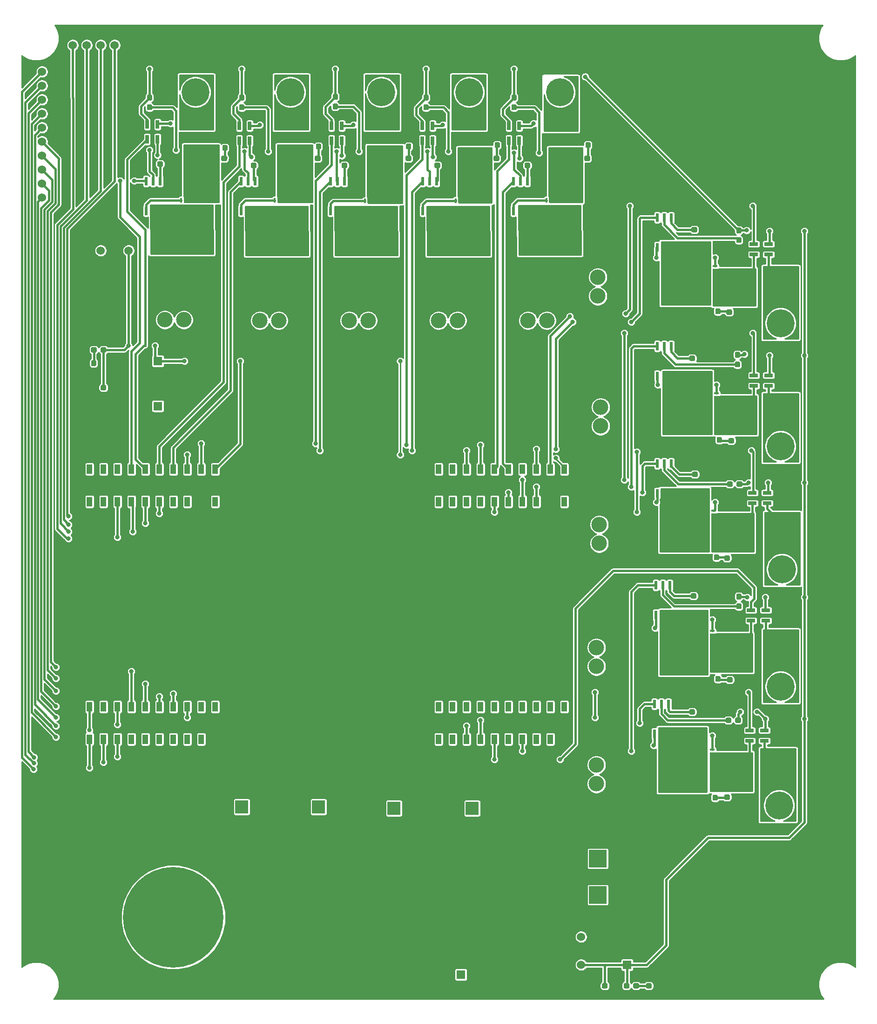
<source format=gbr>
%TF.GenerationSoftware,KiCad,Pcbnew,(5.1.4)-1*%
%TF.CreationDate,2021-04-02T11:00:34-05:00*%
%TF.ProjectId,PackVoltage_2021,5061636b-566f-46c7-9461-67655f323032,rev?*%
%TF.SameCoordinates,Original*%
%TF.FileFunction,Copper,L1,Top*%
%TF.FilePolarity,Positive*%
%FSLAX46Y46*%
G04 Gerber Fmt 4.6, Leading zero omitted, Abs format (unit mm)*
G04 Created by KiCad (PCBNEW (5.1.4)-1) date 2021-04-02 11:00:34*
%MOMM*%
%LPD*%
G04 APERTURE LIST*
%TA.AperFunction,SMDPad,CuDef*%
%ADD10R,0.990600X1.778000*%
%TD*%
%TA.AperFunction,SMDPad,CuDef*%
%ADD11C,1.850000*%
%TD*%
%TA.AperFunction,Conductor*%
%ADD12C,0.100000*%
%TD*%
%TA.AperFunction,SMDPad,CuDef*%
%ADD13R,0.400000X0.830000*%
%TD*%
%TA.AperFunction,SMDPad,CuDef*%
%ADD14R,1.560000X0.650000*%
%TD*%
%TA.AperFunction,SMDPad,CuDef*%
%ADD15R,0.650000X1.560000*%
%TD*%
%TA.AperFunction,SMDPad,CuDef*%
%ADD16R,0.600000X1.550000*%
%TD*%
%TA.AperFunction,SMDPad,CuDef*%
%ADD17C,0.950000*%
%TD*%
%TA.AperFunction,SMDPad,CuDef*%
%ADD18C,1.525000*%
%TD*%
%TA.AperFunction,SMDPad,CuDef*%
%ADD19R,0.830000X0.400000*%
%TD*%
%TA.AperFunction,ComponentPad*%
%ADD20C,1.524000*%
%TD*%
%TA.AperFunction,ComponentPad*%
%ADD21O,3.200000X3.200000*%
%TD*%
%TA.AperFunction,ComponentPad*%
%ADD22R,3.200000X3.200000*%
%TD*%
%TA.AperFunction,ComponentPad*%
%ADD23C,2.400000*%
%TD*%
%TA.AperFunction,ComponentPad*%
%ADD24R,2.400000X2.400000*%
%TD*%
%TA.AperFunction,ComponentPad*%
%ADD25C,1.600000*%
%TD*%
%TA.AperFunction,ComponentPad*%
%ADD26R,1.600000X1.600000*%
%TD*%
%TA.AperFunction,ComponentPad*%
%ADD27C,5.080000*%
%TD*%
%TA.AperFunction,ComponentPad*%
%ADD28C,2.819400*%
%TD*%
%TA.AperFunction,ComponentPad*%
%ADD29C,18.288000*%
%TD*%
%TA.AperFunction,ViaPad*%
%ADD30C,0.800000*%
%TD*%
%TA.AperFunction,Conductor*%
%ADD31C,0.381000*%
%TD*%
%TA.AperFunction,Conductor*%
%ADD32C,0.250000*%
%TD*%
%TA.AperFunction,Conductor*%
%ADD33C,0.254000*%
%TD*%
G04 APERTURE END LIST*
D10*
%TO.P,U24,PP2*%
%TO.N,Net-(U24-PadPP2)*%
X152400000Y-130200400D03*
%TO.P,U24,PN3*%
%TO.N,Net-(U24-PadPN3)*%
X154940000Y-130200400D03*
%TO.P,U24,PN2*%
%TO.N,/Driver_R1*%
X157480000Y-130200400D03*
%TO.P,U24,PD0*%
%TO.N,/Current_Sensor_R1*%
X160020000Y-130200400D03*
%TO.P,U24,PD1*%
%TO.N,/Current_Sensor_T1*%
X162560000Y-130200400D03*
%TO.P,U24,Rese*%
%TO.N,Net-(U24-PadRese)*%
X165100000Y-130200400D03*
%TO.P,U24,PH3*%
%TO.N,/Driver_T1*%
X167640000Y-130200400D03*
%TO.P,U24,PH2*%
%TO.N,Net-(U24-PadPH2)*%
X170180000Y-130200400D03*
%TO.P,U24,PM3*%
%TO.N,Net-(U24-PadPM3)*%
X172720000Y-130200400D03*
%TO.P,U24,GND*%
%TO.N,GND*%
X175260000Y-130200400D03*
%TO.P,U24,PL3*%
%TO.N,Net-(U24-PadPL3)*%
X152400000Y-124307600D03*
%TO.P,U24,PL2*%
%TO.N,Net-(U24-PadPL2)*%
X154940000Y-124307600D03*
%TO.P,U24,PL1*%
%TO.N,Net-(U24-PadPL1)*%
X157480000Y-124307600D03*
%TO.P,U24,PL0*%
%TO.N,Net-(U24-PadPL0)*%
X160020000Y-124307600D03*
%TO.P,U24,PL5*%
%TO.N,Net-(U24-PadPL5)*%
X162560000Y-124307600D03*
%TO.P,U24,PL4*%
%TO.N,Net-(U24-PadPL4)*%
X165100000Y-124307600D03*
%TO.P,U24,PG0*%
%TO.N,Net-(U24-PadPG0)*%
X167640000Y-124307600D03*
%TO.P,U24,PF3*%
%TO.N,Net-(U24-PadPF3)*%
X170180000Y-124307600D03*
%TO.P,U24,PF2*%
%TO.N,Net-(U24-PadPF2)*%
X172720000Y-124307600D03*
%TO.P,U24,PF1*%
%TO.N,Net-(U24-PadPF1)*%
X175260000Y-124307600D03*
%TO.P,U24,PB3*%
%TO.N,Net-(U24-PadPB3)*%
X152400000Y-81127600D03*
%TO.P,U24,PB2*%
%TO.N,Net-(U24-PadPB2)*%
X154940000Y-81127600D03*
%TO.P,U24,PC7*%
%TO.N,/Driver_M4*%
X157480000Y-81127600D03*
%TO.P,U24,PD3*%
%TO.N,/Current_Sensor_M4*%
X160020000Y-81127600D03*
%TO.P,U24,PE5*%
%TO.N,/Current_Sensor_D1*%
X162560000Y-81127600D03*
%TO.P,U24,PC6*%
%TO.N,/Driver_D1*%
X165100000Y-81127600D03*
%TO.P,U24,PC5*%
%TO.N,Net-(U24-PadPC5)*%
X167640000Y-81127600D03*
%TO.P,U24,PC4*%
%TO.N,/Driver_S1*%
X170180000Y-81127600D03*
%TO.P,U24,PE4*%
%TO.N,/Current_Sensor_S1*%
X172720000Y-81127600D03*
%TO.P,U24,+3V3*%
%TO.N,+3V3*%
X175260000Y-81127600D03*
%TO.P,U24,PM5*%
%TO.N,Net-(U24-PadPM5)*%
X152400000Y-87020400D03*
%TO.P,U24,PM4*%
%TO.N,Net-(U24-PadPM4)*%
X154940000Y-87020400D03*
%TO.P,U24,PA6*%
%TO.N,Net-(U24-PadPA6)*%
X157480000Y-87020400D03*
%TO.P,U24,PD7*%
%TO.N,Net-(U24-PadPD7)*%
X160020000Y-87020400D03*
%TO.P,U24,PE3*%
%TO.N,/Current_Sensor_A1*%
X162560000Y-87020400D03*
%TO.P,U24,PE2*%
%TO.N,/Driver_A1*%
X165100000Y-87020400D03*
%TO.P,U24,PE1*%
%TO.N,/Current_Sensor_V1*%
X167640000Y-87020400D03*
%TO.P,U24,PE0*%
%TO.N,/Driver_V1*%
X170180000Y-87020400D03*
%TO.P,U24,GND*%
%TO.N,GND*%
X172720000Y-87020400D03*
%TO.P,U24,+5V*%
%TO.N,Net-(U24-Pad+5V)*%
X175260000Y-87020400D03*
%TO.P,U24,PP5*%
%TO.N,Net-(U24-PadPP5)*%
X106680000Y-130200400D03*
%TO.P,U24,PM7*%
%TO.N,Net-(U24-PadPM7)*%
X109220000Y-130200400D03*
%TO.P,U24,GND*%
%TO.N,GND*%
X111760000Y-130200400D03*
%TO.P,U24,PK7*%
%TO.N,/NavBoardCTL*%
X88900000Y-124307600D03*
%TO.P,U24,PK6*%
%TO.N,Net-(U24-PadPK6)*%
X91440000Y-124307600D03*
%TO.P,U24,PH1*%
%TO.N,/GimbalActCTL*%
X93980000Y-124307600D03*
%TO.P,U24,PH0*%
%TO.N,/GimbalLogCTL*%
X96520000Y-124307600D03*
%TO.P,U24,PM2*%
%TO.N,/AuxActCTL*%
X99060000Y-124307600D03*
%TO.P,U24,PM1*%
%TO.N,/AuxLogCTL*%
X101600000Y-124307600D03*
%TO.P,U24,PM0*%
%TO.N,/MultimediaActCTL*%
X104140000Y-124307600D03*
%TO.P,U24,PK5*%
%TO.N,/MultimediaLogCTL*%
X106680000Y-124307600D03*
%TO.P,U24,PK4*%
%TO.N,Net-(U24-PadPK4)*%
X109220000Y-124307600D03*
%TO.P,U24,PG1*%
%TO.N,Net-(U24-PadPG1)*%
X111760000Y-124307600D03*
%TO.P,U24,PN4*%
%TO.N,Net-(U24-PadPN4)*%
X88900000Y-81127600D03*
%TO.P,U24,PP4*%
%TO.N,Net-(U24-PadPP4)*%
X93980000Y-81127600D03*
%TO.P,U24,PD5*%
%TO.N,/Current_Sensor_M1*%
X99060000Y-81127600D03*
%TO.P,U24,PD4*%
%TO.N,/Current_Sensor_M2*%
X101600000Y-81127600D03*
%TO.P,U24,PP1*%
%TO.N,/Driver_M2*%
X104140000Y-81127600D03*
%TO.P,U24,PP0*%
%TO.N,/Driver_M3*%
X106680000Y-81127600D03*
%TO.P,U24,PD2*%
%TO.N,/Current_Sensor_M3*%
X109220000Y-81127600D03*
%TO.P,U24,PA5*%
%TO.N,Net-(U24-PadPA5)*%
X88900000Y-87020400D03*
%TO.P,U24,PK3*%
%TO.N,/AuxMountSense*%
X93980000Y-87020400D03*
%TO.P,U24,PB5*%
%TO.N,Net-(U24-PadPB5)*%
X104140000Y-87020400D03*
%TO.P,U24,PB4*%
%TO.N,Net-(U24-PadPB4)*%
X106680000Y-87020400D03*
%TO.P,U24,GND*%
%TO.N,GND*%
X109220000Y-87020400D03*
%TO.P,U24,+5V'*%
%TO.N,Net-(U24-Pad+5V')*%
X111760000Y-87020400D03*
%TO.P,U24,PK1*%
%TO.N,/LowCurrentSense*%
X99060000Y-87020400D03*
%TO.P,U24,PK2*%
%TO.N,/MultimediaSense*%
X96520000Y-87020400D03*
%TO.P,U24,PN5*%
%TO.N,Net-(U24-PadPN5)*%
X91440000Y-81127600D03*
%TO.P,U24,PA7*%
%TO.N,Net-(U24-PadPA7)*%
X104140000Y-130200400D03*
%TO.P,U24,Rese'*%
%TO.N,Net-(U24-PadRese')*%
X101600000Y-130200400D03*
%TO.P,U24,PA4*%
%TO.N,Net-(U24-PadPA4)*%
X91440000Y-87020400D03*
%TO.P,U24,PQ0*%
%TO.N,/Driver_M1*%
X96520000Y-81127600D03*
%TO.P,U24,PP3*%
%TO.N,/CameraCTL*%
X93980000Y-130200400D03*
%TO.P,U24,PQ3*%
%TO.N,Net-(U24-PadPQ3)*%
X96520000Y-130200400D03*
%TO.P,U24,PK0*%
%TO.N,/GimbalSense*%
X101600000Y-87020400D03*
%TO.P,U24,PQ2*%
%TO.N,Net-(U24-PadPQ2)*%
X99060000Y-130200400D03*
%TO.P,U24,PQ1*%
%TO.N,/ExtraCTL*%
X91440000Y-130200400D03*
%TO.P,U24,PM6*%
%TO.N,/DriveCTL*%
X88900000Y-130200400D03*
%TO.P,U24,+3V3'*%
%TO.N,+3V3*%
X111760000Y-81127600D03*
%TD*%
D11*
%TO.P,Q3,5*%
%TO.N,Net-(C10-Pad1)*%
X106553000Y-34163000D03*
D12*
%TD*%
%TO.N,Net-(C10-Pad1)*%
%TO.C,Q3*%
G36*
X107328000Y-35708000D02*
G01*
X107328000Y-35088000D01*
X107078000Y-35088000D01*
X107078000Y-35708000D01*
X106678000Y-35708000D01*
X106678000Y-35088000D01*
X106428000Y-35088000D01*
X106428000Y-35708000D01*
X106028000Y-35708000D01*
X106028000Y-35088000D01*
X105778000Y-35088000D01*
X105778000Y-35708000D01*
X105378000Y-35708000D01*
X105378000Y-35088000D01*
X105428000Y-35088000D01*
X105428000Y-33238000D01*
X107678000Y-33238000D01*
X107678000Y-35088000D01*
X107728000Y-35088000D01*
X107728000Y-35708000D01*
X107328000Y-35708000D01*
X107328000Y-35708000D01*
G37*
D13*
%TO.P,Q3,4*%
%TO.N,Net-(Q3-Pad4)*%
X105578000Y-32223000D03*
%TO.P,Q3,3*%
%TO.N,Net-(Q3-Pad1)*%
X106228000Y-32223000D03*
%TO.P,Q3,1*%
X107528000Y-32223000D03*
%TO.P,Q3,2*%
X106878000Y-32223000D03*
%TD*%
D14*
%TO.P,U23,5*%
%TO.N,+5V*%
X212170000Y-85410000D03*
%TO.P,U23,4*%
%TO.N,/Anderson_A1*%
X212170000Y-87310000D03*
%TO.P,U23,3*%
%TO.N,Net-(Q10-Pad1)*%
X209470000Y-87310000D03*
%TO.P,U23,2*%
%TO.N,GND*%
X209470000Y-86360000D03*
%TO.P,U23,1*%
%TO.N,/Current_Sensor_A1*%
X209470000Y-85410000D03*
%TD*%
D15*
%TO.P,U22,5*%
%TO.N,+5V*%
X165166000Y-18716000D03*
%TO.P,U22,4*%
%TO.N,/Anderson_D1*%
X167066000Y-18716000D03*
%TO.P,U22,3*%
%TO.N,Net-(Q9-Pad1)*%
X167066000Y-21416000D03*
%TO.P,U22,2*%
%TO.N,GND*%
X166116000Y-21416000D03*
%TO.P,U22,1*%
%TO.N,/Current_Sensor_D1*%
X165166000Y-21416000D03*
%TD*%
D16*
%TO.P,U21,8*%
%TO.N,Net-(C30-Pad1)*%
X195961000Y-85504000D03*
%TO.P,U21,6*%
X193421000Y-85504000D03*
%TO.P,U21,5*%
%TO.N,Net-(Q10-Pad4)*%
X192151000Y-85504000D03*
%TO.P,U21,4*%
%TO.N,/Driver_A1*%
X192151000Y-80104000D03*
%TO.P,U21,3*%
%TO.N,Net-(R29-Pad1)*%
X193421000Y-80104000D03*
%TO.P,U21,2*%
%TO.N,Net-(C28-Pad1)*%
X194691000Y-80104000D03*
%TO.P,U21,1*%
%TO.N,GND*%
X195961000Y-80104000D03*
%TD*%
%TO.P,U20,8*%
%TO.N,Net-(C29-Pad1)*%
X169799000Y-34196000D03*
%TO.P,U20,6*%
X167259000Y-34196000D03*
%TO.P,U20,5*%
%TO.N,Net-(Q9-Pad4)*%
X165989000Y-34196000D03*
%TO.P,U20,4*%
%TO.N,/Driver_D1*%
X165989000Y-28796000D03*
%TO.P,U20,3*%
%TO.N,Net-(R28-Pad1)*%
X167259000Y-28796000D03*
%TO.P,U20,2*%
%TO.N,Net-(C27-Pad1)*%
X168529000Y-28796000D03*
%TO.P,U20,1*%
%TO.N,GND*%
X169799000Y-28796000D03*
%TD*%
D14*
%TO.P,U19,5*%
%TO.N,+5V*%
X211662000Y-128590000D03*
%TO.P,U19,4*%
%TO.N,/Anderson_R1*%
X211662000Y-130490000D03*
%TO.P,U19,3*%
%TO.N,Net-(Q8-Pad1)*%
X208962000Y-130490000D03*
%TO.P,U19,2*%
%TO.N,GND*%
X208962000Y-129540000D03*
%TO.P,U19,1*%
%TO.N,/Current_Sensor_R1*%
X208962000Y-128590000D03*
%TD*%
%TO.P,U18,5*%
%TO.N,+5V*%
X212424000Y-64074000D03*
%TO.P,U18,4*%
%TO.N,/Anderson_V1*%
X212424000Y-65974000D03*
%TO.P,U18,3*%
%TO.N,Net-(Q7-Pad1)*%
X209724000Y-65974000D03*
%TO.P,U18,2*%
%TO.N,GND*%
X209724000Y-65024000D03*
%TO.P,U18,1*%
%TO.N,/Current_Sensor_V1*%
X209724000Y-64074000D03*
%TD*%
%TO.P,U17,5*%
%TO.N,+5V*%
X211916000Y-106746000D03*
%TO.P,U17,4*%
%TO.N,/Anderson_T1*%
X211916000Y-108646000D03*
%TO.P,U17,3*%
%TO.N,Net-(Q6-Pad1)*%
X209216000Y-108646000D03*
%TO.P,U17,2*%
%TO.N,GND*%
X209216000Y-107696000D03*
%TO.P,U17,1*%
%TO.N,/Current_Sensor_T1*%
X209216000Y-106746000D03*
%TD*%
D16*
%TO.P,U16,8*%
%TO.N,Net-(C26-Pad1)*%
X195453000Y-129192000D03*
%TO.P,U16,6*%
X192913000Y-129192000D03*
%TO.P,U16,5*%
%TO.N,Net-(Q8-Pad4)*%
X191643000Y-129192000D03*
%TO.P,U16,4*%
%TO.N,/Driver_R1*%
X191643000Y-123792000D03*
%TO.P,U16,3*%
%TO.N,Net-(R21-Pad1)*%
X192913000Y-123792000D03*
%TO.P,U16,2*%
%TO.N,Net-(C23-Pad1)*%
X194183000Y-123792000D03*
%TO.P,U16,1*%
%TO.N,GND*%
X195453000Y-123792000D03*
%TD*%
%TO.P,U15,8*%
%TO.N,Net-(C25-Pad1)*%
X195961000Y-64168000D03*
%TO.P,U15,6*%
X193421000Y-64168000D03*
%TO.P,U15,5*%
%TO.N,Net-(Q7-Pad4)*%
X192151000Y-64168000D03*
%TO.P,U15,4*%
%TO.N,/Driver_V1*%
X192151000Y-58768000D03*
%TO.P,U15,3*%
%TO.N,Net-(R20-Pad1)*%
X193421000Y-58768000D03*
%TO.P,U15,2*%
%TO.N,Net-(C22-Pad1)*%
X194691000Y-58768000D03*
%TO.P,U15,1*%
%TO.N,GND*%
X195961000Y-58768000D03*
%TD*%
%TO.P,U14,8*%
%TO.N,Net-(C24-Pad1)*%
X195707000Y-107602000D03*
%TO.P,U14,6*%
X193167000Y-107602000D03*
%TO.P,U14,5*%
%TO.N,Net-(Q6-Pad4)*%
X191897000Y-107602000D03*
%TO.P,U14,4*%
%TO.N,/Driver_T1*%
X191897000Y-102202000D03*
%TO.P,U14,3*%
%TO.N,Net-(R19-Pad1)*%
X193167000Y-102202000D03*
%TO.P,U14,2*%
%TO.N,Net-(C21-Pad1)*%
X194437000Y-102202000D03*
%TO.P,U14,1*%
%TO.N,GND*%
X195707000Y-102202000D03*
%TD*%
D14*
%TO.P,U10,5*%
%TO.N,+5V*%
X212424000Y-40198000D03*
%TO.P,U10,4*%
%TO.N,/Anderson_S1*%
X212424000Y-42098000D03*
%TO.P,U10,3*%
%TO.N,Net-(Q5-Pad1)*%
X209724000Y-42098000D03*
%TO.P,U10,2*%
%TO.N,GND*%
X209724000Y-41148000D03*
%TO.P,U10,1*%
%TO.N,/Current_Sensor_S1*%
X209724000Y-40198000D03*
%TD*%
D15*
%TO.P,U9,5*%
%TO.N,+5V*%
X149418000Y-18716000D03*
%TO.P,U9,4*%
%TO.N,/Anderson_M4*%
X151318000Y-18716000D03*
%TO.P,U9,3*%
%TO.N,Net-(Q4-Pad1)*%
X151318000Y-21416000D03*
%TO.P,U9,2*%
%TO.N,GND*%
X150368000Y-21416000D03*
%TO.P,U9,1*%
%TO.N,/Current_Sensor_M4*%
X149418000Y-21416000D03*
%TD*%
D16*
%TO.P,U8,8*%
%TO.N,Net-(C14-Pad1)*%
X195961000Y-40800000D03*
%TO.P,U8,6*%
X193421000Y-40800000D03*
%TO.P,U8,5*%
%TO.N,Net-(Q5-Pad4)*%
X192151000Y-40800000D03*
%TO.P,U8,4*%
%TO.N,/Driver_S1*%
X192151000Y-35400000D03*
%TO.P,U8,3*%
%TO.N,Net-(R11-Pad1)*%
X193421000Y-35400000D03*
%TO.P,U8,2*%
%TO.N,Net-(C12-Pad1)*%
X194691000Y-35400000D03*
%TO.P,U8,1*%
%TO.N,GND*%
X195961000Y-35400000D03*
%TD*%
%TO.P,U7,8*%
%TO.N,Net-(C13-Pad1)*%
X153289000Y-34196000D03*
%TO.P,U7,6*%
X150749000Y-34196000D03*
%TO.P,U7,5*%
%TO.N,Net-(Q4-Pad4)*%
X149479000Y-34196000D03*
%TO.P,U7,4*%
%TO.N,/Driver_M4*%
X149479000Y-28796000D03*
%TO.P,U7,3*%
%TO.N,Net-(R10-Pad1)*%
X150749000Y-28796000D03*
%TO.P,U7,2*%
%TO.N,Net-(C11-Pad1)*%
X152019000Y-28796000D03*
%TO.P,U7,1*%
%TO.N,GND*%
X153289000Y-28796000D03*
%TD*%
D15*
%TO.P,U6,5*%
%TO.N,+5V*%
X99380000Y-18462000D03*
%TO.P,U6,4*%
%TO.N,/Anderson_M1*%
X101280000Y-18462000D03*
%TO.P,U6,3*%
%TO.N,Net-(Q3-Pad1)*%
X101280000Y-21162000D03*
%TO.P,U6,2*%
%TO.N,GND*%
X100330000Y-21162000D03*
%TO.P,U6,1*%
%TO.N,/Current_Sensor_M1*%
X99380000Y-21162000D03*
%TD*%
%TO.P,U5,5*%
%TO.N,+5V*%
X132908000Y-18716000D03*
%TO.P,U5,4*%
%TO.N,/Anderson_M3*%
X134808000Y-18716000D03*
%TO.P,U5,3*%
%TO.N,Net-(Q2-Pad1)*%
X134808000Y-21416000D03*
%TO.P,U5,2*%
%TO.N,GND*%
X133858000Y-21416000D03*
%TO.P,U5,1*%
%TO.N,/Current_Sensor_M3*%
X132908000Y-21416000D03*
%TD*%
%TO.P,U4,5*%
%TO.N,+5V*%
X116144000Y-18716000D03*
%TO.P,U4,4*%
%TO.N,/Anderson_M2*%
X118044000Y-18716000D03*
%TO.P,U4,3*%
%TO.N,Net-(Q1-Pad1)*%
X118044000Y-21416000D03*
%TO.P,U4,2*%
%TO.N,GND*%
X117094000Y-21416000D03*
%TO.P,U4,1*%
%TO.N,/Current_Sensor_M2*%
X116144000Y-21416000D03*
%TD*%
D16*
%TO.P,U3,8*%
%TO.N,Net-(C10-Pad1)*%
X102997000Y-34196000D03*
%TO.P,U3,6*%
X100457000Y-34196000D03*
%TO.P,U3,5*%
%TO.N,Net-(Q3-Pad4)*%
X99187000Y-34196000D03*
%TO.P,U3,4*%
%TO.N,/Driver_M1*%
X99187000Y-28796000D03*
%TO.P,U3,3*%
%TO.N,Net-(R3-Pad1)*%
X100457000Y-28796000D03*
%TO.P,U3,2*%
%TO.N,Net-(C7-Pad1)*%
X101727000Y-28796000D03*
%TO.P,U3,1*%
%TO.N,GND*%
X102997000Y-28796000D03*
%TD*%
%TO.P,U2,8*%
%TO.N,Net-(C9-Pad1)*%
X136525000Y-34196000D03*
%TO.P,U2,6*%
X133985000Y-34196000D03*
%TO.P,U2,5*%
%TO.N,Net-(Q2-Pad4)*%
X132715000Y-34196000D03*
%TO.P,U2,4*%
%TO.N,/Driver_M3*%
X132715000Y-28796000D03*
%TO.P,U2,3*%
%TO.N,Net-(R2-Pad1)*%
X133985000Y-28796000D03*
%TO.P,U2,2*%
%TO.N,Net-(C6-Pad1)*%
X135255000Y-28796000D03*
%TO.P,U2,1*%
%TO.N,GND*%
X136525000Y-28796000D03*
%TD*%
%TO.P,U1,8*%
%TO.N,Net-(C8-Pad1)*%
X120269000Y-34196000D03*
%TO.P,U1,6*%
X117729000Y-34196000D03*
%TO.P,U1,5*%
%TO.N,Net-(Q1-Pad4)*%
X116459000Y-34196000D03*
%TO.P,U1,4*%
%TO.N,/Driver_M2*%
X116459000Y-28796000D03*
%TO.P,U1,3*%
%TO.N,Net-(R1-Pad1)*%
X117729000Y-28796000D03*
%TO.P,U1,2*%
%TO.N,Net-(C5-Pad1)*%
X118999000Y-28796000D03*
%TO.P,U1,1*%
%TO.N,GND*%
X120269000Y-28796000D03*
%TD*%
D12*
%TO.N,Net-(D18-Pad2)*%
%TO.C,R33*%
G36*
X203206779Y-96617144D02*
G01*
X203229834Y-96620563D01*
X203252443Y-96626227D01*
X203274387Y-96634079D01*
X203295457Y-96644044D01*
X203315448Y-96656026D01*
X203334168Y-96669910D01*
X203351438Y-96685562D01*
X203367090Y-96702832D01*
X203380974Y-96721552D01*
X203392956Y-96741543D01*
X203402921Y-96762613D01*
X203410773Y-96784557D01*
X203416437Y-96807166D01*
X203419856Y-96830221D01*
X203421000Y-96853500D01*
X203421000Y-97428500D01*
X203419856Y-97451779D01*
X203416437Y-97474834D01*
X203410773Y-97497443D01*
X203402921Y-97519387D01*
X203392956Y-97540457D01*
X203380974Y-97560448D01*
X203367090Y-97579168D01*
X203351438Y-97596438D01*
X203334168Y-97612090D01*
X203315448Y-97625974D01*
X203295457Y-97637956D01*
X203274387Y-97647921D01*
X203252443Y-97655773D01*
X203229834Y-97661437D01*
X203206779Y-97664856D01*
X203183500Y-97666000D01*
X202708500Y-97666000D01*
X202685221Y-97664856D01*
X202662166Y-97661437D01*
X202639557Y-97655773D01*
X202617613Y-97647921D01*
X202596543Y-97637956D01*
X202576552Y-97625974D01*
X202557832Y-97612090D01*
X202540562Y-97596438D01*
X202524910Y-97579168D01*
X202511026Y-97560448D01*
X202499044Y-97540457D01*
X202489079Y-97519387D01*
X202481227Y-97497443D01*
X202475563Y-97474834D01*
X202472144Y-97451779D01*
X202471000Y-97428500D01*
X202471000Y-96853500D01*
X202472144Y-96830221D01*
X202475563Y-96807166D01*
X202481227Y-96784557D01*
X202489079Y-96762613D01*
X202499044Y-96741543D01*
X202511026Y-96721552D01*
X202524910Y-96702832D01*
X202540562Y-96685562D01*
X202557832Y-96669910D01*
X202576552Y-96656026D01*
X202596543Y-96644044D01*
X202617613Y-96634079D01*
X202639557Y-96626227D01*
X202662166Y-96620563D01*
X202685221Y-96617144D01*
X202708500Y-96616000D01*
X203183500Y-96616000D01*
X203206779Y-96617144D01*
X203206779Y-96617144D01*
G37*
D17*
%TD*%
%TO.P,R33,2*%
%TO.N,Net-(D18-Pad2)*%
X202946000Y-97141000D03*
D12*
%TO.N,Net-(Q10-Pad1)*%
%TO.C,R33*%
G36*
X203206779Y-94867144D02*
G01*
X203229834Y-94870563D01*
X203252443Y-94876227D01*
X203274387Y-94884079D01*
X203295457Y-94894044D01*
X203315448Y-94906026D01*
X203334168Y-94919910D01*
X203351438Y-94935562D01*
X203367090Y-94952832D01*
X203380974Y-94971552D01*
X203392956Y-94991543D01*
X203402921Y-95012613D01*
X203410773Y-95034557D01*
X203416437Y-95057166D01*
X203419856Y-95080221D01*
X203421000Y-95103500D01*
X203421000Y-95678500D01*
X203419856Y-95701779D01*
X203416437Y-95724834D01*
X203410773Y-95747443D01*
X203402921Y-95769387D01*
X203392956Y-95790457D01*
X203380974Y-95810448D01*
X203367090Y-95829168D01*
X203351438Y-95846438D01*
X203334168Y-95862090D01*
X203315448Y-95875974D01*
X203295457Y-95887956D01*
X203274387Y-95897921D01*
X203252443Y-95905773D01*
X203229834Y-95911437D01*
X203206779Y-95914856D01*
X203183500Y-95916000D01*
X202708500Y-95916000D01*
X202685221Y-95914856D01*
X202662166Y-95911437D01*
X202639557Y-95905773D01*
X202617613Y-95897921D01*
X202596543Y-95887956D01*
X202576552Y-95875974D01*
X202557832Y-95862090D01*
X202540562Y-95846438D01*
X202524910Y-95829168D01*
X202511026Y-95810448D01*
X202499044Y-95790457D01*
X202489079Y-95769387D01*
X202481227Y-95747443D01*
X202475563Y-95724834D01*
X202472144Y-95701779D01*
X202471000Y-95678500D01*
X202471000Y-95103500D01*
X202472144Y-95080221D01*
X202475563Y-95057166D01*
X202481227Y-95034557D01*
X202489079Y-95012613D01*
X202499044Y-94991543D01*
X202511026Y-94971552D01*
X202524910Y-94952832D01*
X202540562Y-94935562D01*
X202557832Y-94919910D01*
X202576552Y-94906026D01*
X202596543Y-94894044D01*
X202617613Y-94884079D01*
X202639557Y-94876227D01*
X202662166Y-94870563D01*
X202685221Y-94867144D01*
X202708500Y-94866000D01*
X203183500Y-94866000D01*
X203206779Y-94867144D01*
X203206779Y-94867144D01*
G37*
D17*
%TD*%
%TO.P,R33,1*%
%TO.N,Net-(Q10-Pad1)*%
X202946000Y-95391000D03*
D12*
%TO.N,Net-(D17-Pad2)*%
%TO.C,R32*%
G36*
X179747779Y-24164144D02*
G01*
X179770834Y-24167563D01*
X179793443Y-24173227D01*
X179815387Y-24181079D01*
X179836457Y-24191044D01*
X179856448Y-24203026D01*
X179875168Y-24216910D01*
X179892438Y-24232562D01*
X179908090Y-24249832D01*
X179921974Y-24268552D01*
X179933956Y-24288543D01*
X179943921Y-24309613D01*
X179951773Y-24331557D01*
X179957437Y-24354166D01*
X179960856Y-24377221D01*
X179962000Y-24400500D01*
X179962000Y-24875500D01*
X179960856Y-24898779D01*
X179957437Y-24921834D01*
X179951773Y-24944443D01*
X179943921Y-24966387D01*
X179933956Y-24987457D01*
X179921974Y-25007448D01*
X179908090Y-25026168D01*
X179892438Y-25043438D01*
X179875168Y-25059090D01*
X179856448Y-25072974D01*
X179836457Y-25084956D01*
X179815387Y-25094921D01*
X179793443Y-25102773D01*
X179770834Y-25108437D01*
X179747779Y-25111856D01*
X179724500Y-25113000D01*
X179149500Y-25113000D01*
X179126221Y-25111856D01*
X179103166Y-25108437D01*
X179080557Y-25102773D01*
X179058613Y-25094921D01*
X179037543Y-25084956D01*
X179017552Y-25072974D01*
X178998832Y-25059090D01*
X178981562Y-25043438D01*
X178965910Y-25026168D01*
X178952026Y-25007448D01*
X178940044Y-24987457D01*
X178930079Y-24966387D01*
X178922227Y-24944443D01*
X178916563Y-24921834D01*
X178913144Y-24898779D01*
X178912000Y-24875500D01*
X178912000Y-24400500D01*
X178913144Y-24377221D01*
X178916563Y-24354166D01*
X178922227Y-24331557D01*
X178930079Y-24309613D01*
X178940044Y-24288543D01*
X178952026Y-24268552D01*
X178965910Y-24249832D01*
X178981562Y-24232562D01*
X178998832Y-24216910D01*
X179017552Y-24203026D01*
X179037543Y-24191044D01*
X179058613Y-24181079D01*
X179080557Y-24173227D01*
X179103166Y-24167563D01*
X179126221Y-24164144D01*
X179149500Y-24163000D01*
X179724500Y-24163000D01*
X179747779Y-24164144D01*
X179747779Y-24164144D01*
G37*
D17*
%TD*%
%TO.P,R32,2*%
%TO.N,Net-(D17-Pad2)*%
X179437000Y-24638000D03*
D12*
%TO.N,Net-(Q9-Pad1)*%
%TO.C,R32*%
G36*
X177997779Y-24164144D02*
G01*
X178020834Y-24167563D01*
X178043443Y-24173227D01*
X178065387Y-24181079D01*
X178086457Y-24191044D01*
X178106448Y-24203026D01*
X178125168Y-24216910D01*
X178142438Y-24232562D01*
X178158090Y-24249832D01*
X178171974Y-24268552D01*
X178183956Y-24288543D01*
X178193921Y-24309613D01*
X178201773Y-24331557D01*
X178207437Y-24354166D01*
X178210856Y-24377221D01*
X178212000Y-24400500D01*
X178212000Y-24875500D01*
X178210856Y-24898779D01*
X178207437Y-24921834D01*
X178201773Y-24944443D01*
X178193921Y-24966387D01*
X178183956Y-24987457D01*
X178171974Y-25007448D01*
X178158090Y-25026168D01*
X178142438Y-25043438D01*
X178125168Y-25059090D01*
X178106448Y-25072974D01*
X178086457Y-25084956D01*
X178065387Y-25094921D01*
X178043443Y-25102773D01*
X178020834Y-25108437D01*
X177997779Y-25111856D01*
X177974500Y-25113000D01*
X177399500Y-25113000D01*
X177376221Y-25111856D01*
X177353166Y-25108437D01*
X177330557Y-25102773D01*
X177308613Y-25094921D01*
X177287543Y-25084956D01*
X177267552Y-25072974D01*
X177248832Y-25059090D01*
X177231562Y-25043438D01*
X177215910Y-25026168D01*
X177202026Y-25007448D01*
X177190044Y-24987457D01*
X177180079Y-24966387D01*
X177172227Y-24944443D01*
X177166563Y-24921834D01*
X177163144Y-24898779D01*
X177162000Y-24875500D01*
X177162000Y-24400500D01*
X177163144Y-24377221D01*
X177166563Y-24354166D01*
X177172227Y-24331557D01*
X177180079Y-24309613D01*
X177190044Y-24288543D01*
X177202026Y-24268552D01*
X177215910Y-24249832D01*
X177231562Y-24232562D01*
X177248832Y-24216910D01*
X177267552Y-24203026D01*
X177287543Y-24191044D01*
X177308613Y-24181079D01*
X177330557Y-24173227D01*
X177353166Y-24167563D01*
X177376221Y-24164144D01*
X177399500Y-24163000D01*
X177974500Y-24163000D01*
X177997779Y-24164144D01*
X177997779Y-24164144D01*
G37*
D17*
%TD*%
%TO.P,R32,1*%
%TO.N,Net-(Q9-Pad1)*%
X177687000Y-24638000D03*
D12*
%TO.N,/Anderson_A1*%
%TO.C,R31*%
G36*
X215360505Y-89258204D02*
G01*
X215384773Y-89261804D01*
X215408572Y-89267765D01*
X215431671Y-89276030D01*
X215453850Y-89286520D01*
X215474893Y-89299132D01*
X215494599Y-89313747D01*
X215512777Y-89330223D01*
X215529253Y-89348401D01*
X215543868Y-89368107D01*
X215556480Y-89389150D01*
X215566970Y-89411329D01*
X215575235Y-89434428D01*
X215581196Y-89458227D01*
X215584796Y-89482495D01*
X215586000Y-89506999D01*
X215586000Y-92357001D01*
X215584796Y-92381505D01*
X215581196Y-92405773D01*
X215575235Y-92429572D01*
X215566970Y-92452671D01*
X215556480Y-92474850D01*
X215543868Y-92495893D01*
X215529253Y-92515599D01*
X215512777Y-92533777D01*
X215494599Y-92550253D01*
X215474893Y-92564868D01*
X215453850Y-92577480D01*
X215431671Y-92587970D01*
X215408572Y-92596235D01*
X215384773Y-92602196D01*
X215360505Y-92605796D01*
X215336001Y-92607000D01*
X214310999Y-92607000D01*
X214286495Y-92605796D01*
X214262227Y-92602196D01*
X214238428Y-92596235D01*
X214215329Y-92587970D01*
X214193150Y-92577480D01*
X214172107Y-92564868D01*
X214152401Y-92550253D01*
X214134223Y-92533777D01*
X214117747Y-92515599D01*
X214103132Y-92495893D01*
X214090520Y-92474850D01*
X214080030Y-92452671D01*
X214071765Y-92429572D01*
X214065804Y-92405773D01*
X214062204Y-92381505D01*
X214061000Y-92357001D01*
X214061000Y-89506999D01*
X214062204Y-89482495D01*
X214065804Y-89458227D01*
X214071765Y-89434428D01*
X214080030Y-89411329D01*
X214090520Y-89389150D01*
X214103132Y-89368107D01*
X214117747Y-89348401D01*
X214134223Y-89330223D01*
X214152401Y-89313747D01*
X214172107Y-89299132D01*
X214193150Y-89286520D01*
X214215329Y-89276030D01*
X214238428Y-89267765D01*
X214262227Y-89261804D01*
X214286495Y-89258204D01*
X214310999Y-89257000D01*
X215336001Y-89257000D01*
X215360505Y-89258204D01*
X215360505Y-89258204D01*
G37*
D18*
%TD*%
%TO.P,R31,2*%
%TO.N,/Anderson_A1*%
X214823500Y-90932000D03*
D12*
%TO.N,Net-(Q10-Pad1)*%
%TO.C,R31*%
G36*
X209385505Y-89258204D02*
G01*
X209409773Y-89261804D01*
X209433572Y-89267765D01*
X209456671Y-89276030D01*
X209478850Y-89286520D01*
X209499893Y-89299132D01*
X209519599Y-89313747D01*
X209537777Y-89330223D01*
X209554253Y-89348401D01*
X209568868Y-89368107D01*
X209581480Y-89389150D01*
X209591970Y-89411329D01*
X209600235Y-89434428D01*
X209606196Y-89458227D01*
X209609796Y-89482495D01*
X209611000Y-89506999D01*
X209611000Y-92357001D01*
X209609796Y-92381505D01*
X209606196Y-92405773D01*
X209600235Y-92429572D01*
X209591970Y-92452671D01*
X209581480Y-92474850D01*
X209568868Y-92495893D01*
X209554253Y-92515599D01*
X209537777Y-92533777D01*
X209519599Y-92550253D01*
X209499893Y-92564868D01*
X209478850Y-92577480D01*
X209456671Y-92587970D01*
X209433572Y-92596235D01*
X209409773Y-92602196D01*
X209385505Y-92605796D01*
X209361001Y-92607000D01*
X208335999Y-92607000D01*
X208311495Y-92605796D01*
X208287227Y-92602196D01*
X208263428Y-92596235D01*
X208240329Y-92587970D01*
X208218150Y-92577480D01*
X208197107Y-92564868D01*
X208177401Y-92550253D01*
X208159223Y-92533777D01*
X208142747Y-92515599D01*
X208128132Y-92495893D01*
X208115520Y-92474850D01*
X208105030Y-92452671D01*
X208096765Y-92429572D01*
X208090804Y-92405773D01*
X208087204Y-92381505D01*
X208086000Y-92357001D01*
X208086000Y-89506999D01*
X208087204Y-89482495D01*
X208090804Y-89458227D01*
X208096765Y-89434428D01*
X208105030Y-89411329D01*
X208115520Y-89389150D01*
X208128132Y-89368107D01*
X208142747Y-89348401D01*
X208159223Y-89330223D01*
X208177401Y-89313747D01*
X208197107Y-89299132D01*
X208218150Y-89286520D01*
X208240329Y-89276030D01*
X208263428Y-89267765D01*
X208287227Y-89261804D01*
X208311495Y-89258204D01*
X208335999Y-89257000D01*
X209361001Y-89257000D01*
X209385505Y-89258204D01*
X209385505Y-89258204D01*
G37*
D18*
%TD*%
%TO.P,R31,1*%
%TO.N,Net-(Q10-Pad1)*%
X208848500Y-90932000D03*
D12*
%TO.N,/Anderson_D1*%
%TO.C,R30*%
G36*
X175947505Y-17587204D02*
G01*
X175971773Y-17590804D01*
X175995572Y-17596765D01*
X176018671Y-17605030D01*
X176040850Y-17615520D01*
X176061893Y-17628132D01*
X176081599Y-17642747D01*
X176099777Y-17659223D01*
X176116253Y-17677401D01*
X176130868Y-17697107D01*
X176143480Y-17718150D01*
X176153970Y-17740329D01*
X176162235Y-17763428D01*
X176168196Y-17787227D01*
X176171796Y-17811495D01*
X176173000Y-17835999D01*
X176173000Y-18861001D01*
X176171796Y-18885505D01*
X176168196Y-18909773D01*
X176162235Y-18933572D01*
X176153970Y-18956671D01*
X176143480Y-18978850D01*
X176130868Y-18999893D01*
X176116253Y-19019599D01*
X176099777Y-19037777D01*
X176081599Y-19054253D01*
X176061893Y-19068868D01*
X176040850Y-19081480D01*
X176018671Y-19091970D01*
X175995572Y-19100235D01*
X175971773Y-19106196D01*
X175947505Y-19109796D01*
X175923001Y-19111000D01*
X173072999Y-19111000D01*
X173048495Y-19109796D01*
X173024227Y-19106196D01*
X173000428Y-19100235D01*
X172977329Y-19091970D01*
X172955150Y-19081480D01*
X172934107Y-19068868D01*
X172914401Y-19054253D01*
X172896223Y-19037777D01*
X172879747Y-19019599D01*
X172865132Y-18999893D01*
X172852520Y-18978850D01*
X172842030Y-18956671D01*
X172833765Y-18933572D01*
X172827804Y-18909773D01*
X172824204Y-18885505D01*
X172823000Y-18861001D01*
X172823000Y-17835999D01*
X172824204Y-17811495D01*
X172827804Y-17787227D01*
X172833765Y-17763428D01*
X172842030Y-17740329D01*
X172852520Y-17718150D01*
X172865132Y-17697107D01*
X172879747Y-17677401D01*
X172896223Y-17659223D01*
X172914401Y-17642747D01*
X172934107Y-17628132D01*
X172955150Y-17615520D01*
X172977329Y-17605030D01*
X173000428Y-17596765D01*
X173024227Y-17590804D01*
X173048495Y-17587204D01*
X173072999Y-17586000D01*
X175923001Y-17586000D01*
X175947505Y-17587204D01*
X175947505Y-17587204D01*
G37*
D18*
%TD*%
%TO.P,R30,2*%
%TO.N,/Anderson_D1*%
X174498000Y-18348500D03*
D12*
%TO.N,Net-(Q9-Pad1)*%
%TO.C,R30*%
G36*
X175947505Y-23562204D02*
G01*
X175971773Y-23565804D01*
X175995572Y-23571765D01*
X176018671Y-23580030D01*
X176040850Y-23590520D01*
X176061893Y-23603132D01*
X176081599Y-23617747D01*
X176099777Y-23634223D01*
X176116253Y-23652401D01*
X176130868Y-23672107D01*
X176143480Y-23693150D01*
X176153970Y-23715329D01*
X176162235Y-23738428D01*
X176168196Y-23762227D01*
X176171796Y-23786495D01*
X176173000Y-23810999D01*
X176173000Y-24836001D01*
X176171796Y-24860505D01*
X176168196Y-24884773D01*
X176162235Y-24908572D01*
X176153970Y-24931671D01*
X176143480Y-24953850D01*
X176130868Y-24974893D01*
X176116253Y-24994599D01*
X176099777Y-25012777D01*
X176081599Y-25029253D01*
X176061893Y-25043868D01*
X176040850Y-25056480D01*
X176018671Y-25066970D01*
X175995572Y-25075235D01*
X175971773Y-25081196D01*
X175947505Y-25084796D01*
X175923001Y-25086000D01*
X173072999Y-25086000D01*
X173048495Y-25084796D01*
X173024227Y-25081196D01*
X173000428Y-25075235D01*
X172977329Y-25066970D01*
X172955150Y-25056480D01*
X172934107Y-25043868D01*
X172914401Y-25029253D01*
X172896223Y-25012777D01*
X172879747Y-24994599D01*
X172865132Y-24974893D01*
X172852520Y-24953850D01*
X172842030Y-24931671D01*
X172833765Y-24908572D01*
X172827804Y-24884773D01*
X172824204Y-24860505D01*
X172823000Y-24836001D01*
X172823000Y-23810999D01*
X172824204Y-23786495D01*
X172827804Y-23762227D01*
X172833765Y-23738428D01*
X172842030Y-23715329D01*
X172852520Y-23693150D01*
X172865132Y-23672107D01*
X172879747Y-23652401D01*
X172896223Y-23634223D01*
X172914401Y-23617747D01*
X172934107Y-23603132D01*
X172955150Y-23590520D01*
X172977329Y-23580030D01*
X173000428Y-23571765D01*
X173024227Y-23565804D01*
X173048495Y-23562204D01*
X173072999Y-23561000D01*
X175923001Y-23561000D01*
X175947505Y-23562204D01*
X175947505Y-23562204D01*
G37*
D18*
%TD*%
%TO.P,R30,1*%
%TO.N,Net-(Q9-Pad1)*%
X174498000Y-24323500D03*
D12*
%TO.N,+5V*%
%TO.C,R29*%
G36*
X207433779Y-83346144D02*
G01*
X207456834Y-83349563D01*
X207479443Y-83355227D01*
X207501387Y-83363079D01*
X207522457Y-83373044D01*
X207542448Y-83385026D01*
X207561168Y-83398910D01*
X207578438Y-83414562D01*
X207594090Y-83431832D01*
X207607974Y-83450552D01*
X207619956Y-83470543D01*
X207629921Y-83491613D01*
X207637773Y-83513557D01*
X207643437Y-83536166D01*
X207646856Y-83559221D01*
X207648000Y-83582500D01*
X207648000Y-84057500D01*
X207646856Y-84080779D01*
X207643437Y-84103834D01*
X207637773Y-84126443D01*
X207629921Y-84148387D01*
X207619956Y-84169457D01*
X207607974Y-84189448D01*
X207594090Y-84208168D01*
X207578438Y-84225438D01*
X207561168Y-84241090D01*
X207542448Y-84254974D01*
X207522457Y-84266956D01*
X207501387Y-84276921D01*
X207479443Y-84284773D01*
X207456834Y-84290437D01*
X207433779Y-84293856D01*
X207410500Y-84295000D01*
X206835500Y-84295000D01*
X206812221Y-84293856D01*
X206789166Y-84290437D01*
X206766557Y-84284773D01*
X206744613Y-84276921D01*
X206723543Y-84266956D01*
X206703552Y-84254974D01*
X206684832Y-84241090D01*
X206667562Y-84225438D01*
X206651910Y-84208168D01*
X206638026Y-84189448D01*
X206626044Y-84169457D01*
X206616079Y-84148387D01*
X206608227Y-84126443D01*
X206602563Y-84103834D01*
X206599144Y-84080779D01*
X206598000Y-84057500D01*
X206598000Y-83582500D01*
X206599144Y-83559221D01*
X206602563Y-83536166D01*
X206608227Y-83513557D01*
X206616079Y-83491613D01*
X206626044Y-83470543D01*
X206638026Y-83450552D01*
X206651910Y-83431832D01*
X206667562Y-83414562D01*
X206684832Y-83398910D01*
X206703552Y-83385026D01*
X206723543Y-83373044D01*
X206744613Y-83363079D01*
X206766557Y-83355227D01*
X206789166Y-83349563D01*
X206812221Y-83346144D01*
X206835500Y-83345000D01*
X207410500Y-83345000D01*
X207433779Y-83346144D01*
X207433779Y-83346144D01*
G37*
D17*
%TD*%
%TO.P,R29,2*%
%TO.N,+5V*%
X207123000Y-83820000D03*
D12*
%TO.N,Net-(R29-Pad1)*%
%TO.C,R29*%
G36*
X205683779Y-83346144D02*
G01*
X205706834Y-83349563D01*
X205729443Y-83355227D01*
X205751387Y-83363079D01*
X205772457Y-83373044D01*
X205792448Y-83385026D01*
X205811168Y-83398910D01*
X205828438Y-83414562D01*
X205844090Y-83431832D01*
X205857974Y-83450552D01*
X205869956Y-83470543D01*
X205879921Y-83491613D01*
X205887773Y-83513557D01*
X205893437Y-83536166D01*
X205896856Y-83559221D01*
X205898000Y-83582500D01*
X205898000Y-84057500D01*
X205896856Y-84080779D01*
X205893437Y-84103834D01*
X205887773Y-84126443D01*
X205879921Y-84148387D01*
X205869956Y-84169457D01*
X205857974Y-84189448D01*
X205844090Y-84208168D01*
X205828438Y-84225438D01*
X205811168Y-84241090D01*
X205792448Y-84254974D01*
X205772457Y-84266956D01*
X205751387Y-84276921D01*
X205729443Y-84284773D01*
X205706834Y-84290437D01*
X205683779Y-84293856D01*
X205660500Y-84295000D01*
X205085500Y-84295000D01*
X205062221Y-84293856D01*
X205039166Y-84290437D01*
X205016557Y-84284773D01*
X204994613Y-84276921D01*
X204973543Y-84266956D01*
X204953552Y-84254974D01*
X204934832Y-84241090D01*
X204917562Y-84225438D01*
X204901910Y-84208168D01*
X204888026Y-84189448D01*
X204876044Y-84169457D01*
X204866079Y-84148387D01*
X204858227Y-84126443D01*
X204852563Y-84103834D01*
X204849144Y-84080779D01*
X204848000Y-84057500D01*
X204848000Y-83582500D01*
X204849144Y-83559221D01*
X204852563Y-83536166D01*
X204858227Y-83513557D01*
X204866079Y-83491613D01*
X204876044Y-83470543D01*
X204888026Y-83450552D01*
X204901910Y-83431832D01*
X204917562Y-83414562D01*
X204934832Y-83398910D01*
X204953552Y-83385026D01*
X204973543Y-83373044D01*
X204994613Y-83363079D01*
X205016557Y-83355227D01*
X205039166Y-83349563D01*
X205062221Y-83346144D01*
X205085500Y-83345000D01*
X205660500Y-83345000D01*
X205683779Y-83346144D01*
X205683779Y-83346144D01*
G37*
D17*
%TD*%
%TO.P,R29,1*%
%TO.N,Net-(R29-Pad1)*%
X205373000Y-83820000D03*
D12*
%TO.N,+5V*%
%TO.C,R28*%
G36*
X166376779Y-13079144D02*
G01*
X166399834Y-13082563D01*
X166422443Y-13088227D01*
X166444387Y-13096079D01*
X166465457Y-13106044D01*
X166485448Y-13118026D01*
X166504168Y-13131910D01*
X166521438Y-13147562D01*
X166537090Y-13164832D01*
X166550974Y-13183552D01*
X166562956Y-13203543D01*
X166572921Y-13224613D01*
X166580773Y-13246557D01*
X166586437Y-13269166D01*
X166589856Y-13292221D01*
X166591000Y-13315500D01*
X166591000Y-13890500D01*
X166589856Y-13913779D01*
X166586437Y-13936834D01*
X166580773Y-13959443D01*
X166572921Y-13981387D01*
X166562956Y-14002457D01*
X166550974Y-14022448D01*
X166537090Y-14041168D01*
X166521438Y-14058438D01*
X166504168Y-14074090D01*
X166485448Y-14087974D01*
X166465457Y-14099956D01*
X166444387Y-14109921D01*
X166422443Y-14117773D01*
X166399834Y-14123437D01*
X166376779Y-14126856D01*
X166353500Y-14128000D01*
X165878500Y-14128000D01*
X165855221Y-14126856D01*
X165832166Y-14123437D01*
X165809557Y-14117773D01*
X165787613Y-14109921D01*
X165766543Y-14099956D01*
X165746552Y-14087974D01*
X165727832Y-14074090D01*
X165710562Y-14058438D01*
X165694910Y-14041168D01*
X165681026Y-14022448D01*
X165669044Y-14002457D01*
X165659079Y-13981387D01*
X165651227Y-13959443D01*
X165645563Y-13936834D01*
X165642144Y-13913779D01*
X165641000Y-13890500D01*
X165641000Y-13315500D01*
X165642144Y-13292221D01*
X165645563Y-13269166D01*
X165651227Y-13246557D01*
X165659079Y-13224613D01*
X165669044Y-13203543D01*
X165681026Y-13183552D01*
X165694910Y-13164832D01*
X165710562Y-13147562D01*
X165727832Y-13131910D01*
X165746552Y-13118026D01*
X165766543Y-13106044D01*
X165787613Y-13096079D01*
X165809557Y-13088227D01*
X165832166Y-13082563D01*
X165855221Y-13079144D01*
X165878500Y-13078000D01*
X166353500Y-13078000D01*
X166376779Y-13079144D01*
X166376779Y-13079144D01*
G37*
D17*
%TD*%
%TO.P,R28,2*%
%TO.N,+5V*%
X166116000Y-13603000D03*
D12*
%TO.N,Net-(R28-Pad1)*%
%TO.C,R28*%
G36*
X166376779Y-14829144D02*
G01*
X166399834Y-14832563D01*
X166422443Y-14838227D01*
X166444387Y-14846079D01*
X166465457Y-14856044D01*
X166485448Y-14868026D01*
X166504168Y-14881910D01*
X166521438Y-14897562D01*
X166537090Y-14914832D01*
X166550974Y-14933552D01*
X166562956Y-14953543D01*
X166572921Y-14974613D01*
X166580773Y-14996557D01*
X166586437Y-15019166D01*
X166589856Y-15042221D01*
X166591000Y-15065500D01*
X166591000Y-15640500D01*
X166589856Y-15663779D01*
X166586437Y-15686834D01*
X166580773Y-15709443D01*
X166572921Y-15731387D01*
X166562956Y-15752457D01*
X166550974Y-15772448D01*
X166537090Y-15791168D01*
X166521438Y-15808438D01*
X166504168Y-15824090D01*
X166485448Y-15837974D01*
X166465457Y-15849956D01*
X166444387Y-15859921D01*
X166422443Y-15867773D01*
X166399834Y-15873437D01*
X166376779Y-15876856D01*
X166353500Y-15878000D01*
X165878500Y-15878000D01*
X165855221Y-15876856D01*
X165832166Y-15873437D01*
X165809557Y-15867773D01*
X165787613Y-15859921D01*
X165766543Y-15849956D01*
X165746552Y-15837974D01*
X165727832Y-15824090D01*
X165710562Y-15808438D01*
X165694910Y-15791168D01*
X165681026Y-15772448D01*
X165669044Y-15752457D01*
X165659079Y-15731387D01*
X165651227Y-15709443D01*
X165645563Y-15686834D01*
X165642144Y-15663779D01*
X165641000Y-15640500D01*
X165641000Y-15065500D01*
X165642144Y-15042221D01*
X165645563Y-15019166D01*
X165651227Y-14996557D01*
X165659079Y-14974613D01*
X165669044Y-14953543D01*
X165681026Y-14933552D01*
X165694910Y-14914832D01*
X165710562Y-14897562D01*
X165727832Y-14881910D01*
X165746552Y-14868026D01*
X165766543Y-14856044D01*
X165787613Y-14846079D01*
X165809557Y-14838227D01*
X165832166Y-14832563D01*
X165855221Y-14829144D01*
X165878500Y-14828000D01*
X166353500Y-14828000D01*
X166376779Y-14829144D01*
X166376779Y-14829144D01*
G37*
D17*
%TD*%
%TO.P,R28,1*%
%TO.N,Net-(R28-Pad1)*%
X166116000Y-15353000D03*
D12*
%TO.N,Net-(D16-Pad2)*%
%TO.C,R27*%
G36*
X202952779Y-140305144D02*
G01*
X202975834Y-140308563D01*
X202998443Y-140314227D01*
X203020387Y-140322079D01*
X203041457Y-140332044D01*
X203061448Y-140344026D01*
X203080168Y-140357910D01*
X203097438Y-140373562D01*
X203113090Y-140390832D01*
X203126974Y-140409552D01*
X203138956Y-140429543D01*
X203148921Y-140450613D01*
X203156773Y-140472557D01*
X203162437Y-140495166D01*
X203165856Y-140518221D01*
X203167000Y-140541500D01*
X203167000Y-141116500D01*
X203165856Y-141139779D01*
X203162437Y-141162834D01*
X203156773Y-141185443D01*
X203148921Y-141207387D01*
X203138956Y-141228457D01*
X203126974Y-141248448D01*
X203113090Y-141267168D01*
X203097438Y-141284438D01*
X203080168Y-141300090D01*
X203061448Y-141313974D01*
X203041457Y-141325956D01*
X203020387Y-141335921D01*
X202998443Y-141343773D01*
X202975834Y-141349437D01*
X202952779Y-141352856D01*
X202929500Y-141354000D01*
X202454500Y-141354000D01*
X202431221Y-141352856D01*
X202408166Y-141349437D01*
X202385557Y-141343773D01*
X202363613Y-141335921D01*
X202342543Y-141325956D01*
X202322552Y-141313974D01*
X202303832Y-141300090D01*
X202286562Y-141284438D01*
X202270910Y-141267168D01*
X202257026Y-141248448D01*
X202245044Y-141228457D01*
X202235079Y-141207387D01*
X202227227Y-141185443D01*
X202221563Y-141162834D01*
X202218144Y-141139779D01*
X202217000Y-141116500D01*
X202217000Y-140541500D01*
X202218144Y-140518221D01*
X202221563Y-140495166D01*
X202227227Y-140472557D01*
X202235079Y-140450613D01*
X202245044Y-140429543D01*
X202257026Y-140409552D01*
X202270910Y-140390832D01*
X202286562Y-140373562D01*
X202303832Y-140357910D01*
X202322552Y-140344026D01*
X202342543Y-140332044D01*
X202363613Y-140322079D01*
X202385557Y-140314227D01*
X202408166Y-140308563D01*
X202431221Y-140305144D01*
X202454500Y-140304000D01*
X202929500Y-140304000D01*
X202952779Y-140305144D01*
X202952779Y-140305144D01*
G37*
D17*
%TD*%
%TO.P,R27,2*%
%TO.N,Net-(D16-Pad2)*%
X202692000Y-140829000D03*
D12*
%TO.N,Net-(Q8-Pad1)*%
%TO.C,R27*%
G36*
X202952779Y-138555144D02*
G01*
X202975834Y-138558563D01*
X202998443Y-138564227D01*
X203020387Y-138572079D01*
X203041457Y-138582044D01*
X203061448Y-138594026D01*
X203080168Y-138607910D01*
X203097438Y-138623562D01*
X203113090Y-138640832D01*
X203126974Y-138659552D01*
X203138956Y-138679543D01*
X203148921Y-138700613D01*
X203156773Y-138722557D01*
X203162437Y-138745166D01*
X203165856Y-138768221D01*
X203167000Y-138791500D01*
X203167000Y-139366500D01*
X203165856Y-139389779D01*
X203162437Y-139412834D01*
X203156773Y-139435443D01*
X203148921Y-139457387D01*
X203138956Y-139478457D01*
X203126974Y-139498448D01*
X203113090Y-139517168D01*
X203097438Y-139534438D01*
X203080168Y-139550090D01*
X203061448Y-139563974D01*
X203041457Y-139575956D01*
X203020387Y-139585921D01*
X202998443Y-139593773D01*
X202975834Y-139599437D01*
X202952779Y-139602856D01*
X202929500Y-139604000D01*
X202454500Y-139604000D01*
X202431221Y-139602856D01*
X202408166Y-139599437D01*
X202385557Y-139593773D01*
X202363613Y-139585921D01*
X202342543Y-139575956D01*
X202322552Y-139563974D01*
X202303832Y-139550090D01*
X202286562Y-139534438D01*
X202270910Y-139517168D01*
X202257026Y-139498448D01*
X202245044Y-139478457D01*
X202235079Y-139457387D01*
X202227227Y-139435443D01*
X202221563Y-139412834D01*
X202218144Y-139389779D01*
X202217000Y-139366500D01*
X202217000Y-138791500D01*
X202218144Y-138768221D01*
X202221563Y-138745166D01*
X202227227Y-138722557D01*
X202235079Y-138700613D01*
X202245044Y-138679543D01*
X202257026Y-138659552D01*
X202270910Y-138640832D01*
X202286562Y-138623562D01*
X202303832Y-138607910D01*
X202322552Y-138594026D01*
X202342543Y-138582044D01*
X202363613Y-138572079D01*
X202385557Y-138564227D01*
X202408166Y-138558563D01*
X202431221Y-138555144D01*
X202454500Y-138554000D01*
X202929500Y-138554000D01*
X202952779Y-138555144D01*
X202952779Y-138555144D01*
G37*
D17*
%TD*%
%TO.P,R27,1*%
%TO.N,Net-(Q8-Pad1)*%
X202692000Y-139079000D03*
D12*
%TO.N,Net-(D15-Pad2)*%
%TO.C,R26*%
G36*
X203714779Y-75281144D02*
G01*
X203737834Y-75284563D01*
X203760443Y-75290227D01*
X203782387Y-75298079D01*
X203803457Y-75308044D01*
X203823448Y-75320026D01*
X203842168Y-75333910D01*
X203859438Y-75349562D01*
X203875090Y-75366832D01*
X203888974Y-75385552D01*
X203900956Y-75405543D01*
X203910921Y-75426613D01*
X203918773Y-75448557D01*
X203924437Y-75471166D01*
X203927856Y-75494221D01*
X203929000Y-75517500D01*
X203929000Y-76092500D01*
X203927856Y-76115779D01*
X203924437Y-76138834D01*
X203918773Y-76161443D01*
X203910921Y-76183387D01*
X203900956Y-76204457D01*
X203888974Y-76224448D01*
X203875090Y-76243168D01*
X203859438Y-76260438D01*
X203842168Y-76276090D01*
X203823448Y-76289974D01*
X203803457Y-76301956D01*
X203782387Y-76311921D01*
X203760443Y-76319773D01*
X203737834Y-76325437D01*
X203714779Y-76328856D01*
X203691500Y-76330000D01*
X203216500Y-76330000D01*
X203193221Y-76328856D01*
X203170166Y-76325437D01*
X203147557Y-76319773D01*
X203125613Y-76311921D01*
X203104543Y-76301956D01*
X203084552Y-76289974D01*
X203065832Y-76276090D01*
X203048562Y-76260438D01*
X203032910Y-76243168D01*
X203019026Y-76224448D01*
X203007044Y-76204457D01*
X202997079Y-76183387D01*
X202989227Y-76161443D01*
X202983563Y-76138834D01*
X202980144Y-76115779D01*
X202979000Y-76092500D01*
X202979000Y-75517500D01*
X202980144Y-75494221D01*
X202983563Y-75471166D01*
X202989227Y-75448557D01*
X202997079Y-75426613D01*
X203007044Y-75405543D01*
X203019026Y-75385552D01*
X203032910Y-75366832D01*
X203048562Y-75349562D01*
X203065832Y-75333910D01*
X203084552Y-75320026D01*
X203104543Y-75308044D01*
X203125613Y-75298079D01*
X203147557Y-75290227D01*
X203170166Y-75284563D01*
X203193221Y-75281144D01*
X203216500Y-75280000D01*
X203691500Y-75280000D01*
X203714779Y-75281144D01*
X203714779Y-75281144D01*
G37*
D17*
%TD*%
%TO.P,R26,2*%
%TO.N,Net-(D15-Pad2)*%
X203454000Y-75805000D03*
D12*
%TO.N,Net-(Q7-Pad1)*%
%TO.C,R26*%
G36*
X203714779Y-73531144D02*
G01*
X203737834Y-73534563D01*
X203760443Y-73540227D01*
X203782387Y-73548079D01*
X203803457Y-73558044D01*
X203823448Y-73570026D01*
X203842168Y-73583910D01*
X203859438Y-73599562D01*
X203875090Y-73616832D01*
X203888974Y-73635552D01*
X203900956Y-73655543D01*
X203910921Y-73676613D01*
X203918773Y-73698557D01*
X203924437Y-73721166D01*
X203927856Y-73744221D01*
X203929000Y-73767500D01*
X203929000Y-74342500D01*
X203927856Y-74365779D01*
X203924437Y-74388834D01*
X203918773Y-74411443D01*
X203910921Y-74433387D01*
X203900956Y-74454457D01*
X203888974Y-74474448D01*
X203875090Y-74493168D01*
X203859438Y-74510438D01*
X203842168Y-74526090D01*
X203823448Y-74539974D01*
X203803457Y-74551956D01*
X203782387Y-74561921D01*
X203760443Y-74569773D01*
X203737834Y-74575437D01*
X203714779Y-74578856D01*
X203691500Y-74580000D01*
X203216500Y-74580000D01*
X203193221Y-74578856D01*
X203170166Y-74575437D01*
X203147557Y-74569773D01*
X203125613Y-74561921D01*
X203104543Y-74551956D01*
X203084552Y-74539974D01*
X203065832Y-74526090D01*
X203048562Y-74510438D01*
X203032910Y-74493168D01*
X203019026Y-74474448D01*
X203007044Y-74454457D01*
X202997079Y-74433387D01*
X202989227Y-74411443D01*
X202983563Y-74388834D01*
X202980144Y-74365779D01*
X202979000Y-74342500D01*
X202979000Y-73767500D01*
X202980144Y-73744221D01*
X202983563Y-73721166D01*
X202989227Y-73698557D01*
X202997079Y-73676613D01*
X203007044Y-73655543D01*
X203019026Y-73635552D01*
X203032910Y-73616832D01*
X203048562Y-73599562D01*
X203065832Y-73583910D01*
X203084552Y-73570026D01*
X203104543Y-73558044D01*
X203125613Y-73548079D01*
X203147557Y-73540227D01*
X203170166Y-73534563D01*
X203193221Y-73531144D01*
X203216500Y-73530000D01*
X203691500Y-73530000D01*
X203714779Y-73531144D01*
X203714779Y-73531144D01*
G37*
D17*
%TD*%
%TO.P,R26,1*%
%TO.N,Net-(Q7-Pad1)*%
X203454000Y-74055000D03*
D12*
%TO.N,Net-(D14-Pad2)*%
%TO.C,R25*%
G36*
X203460779Y-118715144D02*
G01*
X203483834Y-118718563D01*
X203506443Y-118724227D01*
X203528387Y-118732079D01*
X203549457Y-118742044D01*
X203569448Y-118754026D01*
X203588168Y-118767910D01*
X203605438Y-118783562D01*
X203621090Y-118800832D01*
X203634974Y-118819552D01*
X203646956Y-118839543D01*
X203656921Y-118860613D01*
X203664773Y-118882557D01*
X203670437Y-118905166D01*
X203673856Y-118928221D01*
X203675000Y-118951500D01*
X203675000Y-119526500D01*
X203673856Y-119549779D01*
X203670437Y-119572834D01*
X203664773Y-119595443D01*
X203656921Y-119617387D01*
X203646956Y-119638457D01*
X203634974Y-119658448D01*
X203621090Y-119677168D01*
X203605438Y-119694438D01*
X203588168Y-119710090D01*
X203569448Y-119723974D01*
X203549457Y-119735956D01*
X203528387Y-119745921D01*
X203506443Y-119753773D01*
X203483834Y-119759437D01*
X203460779Y-119762856D01*
X203437500Y-119764000D01*
X202962500Y-119764000D01*
X202939221Y-119762856D01*
X202916166Y-119759437D01*
X202893557Y-119753773D01*
X202871613Y-119745921D01*
X202850543Y-119735956D01*
X202830552Y-119723974D01*
X202811832Y-119710090D01*
X202794562Y-119694438D01*
X202778910Y-119677168D01*
X202765026Y-119658448D01*
X202753044Y-119638457D01*
X202743079Y-119617387D01*
X202735227Y-119595443D01*
X202729563Y-119572834D01*
X202726144Y-119549779D01*
X202725000Y-119526500D01*
X202725000Y-118951500D01*
X202726144Y-118928221D01*
X202729563Y-118905166D01*
X202735227Y-118882557D01*
X202743079Y-118860613D01*
X202753044Y-118839543D01*
X202765026Y-118819552D01*
X202778910Y-118800832D01*
X202794562Y-118783562D01*
X202811832Y-118767910D01*
X202830552Y-118754026D01*
X202850543Y-118742044D01*
X202871613Y-118732079D01*
X202893557Y-118724227D01*
X202916166Y-118718563D01*
X202939221Y-118715144D01*
X202962500Y-118714000D01*
X203437500Y-118714000D01*
X203460779Y-118715144D01*
X203460779Y-118715144D01*
G37*
D17*
%TD*%
%TO.P,R25,2*%
%TO.N,Net-(D14-Pad2)*%
X203200000Y-119239000D03*
D12*
%TO.N,Net-(Q6-Pad1)*%
%TO.C,R25*%
G36*
X203460779Y-116965144D02*
G01*
X203483834Y-116968563D01*
X203506443Y-116974227D01*
X203528387Y-116982079D01*
X203549457Y-116992044D01*
X203569448Y-117004026D01*
X203588168Y-117017910D01*
X203605438Y-117033562D01*
X203621090Y-117050832D01*
X203634974Y-117069552D01*
X203646956Y-117089543D01*
X203656921Y-117110613D01*
X203664773Y-117132557D01*
X203670437Y-117155166D01*
X203673856Y-117178221D01*
X203675000Y-117201500D01*
X203675000Y-117776500D01*
X203673856Y-117799779D01*
X203670437Y-117822834D01*
X203664773Y-117845443D01*
X203656921Y-117867387D01*
X203646956Y-117888457D01*
X203634974Y-117908448D01*
X203621090Y-117927168D01*
X203605438Y-117944438D01*
X203588168Y-117960090D01*
X203569448Y-117973974D01*
X203549457Y-117985956D01*
X203528387Y-117995921D01*
X203506443Y-118003773D01*
X203483834Y-118009437D01*
X203460779Y-118012856D01*
X203437500Y-118014000D01*
X202962500Y-118014000D01*
X202939221Y-118012856D01*
X202916166Y-118009437D01*
X202893557Y-118003773D01*
X202871613Y-117995921D01*
X202850543Y-117985956D01*
X202830552Y-117973974D01*
X202811832Y-117960090D01*
X202794562Y-117944438D01*
X202778910Y-117927168D01*
X202765026Y-117908448D01*
X202753044Y-117888457D01*
X202743079Y-117867387D01*
X202735227Y-117845443D01*
X202729563Y-117822834D01*
X202726144Y-117799779D01*
X202725000Y-117776500D01*
X202725000Y-117201500D01*
X202726144Y-117178221D01*
X202729563Y-117155166D01*
X202735227Y-117132557D01*
X202743079Y-117110613D01*
X202753044Y-117089543D01*
X202765026Y-117069552D01*
X202778910Y-117050832D01*
X202794562Y-117033562D01*
X202811832Y-117017910D01*
X202830552Y-117004026D01*
X202850543Y-116992044D01*
X202871613Y-116982079D01*
X202893557Y-116974227D01*
X202916166Y-116968563D01*
X202939221Y-116965144D01*
X202962500Y-116964000D01*
X203437500Y-116964000D01*
X203460779Y-116965144D01*
X203460779Y-116965144D01*
G37*
D17*
%TD*%
%TO.P,R25,1*%
%TO.N,Net-(Q6-Pad1)*%
X203200000Y-117489000D03*
D12*
%TO.N,/Anderson_R1*%
%TO.C,R24*%
G36*
X214852505Y-132692204D02*
G01*
X214876773Y-132695804D01*
X214900572Y-132701765D01*
X214923671Y-132710030D01*
X214945850Y-132720520D01*
X214966893Y-132733132D01*
X214986599Y-132747747D01*
X215004777Y-132764223D01*
X215021253Y-132782401D01*
X215035868Y-132802107D01*
X215048480Y-132823150D01*
X215058970Y-132845329D01*
X215067235Y-132868428D01*
X215073196Y-132892227D01*
X215076796Y-132916495D01*
X215078000Y-132940999D01*
X215078000Y-135791001D01*
X215076796Y-135815505D01*
X215073196Y-135839773D01*
X215067235Y-135863572D01*
X215058970Y-135886671D01*
X215048480Y-135908850D01*
X215035868Y-135929893D01*
X215021253Y-135949599D01*
X215004777Y-135967777D01*
X214986599Y-135984253D01*
X214966893Y-135998868D01*
X214945850Y-136011480D01*
X214923671Y-136021970D01*
X214900572Y-136030235D01*
X214876773Y-136036196D01*
X214852505Y-136039796D01*
X214828001Y-136041000D01*
X213802999Y-136041000D01*
X213778495Y-136039796D01*
X213754227Y-136036196D01*
X213730428Y-136030235D01*
X213707329Y-136021970D01*
X213685150Y-136011480D01*
X213664107Y-135998868D01*
X213644401Y-135984253D01*
X213626223Y-135967777D01*
X213609747Y-135949599D01*
X213595132Y-135929893D01*
X213582520Y-135908850D01*
X213572030Y-135886671D01*
X213563765Y-135863572D01*
X213557804Y-135839773D01*
X213554204Y-135815505D01*
X213553000Y-135791001D01*
X213553000Y-132940999D01*
X213554204Y-132916495D01*
X213557804Y-132892227D01*
X213563765Y-132868428D01*
X213572030Y-132845329D01*
X213582520Y-132823150D01*
X213595132Y-132802107D01*
X213609747Y-132782401D01*
X213626223Y-132764223D01*
X213644401Y-132747747D01*
X213664107Y-132733132D01*
X213685150Y-132720520D01*
X213707329Y-132710030D01*
X213730428Y-132701765D01*
X213754227Y-132695804D01*
X213778495Y-132692204D01*
X213802999Y-132691000D01*
X214828001Y-132691000D01*
X214852505Y-132692204D01*
X214852505Y-132692204D01*
G37*
D18*
%TD*%
%TO.P,R24,2*%
%TO.N,/Anderson_R1*%
X214315500Y-134366000D03*
D12*
%TO.N,Net-(Q8-Pad1)*%
%TO.C,R24*%
G36*
X208877505Y-132692204D02*
G01*
X208901773Y-132695804D01*
X208925572Y-132701765D01*
X208948671Y-132710030D01*
X208970850Y-132720520D01*
X208991893Y-132733132D01*
X209011599Y-132747747D01*
X209029777Y-132764223D01*
X209046253Y-132782401D01*
X209060868Y-132802107D01*
X209073480Y-132823150D01*
X209083970Y-132845329D01*
X209092235Y-132868428D01*
X209098196Y-132892227D01*
X209101796Y-132916495D01*
X209103000Y-132940999D01*
X209103000Y-135791001D01*
X209101796Y-135815505D01*
X209098196Y-135839773D01*
X209092235Y-135863572D01*
X209083970Y-135886671D01*
X209073480Y-135908850D01*
X209060868Y-135929893D01*
X209046253Y-135949599D01*
X209029777Y-135967777D01*
X209011599Y-135984253D01*
X208991893Y-135998868D01*
X208970850Y-136011480D01*
X208948671Y-136021970D01*
X208925572Y-136030235D01*
X208901773Y-136036196D01*
X208877505Y-136039796D01*
X208853001Y-136041000D01*
X207827999Y-136041000D01*
X207803495Y-136039796D01*
X207779227Y-136036196D01*
X207755428Y-136030235D01*
X207732329Y-136021970D01*
X207710150Y-136011480D01*
X207689107Y-135998868D01*
X207669401Y-135984253D01*
X207651223Y-135967777D01*
X207634747Y-135949599D01*
X207620132Y-135929893D01*
X207607520Y-135908850D01*
X207597030Y-135886671D01*
X207588765Y-135863572D01*
X207582804Y-135839773D01*
X207579204Y-135815505D01*
X207578000Y-135791001D01*
X207578000Y-132940999D01*
X207579204Y-132916495D01*
X207582804Y-132892227D01*
X207588765Y-132868428D01*
X207597030Y-132845329D01*
X207607520Y-132823150D01*
X207620132Y-132802107D01*
X207634747Y-132782401D01*
X207651223Y-132764223D01*
X207669401Y-132747747D01*
X207689107Y-132733132D01*
X207710150Y-132720520D01*
X207732329Y-132710030D01*
X207755428Y-132701765D01*
X207779227Y-132695804D01*
X207803495Y-132692204D01*
X207827999Y-132691000D01*
X208853001Y-132691000D01*
X208877505Y-132692204D01*
X208877505Y-132692204D01*
G37*
D18*
%TD*%
%TO.P,R24,1*%
%TO.N,Net-(Q8-Pad1)*%
X208340500Y-134366000D03*
D12*
%TO.N,/Anderson_V1*%
%TO.C,R23*%
G36*
X215614505Y-67922204D02*
G01*
X215638773Y-67925804D01*
X215662572Y-67931765D01*
X215685671Y-67940030D01*
X215707850Y-67950520D01*
X215728893Y-67963132D01*
X215748599Y-67977747D01*
X215766777Y-67994223D01*
X215783253Y-68012401D01*
X215797868Y-68032107D01*
X215810480Y-68053150D01*
X215820970Y-68075329D01*
X215829235Y-68098428D01*
X215835196Y-68122227D01*
X215838796Y-68146495D01*
X215840000Y-68170999D01*
X215840000Y-71021001D01*
X215838796Y-71045505D01*
X215835196Y-71069773D01*
X215829235Y-71093572D01*
X215820970Y-71116671D01*
X215810480Y-71138850D01*
X215797868Y-71159893D01*
X215783253Y-71179599D01*
X215766777Y-71197777D01*
X215748599Y-71214253D01*
X215728893Y-71228868D01*
X215707850Y-71241480D01*
X215685671Y-71251970D01*
X215662572Y-71260235D01*
X215638773Y-71266196D01*
X215614505Y-71269796D01*
X215590001Y-71271000D01*
X214564999Y-71271000D01*
X214540495Y-71269796D01*
X214516227Y-71266196D01*
X214492428Y-71260235D01*
X214469329Y-71251970D01*
X214447150Y-71241480D01*
X214426107Y-71228868D01*
X214406401Y-71214253D01*
X214388223Y-71197777D01*
X214371747Y-71179599D01*
X214357132Y-71159893D01*
X214344520Y-71138850D01*
X214334030Y-71116671D01*
X214325765Y-71093572D01*
X214319804Y-71069773D01*
X214316204Y-71045505D01*
X214315000Y-71021001D01*
X214315000Y-68170999D01*
X214316204Y-68146495D01*
X214319804Y-68122227D01*
X214325765Y-68098428D01*
X214334030Y-68075329D01*
X214344520Y-68053150D01*
X214357132Y-68032107D01*
X214371747Y-68012401D01*
X214388223Y-67994223D01*
X214406401Y-67977747D01*
X214426107Y-67963132D01*
X214447150Y-67950520D01*
X214469329Y-67940030D01*
X214492428Y-67931765D01*
X214516227Y-67925804D01*
X214540495Y-67922204D01*
X214564999Y-67921000D01*
X215590001Y-67921000D01*
X215614505Y-67922204D01*
X215614505Y-67922204D01*
G37*
D18*
%TD*%
%TO.P,R23,2*%
%TO.N,/Anderson_V1*%
X215077500Y-69596000D03*
D12*
%TO.N,Net-(Q7-Pad1)*%
%TO.C,R23*%
G36*
X209639505Y-67922204D02*
G01*
X209663773Y-67925804D01*
X209687572Y-67931765D01*
X209710671Y-67940030D01*
X209732850Y-67950520D01*
X209753893Y-67963132D01*
X209773599Y-67977747D01*
X209791777Y-67994223D01*
X209808253Y-68012401D01*
X209822868Y-68032107D01*
X209835480Y-68053150D01*
X209845970Y-68075329D01*
X209854235Y-68098428D01*
X209860196Y-68122227D01*
X209863796Y-68146495D01*
X209865000Y-68170999D01*
X209865000Y-71021001D01*
X209863796Y-71045505D01*
X209860196Y-71069773D01*
X209854235Y-71093572D01*
X209845970Y-71116671D01*
X209835480Y-71138850D01*
X209822868Y-71159893D01*
X209808253Y-71179599D01*
X209791777Y-71197777D01*
X209773599Y-71214253D01*
X209753893Y-71228868D01*
X209732850Y-71241480D01*
X209710671Y-71251970D01*
X209687572Y-71260235D01*
X209663773Y-71266196D01*
X209639505Y-71269796D01*
X209615001Y-71271000D01*
X208589999Y-71271000D01*
X208565495Y-71269796D01*
X208541227Y-71266196D01*
X208517428Y-71260235D01*
X208494329Y-71251970D01*
X208472150Y-71241480D01*
X208451107Y-71228868D01*
X208431401Y-71214253D01*
X208413223Y-71197777D01*
X208396747Y-71179599D01*
X208382132Y-71159893D01*
X208369520Y-71138850D01*
X208359030Y-71116671D01*
X208350765Y-71093572D01*
X208344804Y-71069773D01*
X208341204Y-71045505D01*
X208340000Y-71021001D01*
X208340000Y-68170999D01*
X208341204Y-68146495D01*
X208344804Y-68122227D01*
X208350765Y-68098428D01*
X208359030Y-68075329D01*
X208369520Y-68053150D01*
X208382132Y-68032107D01*
X208396747Y-68012401D01*
X208413223Y-67994223D01*
X208431401Y-67977747D01*
X208451107Y-67963132D01*
X208472150Y-67950520D01*
X208494329Y-67940030D01*
X208517428Y-67931765D01*
X208541227Y-67925804D01*
X208565495Y-67922204D01*
X208589999Y-67921000D01*
X209615001Y-67921000D01*
X209639505Y-67922204D01*
X209639505Y-67922204D01*
G37*
D18*
%TD*%
%TO.P,R23,1*%
%TO.N,Net-(Q7-Pad1)*%
X209102500Y-69596000D03*
D12*
%TO.N,/Anderson_T1*%
%TO.C,R22*%
G36*
X214852505Y-111102204D02*
G01*
X214876773Y-111105804D01*
X214900572Y-111111765D01*
X214923671Y-111120030D01*
X214945850Y-111130520D01*
X214966893Y-111143132D01*
X214986599Y-111157747D01*
X215004777Y-111174223D01*
X215021253Y-111192401D01*
X215035868Y-111212107D01*
X215048480Y-111233150D01*
X215058970Y-111255329D01*
X215067235Y-111278428D01*
X215073196Y-111302227D01*
X215076796Y-111326495D01*
X215078000Y-111350999D01*
X215078000Y-114201001D01*
X215076796Y-114225505D01*
X215073196Y-114249773D01*
X215067235Y-114273572D01*
X215058970Y-114296671D01*
X215048480Y-114318850D01*
X215035868Y-114339893D01*
X215021253Y-114359599D01*
X215004777Y-114377777D01*
X214986599Y-114394253D01*
X214966893Y-114408868D01*
X214945850Y-114421480D01*
X214923671Y-114431970D01*
X214900572Y-114440235D01*
X214876773Y-114446196D01*
X214852505Y-114449796D01*
X214828001Y-114451000D01*
X213802999Y-114451000D01*
X213778495Y-114449796D01*
X213754227Y-114446196D01*
X213730428Y-114440235D01*
X213707329Y-114431970D01*
X213685150Y-114421480D01*
X213664107Y-114408868D01*
X213644401Y-114394253D01*
X213626223Y-114377777D01*
X213609747Y-114359599D01*
X213595132Y-114339893D01*
X213582520Y-114318850D01*
X213572030Y-114296671D01*
X213563765Y-114273572D01*
X213557804Y-114249773D01*
X213554204Y-114225505D01*
X213553000Y-114201001D01*
X213553000Y-111350999D01*
X213554204Y-111326495D01*
X213557804Y-111302227D01*
X213563765Y-111278428D01*
X213572030Y-111255329D01*
X213582520Y-111233150D01*
X213595132Y-111212107D01*
X213609747Y-111192401D01*
X213626223Y-111174223D01*
X213644401Y-111157747D01*
X213664107Y-111143132D01*
X213685150Y-111130520D01*
X213707329Y-111120030D01*
X213730428Y-111111765D01*
X213754227Y-111105804D01*
X213778495Y-111102204D01*
X213802999Y-111101000D01*
X214828001Y-111101000D01*
X214852505Y-111102204D01*
X214852505Y-111102204D01*
G37*
D18*
%TD*%
%TO.P,R22,2*%
%TO.N,/Anderson_T1*%
X214315500Y-112776000D03*
D12*
%TO.N,Net-(Q6-Pad1)*%
%TO.C,R22*%
G36*
X208877505Y-111102204D02*
G01*
X208901773Y-111105804D01*
X208925572Y-111111765D01*
X208948671Y-111120030D01*
X208970850Y-111130520D01*
X208991893Y-111143132D01*
X209011599Y-111157747D01*
X209029777Y-111174223D01*
X209046253Y-111192401D01*
X209060868Y-111212107D01*
X209073480Y-111233150D01*
X209083970Y-111255329D01*
X209092235Y-111278428D01*
X209098196Y-111302227D01*
X209101796Y-111326495D01*
X209103000Y-111350999D01*
X209103000Y-114201001D01*
X209101796Y-114225505D01*
X209098196Y-114249773D01*
X209092235Y-114273572D01*
X209083970Y-114296671D01*
X209073480Y-114318850D01*
X209060868Y-114339893D01*
X209046253Y-114359599D01*
X209029777Y-114377777D01*
X209011599Y-114394253D01*
X208991893Y-114408868D01*
X208970850Y-114421480D01*
X208948671Y-114431970D01*
X208925572Y-114440235D01*
X208901773Y-114446196D01*
X208877505Y-114449796D01*
X208853001Y-114451000D01*
X207827999Y-114451000D01*
X207803495Y-114449796D01*
X207779227Y-114446196D01*
X207755428Y-114440235D01*
X207732329Y-114431970D01*
X207710150Y-114421480D01*
X207689107Y-114408868D01*
X207669401Y-114394253D01*
X207651223Y-114377777D01*
X207634747Y-114359599D01*
X207620132Y-114339893D01*
X207607520Y-114318850D01*
X207597030Y-114296671D01*
X207588765Y-114273572D01*
X207582804Y-114249773D01*
X207579204Y-114225505D01*
X207578000Y-114201001D01*
X207578000Y-111350999D01*
X207579204Y-111326495D01*
X207582804Y-111302227D01*
X207588765Y-111278428D01*
X207597030Y-111255329D01*
X207607520Y-111233150D01*
X207620132Y-111212107D01*
X207634747Y-111192401D01*
X207651223Y-111174223D01*
X207669401Y-111157747D01*
X207689107Y-111143132D01*
X207710150Y-111130520D01*
X207732329Y-111120030D01*
X207755428Y-111111765D01*
X207779227Y-111105804D01*
X207803495Y-111102204D01*
X207827999Y-111101000D01*
X208853001Y-111101000D01*
X208877505Y-111102204D01*
X208877505Y-111102204D01*
G37*
D18*
%TD*%
%TO.P,R22,1*%
%TO.N,Net-(Q6-Pad1)*%
X208340500Y-112776000D03*
D12*
%TO.N,+5V*%
%TO.C,R21*%
G36*
X207179779Y-126272144D02*
G01*
X207202834Y-126275563D01*
X207225443Y-126281227D01*
X207247387Y-126289079D01*
X207268457Y-126299044D01*
X207288448Y-126311026D01*
X207307168Y-126324910D01*
X207324438Y-126340562D01*
X207340090Y-126357832D01*
X207353974Y-126376552D01*
X207365956Y-126396543D01*
X207375921Y-126417613D01*
X207383773Y-126439557D01*
X207389437Y-126462166D01*
X207392856Y-126485221D01*
X207394000Y-126508500D01*
X207394000Y-126983500D01*
X207392856Y-127006779D01*
X207389437Y-127029834D01*
X207383773Y-127052443D01*
X207375921Y-127074387D01*
X207365956Y-127095457D01*
X207353974Y-127115448D01*
X207340090Y-127134168D01*
X207324438Y-127151438D01*
X207307168Y-127167090D01*
X207288448Y-127180974D01*
X207268457Y-127192956D01*
X207247387Y-127202921D01*
X207225443Y-127210773D01*
X207202834Y-127216437D01*
X207179779Y-127219856D01*
X207156500Y-127221000D01*
X206581500Y-127221000D01*
X206558221Y-127219856D01*
X206535166Y-127216437D01*
X206512557Y-127210773D01*
X206490613Y-127202921D01*
X206469543Y-127192956D01*
X206449552Y-127180974D01*
X206430832Y-127167090D01*
X206413562Y-127151438D01*
X206397910Y-127134168D01*
X206384026Y-127115448D01*
X206372044Y-127095457D01*
X206362079Y-127074387D01*
X206354227Y-127052443D01*
X206348563Y-127029834D01*
X206345144Y-127006779D01*
X206344000Y-126983500D01*
X206344000Y-126508500D01*
X206345144Y-126485221D01*
X206348563Y-126462166D01*
X206354227Y-126439557D01*
X206362079Y-126417613D01*
X206372044Y-126396543D01*
X206384026Y-126376552D01*
X206397910Y-126357832D01*
X206413562Y-126340562D01*
X206430832Y-126324910D01*
X206449552Y-126311026D01*
X206469543Y-126299044D01*
X206490613Y-126289079D01*
X206512557Y-126281227D01*
X206535166Y-126275563D01*
X206558221Y-126272144D01*
X206581500Y-126271000D01*
X207156500Y-126271000D01*
X207179779Y-126272144D01*
X207179779Y-126272144D01*
G37*
D17*
%TD*%
%TO.P,R21,2*%
%TO.N,+5V*%
X206869000Y-126746000D03*
D12*
%TO.N,Net-(R21-Pad1)*%
%TO.C,R21*%
G36*
X205429779Y-126272144D02*
G01*
X205452834Y-126275563D01*
X205475443Y-126281227D01*
X205497387Y-126289079D01*
X205518457Y-126299044D01*
X205538448Y-126311026D01*
X205557168Y-126324910D01*
X205574438Y-126340562D01*
X205590090Y-126357832D01*
X205603974Y-126376552D01*
X205615956Y-126396543D01*
X205625921Y-126417613D01*
X205633773Y-126439557D01*
X205639437Y-126462166D01*
X205642856Y-126485221D01*
X205644000Y-126508500D01*
X205644000Y-126983500D01*
X205642856Y-127006779D01*
X205639437Y-127029834D01*
X205633773Y-127052443D01*
X205625921Y-127074387D01*
X205615956Y-127095457D01*
X205603974Y-127115448D01*
X205590090Y-127134168D01*
X205574438Y-127151438D01*
X205557168Y-127167090D01*
X205538448Y-127180974D01*
X205518457Y-127192956D01*
X205497387Y-127202921D01*
X205475443Y-127210773D01*
X205452834Y-127216437D01*
X205429779Y-127219856D01*
X205406500Y-127221000D01*
X204831500Y-127221000D01*
X204808221Y-127219856D01*
X204785166Y-127216437D01*
X204762557Y-127210773D01*
X204740613Y-127202921D01*
X204719543Y-127192956D01*
X204699552Y-127180974D01*
X204680832Y-127167090D01*
X204663562Y-127151438D01*
X204647910Y-127134168D01*
X204634026Y-127115448D01*
X204622044Y-127095457D01*
X204612079Y-127074387D01*
X204604227Y-127052443D01*
X204598563Y-127029834D01*
X204595144Y-127006779D01*
X204594000Y-126983500D01*
X204594000Y-126508500D01*
X204595144Y-126485221D01*
X204598563Y-126462166D01*
X204604227Y-126439557D01*
X204612079Y-126417613D01*
X204622044Y-126396543D01*
X204634026Y-126376552D01*
X204647910Y-126357832D01*
X204663562Y-126340562D01*
X204680832Y-126324910D01*
X204699552Y-126311026D01*
X204719543Y-126299044D01*
X204740613Y-126289079D01*
X204762557Y-126281227D01*
X204785166Y-126275563D01*
X204808221Y-126272144D01*
X204831500Y-126271000D01*
X205406500Y-126271000D01*
X205429779Y-126272144D01*
X205429779Y-126272144D01*
G37*
D17*
%TD*%
%TO.P,R21,1*%
%TO.N,Net-(R21-Pad1)*%
X205119000Y-126746000D03*
D12*
%TO.N,+5V*%
%TO.C,R20*%
G36*
X207016779Y-59815144D02*
G01*
X207039834Y-59818563D01*
X207062443Y-59824227D01*
X207084387Y-59832079D01*
X207105457Y-59842044D01*
X207125448Y-59854026D01*
X207144168Y-59867910D01*
X207161438Y-59883562D01*
X207177090Y-59900832D01*
X207190974Y-59919552D01*
X207202956Y-59939543D01*
X207212921Y-59960613D01*
X207220773Y-59982557D01*
X207226437Y-60005166D01*
X207229856Y-60028221D01*
X207231000Y-60051500D01*
X207231000Y-60626500D01*
X207229856Y-60649779D01*
X207226437Y-60672834D01*
X207220773Y-60695443D01*
X207212921Y-60717387D01*
X207202956Y-60738457D01*
X207190974Y-60758448D01*
X207177090Y-60777168D01*
X207161438Y-60794438D01*
X207144168Y-60810090D01*
X207125448Y-60823974D01*
X207105457Y-60835956D01*
X207084387Y-60845921D01*
X207062443Y-60853773D01*
X207039834Y-60859437D01*
X207016779Y-60862856D01*
X206993500Y-60864000D01*
X206518500Y-60864000D01*
X206495221Y-60862856D01*
X206472166Y-60859437D01*
X206449557Y-60853773D01*
X206427613Y-60845921D01*
X206406543Y-60835956D01*
X206386552Y-60823974D01*
X206367832Y-60810090D01*
X206350562Y-60794438D01*
X206334910Y-60777168D01*
X206321026Y-60758448D01*
X206309044Y-60738457D01*
X206299079Y-60717387D01*
X206291227Y-60695443D01*
X206285563Y-60672834D01*
X206282144Y-60649779D01*
X206281000Y-60626500D01*
X206281000Y-60051500D01*
X206282144Y-60028221D01*
X206285563Y-60005166D01*
X206291227Y-59982557D01*
X206299079Y-59960613D01*
X206309044Y-59939543D01*
X206321026Y-59919552D01*
X206334910Y-59900832D01*
X206350562Y-59883562D01*
X206367832Y-59867910D01*
X206386552Y-59854026D01*
X206406543Y-59842044D01*
X206427613Y-59832079D01*
X206449557Y-59824227D01*
X206472166Y-59818563D01*
X206495221Y-59815144D01*
X206518500Y-59814000D01*
X206993500Y-59814000D01*
X207016779Y-59815144D01*
X207016779Y-59815144D01*
G37*
D17*
%TD*%
%TO.P,R20,2*%
%TO.N,+5V*%
X206756000Y-60339000D03*
D12*
%TO.N,Net-(R20-Pad1)*%
%TO.C,R20*%
G36*
X207016779Y-61565144D02*
G01*
X207039834Y-61568563D01*
X207062443Y-61574227D01*
X207084387Y-61582079D01*
X207105457Y-61592044D01*
X207125448Y-61604026D01*
X207144168Y-61617910D01*
X207161438Y-61633562D01*
X207177090Y-61650832D01*
X207190974Y-61669552D01*
X207202956Y-61689543D01*
X207212921Y-61710613D01*
X207220773Y-61732557D01*
X207226437Y-61755166D01*
X207229856Y-61778221D01*
X207231000Y-61801500D01*
X207231000Y-62376500D01*
X207229856Y-62399779D01*
X207226437Y-62422834D01*
X207220773Y-62445443D01*
X207212921Y-62467387D01*
X207202956Y-62488457D01*
X207190974Y-62508448D01*
X207177090Y-62527168D01*
X207161438Y-62544438D01*
X207144168Y-62560090D01*
X207125448Y-62573974D01*
X207105457Y-62585956D01*
X207084387Y-62595921D01*
X207062443Y-62603773D01*
X207039834Y-62609437D01*
X207016779Y-62612856D01*
X206993500Y-62614000D01*
X206518500Y-62614000D01*
X206495221Y-62612856D01*
X206472166Y-62609437D01*
X206449557Y-62603773D01*
X206427613Y-62595921D01*
X206406543Y-62585956D01*
X206386552Y-62573974D01*
X206367832Y-62560090D01*
X206350562Y-62544438D01*
X206334910Y-62527168D01*
X206321026Y-62508448D01*
X206309044Y-62488457D01*
X206299079Y-62467387D01*
X206291227Y-62445443D01*
X206285563Y-62422834D01*
X206282144Y-62399779D01*
X206281000Y-62376500D01*
X206281000Y-61801500D01*
X206282144Y-61778221D01*
X206285563Y-61755166D01*
X206291227Y-61732557D01*
X206299079Y-61710613D01*
X206309044Y-61689543D01*
X206321026Y-61669552D01*
X206334910Y-61650832D01*
X206350562Y-61633562D01*
X206367832Y-61617910D01*
X206386552Y-61604026D01*
X206406543Y-61592044D01*
X206427613Y-61582079D01*
X206449557Y-61574227D01*
X206472166Y-61568563D01*
X206495221Y-61565144D01*
X206518500Y-61564000D01*
X206993500Y-61564000D01*
X207016779Y-61565144D01*
X207016779Y-61565144D01*
G37*
D17*
%TD*%
%TO.P,R20,1*%
%TO.N,Net-(R20-Pad1)*%
X206756000Y-62089000D03*
D12*
%TO.N,+5V*%
%TO.C,R19*%
G36*
X207270779Y-103757144D02*
G01*
X207293834Y-103760563D01*
X207316443Y-103766227D01*
X207338387Y-103774079D01*
X207359457Y-103784044D01*
X207379448Y-103796026D01*
X207398168Y-103809910D01*
X207415438Y-103825562D01*
X207431090Y-103842832D01*
X207444974Y-103861552D01*
X207456956Y-103881543D01*
X207466921Y-103902613D01*
X207474773Y-103924557D01*
X207480437Y-103947166D01*
X207483856Y-103970221D01*
X207485000Y-103993500D01*
X207485000Y-104568500D01*
X207483856Y-104591779D01*
X207480437Y-104614834D01*
X207474773Y-104637443D01*
X207466921Y-104659387D01*
X207456956Y-104680457D01*
X207444974Y-104700448D01*
X207431090Y-104719168D01*
X207415438Y-104736438D01*
X207398168Y-104752090D01*
X207379448Y-104765974D01*
X207359457Y-104777956D01*
X207338387Y-104787921D01*
X207316443Y-104795773D01*
X207293834Y-104801437D01*
X207270779Y-104804856D01*
X207247500Y-104806000D01*
X206772500Y-104806000D01*
X206749221Y-104804856D01*
X206726166Y-104801437D01*
X206703557Y-104795773D01*
X206681613Y-104787921D01*
X206660543Y-104777956D01*
X206640552Y-104765974D01*
X206621832Y-104752090D01*
X206604562Y-104736438D01*
X206588910Y-104719168D01*
X206575026Y-104700448D01*
X206563044Y-104680457D01*
X206553079Y-104659387D01*
X206545227Y-104637443D01*
X206539563Y-104614834D01*
X206536144Y-104591779D01*
X206535000Y-104568500D01*
X206535000Y-103993500D01*
X206536144Y-103970221D01*
X206539563Y-103947166D01*
X206545227Y-103924557D01*
X206553079Y-103902613D01*
X206563044Y-103881543D01*
X206575026Y-103861552D01*
X206588910Y-103842832D01*
X206604562Y-103825562D01*
X206621832Y-103809910D01*
X206640552Y-103796026D01*
X206660543Y-103784044D01*
X206681613Y-103774079D01*
X206703557Y-103766227D01*
X206726166Y-103760563D01*
X206749221Y-103757144D01*
X206772500Y-103756000D01*
X207247500Y-103756000D01*
X207270779Y-103757144D01*
X207270779Y-103757144D01*
G37*
D17*
%TD*%
%TO.P,R19,2*%
%TO.N,+5V*%
X207010000Y-104281000D03*
D12*
%TO.N,Net-(R19-Pad1)*%
%TO.C,R19*%
G36*
X207270779Y-105507144D02*
G01*
X207293834Y-105510563D01*
X207316443Y-105516227D01*
X207338387Y-105524079D01*
X207359457Y-105534044D01*
X207379448Y-105546026D01*
X207398168Y-105559910D01*
X207415438Y-105575562D01*
X207431090Y-105592832D01*
X207444974Y-105611552D01*
X207456956Y-105631543D01*
X207466921Y-105652613D01*
X207474773Y-105674557D01*
X207480437Y-105697166D01*
X207483856Y-105720221D01*
X207485000Y-105743500D01*
X207485000Y-106318500D01*
X207483856Y-106341779D01*
X207480437Y-106364834D01*
X207474773Y-106387443D01*
X207466921Y-106409387D01*
X207456956Y-106430457D01*
X207444974Y-106450448D01*
X207431090Y-106469168D01*
X207415438Y-106486438D01*
X207398168Y-106502090D01*
X207379448Y-106515974D01*
X207359457Y-106527956D01*
X207338387Y-106537921D01*
X207316443Y-106545773D01*
X207293834Y-106551437D01*
X207270779Y-106554856D01*
X207247500Y-106556000D01*
X206772500Y-106556000D01*
X206749221Y-106554856D01*
X206726166Y-106551437D01*
X206703557Y-106545773D01*
X206681613Y-106537921D01*
X206660543Y-106527956D01*
X206640552Y-106515974D01*
X206621832Y-106502090D01*
X206604562Y-106486438D01*
X206588910Y-106469168D01*
X206575026Y-106450448D01*
X206563044Y-106430457D01*
X206553079Y-106409387D01*
X206545227Y-106387443D01*
X206539563Y-106364834D01*
X206536144Y-106341779D01*
X206535000Y-106318500D01*
X206535000Y-105743500D01*
X206536144Y-105720221D01*
X206539563Y-105697166D01*
X206545227Y-105674557D01*
X206553079Y-105652613D01*
X206563044Y-105631543D01*
X206575026Y-105611552D01*
X206588910Y-105592832D01*
X206604562Y-105575562D01*
X206621832Y-105559910D01*
X206640552Y-105546026D01*
X206660543Y-105534044D01*
X206681613Y-105524079D01*
X206703557Y-105516227D01*
X206726166Y-105510563D01*
X206749221Y-105507144D01*
X206772500Y-105506000D01*
X207247500Y-105506000D01*
X207270779Y-105507144D01*
X207270779Y-105507144D01*
G37*
D17*
%TD*%
%TO.P,R19,1*%
%TO.N,Net-(R19-Pad1)*%
X207010000Y-106031000D03*
D12*
%TO.N,+5V*%
%TO.C,R17*%
G36*
X186887779Y-174532144D02*
G01*
X186910834Y-174535563D01*
X186933443Y-174541227D01*
X186955387Y-174549079D01*
X186976457Y-174559044D01*
X186996448Y-174571026D01*
X187015168Y-174584910D01*
X187032438Y-174600562D01*
X187048090Y-174617832D01*
X187061974Y-174636552D01*
X187073956Y-174656543D01*
X187083921Y-174677613D01*
X187091773Y-174699557D01*
X187097437Y-174722166D01*
X187100856Y-174745221D01*
X187102000Y-174768500D01*
X187102000Y-175243500D01*
X187100856Y-175266779D01*
X187097437Y-175289834D01*
X187091773Y-175312443D01*
X187083921Y-175334387D01*
X187073956Y-175355457D01*
X187061974Y-175375448D01*
X187048090Y-175394168D01*
X187032438Y-175411438D01*
X187015168Y-175427090D01*
X186996448Y-175440974D01*
X186976457Y-175452956D01*
X186955387Y-175462921D01*
X186933443Y-175470773D01*
X186910834Y-175476437D01*
X186887779Y-175479856D01*
X186864500Y-175481000D01*
X186289500Y-175481000D01*
X186266221Y-175479856D01*
X186243166Y-175476437D01*
X186220557Y-175470773D01*
X186198613Y-175462921D01*
X186177543Y-175452956D01*
X186157552Y-175440974D01*
X186138832Y-175427090D01*
X186121562Y-175411438D01*
X186105910Y-175394168D01*
X186092026Y-175375448D01*
X186080044Y-175355457D01*
X186070079Y-175334387D01*
X186062227Y-175312443D01*
X186056563Y-175289834D01*
X186053144Y-175266779D01*
X186052000Y-175243500D01*
X186052000Y-174768500D01*
X186053144Y-174745221D01*
X186056563Y-174722166D01*
X186062227Y-174699557D01*
X186070079Y-174677613D01*
X186080044Y-174656543D01*
X186092026Y-174636552D01*
X186105910Y-174617832D01*
X186121562Y-174600562D01*
X186138832Y-174584910D01*
X186157552Y-174571026D01*
X186177543Y-174559044D01*
X186198613Y-174549079D01*
X186220557Y-174541227D01*
X186243166Y-174535563D01*
X186266221Y-174532144D01*
X186289500Y-174531000D01*
X186864500Y-174531000D01*
X186887779Y-174532144D01*
X186887779Y-174532144D01*
G37*
D17*
%TD*%
%TO.P,R17,2*%
%TO.N,+5V*%
X186577000Y-175006000D03*
D12*
%TO.N,Net-(D12-Pad2)*%
%TO.C,R17*%
G36*
X188637779Y-174532144D02*
G01*
X188660834Y-174535563D01*
X188683443Y-174541227D01*
X188705387Y-174549079D01*
X188726457Y-174559044D01*
X188746448Y-174571026D01*
X188765168Y-174584910D01*
X188782438Y-174600562D01*
X188798090Y-174617832D01*
X188811974Y-174636552D01*
X188823956Y-174656543D01*
X188833921Y-174677613D01*
X188841773Y-174699557D01*
X188847437Y-174722166D01*
X188850856Y-174745221D01*
X188852000Y-174768500D01*
X188852000Y-175243500D01*
X188850856Y-175266779D01*
X188847437Y-175289834D01*
X188841773Y-175312443D01*
X188833921Y-175334387D01*
X188823956Y-175355457D01*
X188811974Y-175375448D01*
X188798090Y-175394168D01*
X188782438Y-175411438D01*
X188765168Y-175427090D01*
X188746448Y-175440974D01*
X188726457Y-175452956D01*
X188705387Y-175462921D01*
X188683443Y-175470773D01*
X188660834Y-175476437D01*
X188637779Y-175479856D01*
X188614500Y-175481000D01*
X188039500Y-175481000D01*
X188016221Y-175479856D01*
X187993166Y-175476437D01*
X187970557Y-175470773D01*
X187948613Y-175462921D01*
X187927543Y-175452956D01*
X187907552Y-175440974D01*
X187888832Y-175427090D01*
X187871562Y-175411438D01*
X187855910Y-175394168D01*
X187842026Y-175375448D01*
X187830044Y-175355457D01*
X187820079Y-175334387D01*
X187812227Y-175312443D01*
X187806563Y-175289834D01*
X187803144Y-175266779D01*
X187802000Y-175243500D01*
X187802000Y-174768500D01*
X187803144Y-174745221D01*
X187806563Y-174722166D01*
X187812227Y-174699557D01*
X187820079Y-174677613D01*
X187830044Y-174656543D01*
X187842026Y-174636552D01*
X187855910Y-174617832D01*
X187871562Y-174600562D01*
X187888832Y-174584910D01*
X187907552Y-174571026D01*
X187927543Y-174559044D01*
X187948613Y-174549079D01*
X187970557Y-174541227D01*
X187993166Y-174535563D01*
X188016221Y-174532144D01*
X188039500Y-174531000D01*
X188614500Y-174531000D01*
X188637779Y-174532144D01*
X188637779Y-174532144D01*
G37*
D17*
%TD*%
%TO.P,R17,1*%
%TO.N,Net-(D12-Pad2)*%
X188327000Y-175006000D03*
D12*
%TO.N,Net-(D7-Pad2)*%
%TO.C,R15*%
G36*
X203460779Y-51913144D02*
G01*
X203483834Y-51916563D01*
X203506443Y-51922227D01*
X203528387Y-51930079D01*
X203549457Y-51940044D01*
X203569448Y-51952026D01*
X203588168Y-51965910D01*
X203605438Y-51981562D01*
X203621090Y-51998832D01*
X203634974Y-52017552D01*
X203646956Y-52037543D01*
X203656921Y-52058613D01*
X203664773Y-52080557D01*
X203670437Y-52103166D01*
X203673856Y-52126221D01*
X203675000Y-52149500D01*
X203675000Y-52724500D01*
X203673856Y-52747779D01*
X203670437Y-52770834D01*
X203664773Y-52793443D01*
X203656921Y-52815387D01*
X203646956Y-52836457D01*
X203634974Y-52856448D01*
X203621090Y-52875168D01*
X203605438Y-52892438D01*
X203588168Y-52908090D01*
X203569448Y-52921974D01*
X203549457Y-52933956D01*
X203528387Y-52943921D01*
X203506443Y-52951773D01*
X203483834Y-52957437D01*
X203460779Y-52960856D01*
X203437500Y-52962000D01*
X202962500Y-52962000D01*
X202939221Y-52960856D01*
X202916166Y-52957437D01*
X202893557Y-52951773D01*
X202871613Y-52943921D01*
X202850543Y-52933956D01*
X202830552Y-52921974D01*
X202811832Y-52908090D01*
X202794562Y-52892438D01*
X202778910Y-52875168D01*
X202765026Y-52856448D01*
X202753044Y-52836457D01*
X202743079Y-52815387D01*
X202735227Y-52793443D01*
X202729563Y-52770834D01*
X202726144Y-52747779D01*
X202725000Y-52724500D01*
X202725000Y-52149500D01*
X202726144Y-52126221D01*
X202729563Y-52103166D01*
X202735227Y-52080557D01*
X202743079Y-52058613D01*
X202753044Y-52037543D01*
X202765026Y-52017552D01*
X202778910Y-51998832D01*
X202794562Y-51981562D01*
X202811832Y-51965910D01*
X202830552Y-51952026D01*
X202850543Y-51940044D01*
X202871613Y-51930079D01*
X202893557Y-51922227D01*
X202916166Y-51916563D01*
X202939221Y-51913144D01*
X202962500Y-51912000D01*
X203437500Y-51912000D01*
X203460779Y-51913144D01*
X203460779Y-51913144D01*
G37*
D17*
%TD*%
%TO.P,R15,2*%
%TO.N,Net-(D7-Pad2)*%
X203200000Y-52437000D03*
D12*
%TO.N,Net-(Q5-Pad1)*%
%TO.C,R15*%
G36*
X203460779Y-50163144D02*
G01*
X203483834Y-50166563D01*
X203506443Y-50172227D01*
X203528387Y-50180079D01*
X203549457Y-50190044D01*
X203569448Y-50202026D01*
X203588168Y-50215910D01*
X203605438Y-50231562D01*
X203621090Y-50248832D01*
X203634974Y-50267552D01*
X203646956Y-50287543D01*
X203656921Y-50308613D01*
X203664773Y-50330557D01*
X203670437Y-50353166D01*
X203673856Y-50376221D01*
X203675000Y-50399500D01*
X203675000Y-50974500D01*
X203673856Y-50997779D01*
X203670437Y-51020834D01*
X203664773Y-51043443D01*
X203656921Y-51065387D01*
X203646956Y-51086457D01*
X203634974Y-51106448D01*
X203621090Y-51125168D01*
X203605438Y-51142438D01*
X203588168Y-51158090D01*
X203569448Y-51171974D01*
X203549457Y-51183956D01*
X203528387Y-51193921D01*
X203506443Y-51201773D01*
X203483834Y-51207437D01*
X203460779Y-51210856D01*
X203437500Y-51212000D01*
X202962500Y-51212000D01*
X202939221Y-51210856D01*
X202916166Y-51207437D01*
X202893557Y-51201773D01*
X202871613Y-51193921D01*
X202850543Y-51183956D01*
X202830552Y-51171974D01*
X202811832Y-51158090D01*
X202794562Y-51142438D01*
X202778910Y-51125168D01*
X202765026Y-51106448D01*
X202753044Y-51086457D01*
X202743079Y-51065387D01*
X202735227Y-51043443D01*
X202729563Y-51020834D01*
X202726144Y-50997779D01*
X202725000Y-50974500D01*
X202725000Y-50399500D01*
X202726144Y-50376221D01*
X202729563Y-50353166D01*
X202735227Y-50330557D01*
X202743079Y-50308613D01*
X202753044Y-50287543D01*
X202765026Y-50267552D01*
X202778910Y-50248832D01*
X202794562Y-50231562D01*
X202811832Y-50215910D01*
X202830552Y-50202026D01*
X202850543Y-50190044D01*
X202871613Y-50180079D01*
X202893557Y-50172227D01*
X202916166Y-50166563D01*
X202939221Y-50163144D01*
X202962500Y-50162000D01*
X203437500Y-50162000D01*
X203460779Y-50163144D01*
X203460779Y-50163144D01*
G37*
D17*
%TD*%
%TO.P,R15,1*%
%TO.N,Net-(Q5-Pad1)*%
X203200000Y-50687000D03*
D12*
%TO.N,Net-(D6-Pad2)*%
%TO.C,R14*%
G36*
X163237779Y-24164144D02*
G01*
X163260834Y-24167563D01*
X163283443Y-24173227D01*
X163305387Y-24181079D01*
X163326457Y-24191044D01*
X163346448Y-24203026D01*
X163365168Y-24216910D01*
X163382438Y-24232562D01*
X163398090Y-24249832D01*
X163411974Y-24268552D01*
X163423956Y-24288543D01*
X163433921Y-24309613D01*
X163441773Y-24331557D01*
X163447437Y-24354166D01*
X163450856Y-24377221D01*
X163452000Y-24400500D01*
X163452000Y-24875500D01*
X163450856Y-24898779D01*
X163447437Y-24921834D01*
X163441773Y-24944443D01*
X163433921Y-24966387D01*
X163423956Y-24987457D01*
X163411974Y-25007448D01*
X163398090Y-25026168D01*
X163382438Y-25043438D01*
X163365168Y-25059090D01*
X163346448Y-25072974D01*
X163326457Y-25084956D01*
X163305387Y-25094921D01*
X163283443Y-25102773D01*
X163260834Y-25108437D01*
X163237779Y-25111856D01*
X163214500Y-25113000D01*
X162639500Y-25113000D01*
X162616221Y-25111856D01*
X162593166Y-25108437D01*
X162570557Y-25102773D01*
X162548613Y-25094921D01*
X162527543Y-25084956D01*
X162507552Y-25072974D01*
X162488832Y-25059090D01*
X162471562Y-25043438D01*
X162455910Y-25026168D01*
X162442026Y-25007448D01*
X162430044Y-24987457D01*
X162420079Y-24966387D01*
X162412227Y-24944443D01*
X162406563Y-24921834D01*
X162403144Y-24898779D01*
X162402000Y-24875500D01*
X162402000Y-24400500D01*
X162403144Y-24377221D01*
X162406563Y-24354166D01*
X162412227Y-24331557D01*
X162420079Y-24309613D01*
X162430044Y-24288543D01*
X162442026Y-24268552D01*
X162455910Y-24249832D01*
X162471562Y-24232562D01*
X162488832Y-24216910D01*
X162507552Y-24203026D01*
X162527543Y-24191044D01*
X162548613Y-24181079D01*
X162570557Y-24173227D01*
X162593166Y-24167563D01*
X162616221Y-24164144D01*
X162639500Y-24163000D01*
X163214500Y-24163000D01*
X163237779Y-24164144D01*
X163237779Y-24164144D01*
G37*
D17*
%TD*%
%TO.P,R14,2*%
%TO.N,Net-(D6-Pad2)*%
X162927000Y-24638000D03*
D12*
%TO.N,Net-(Q4-Pad1)*%
%TO.C,R14*%
G36*
X161487779Y-24164144D02*
G01*
X161510834Y-24167563D01*
X161533443Y-24173227D01*
X161555387Y-24181079D01*
X161576457Y-24191044D01*
X161596448Y-24203026D01*
X161615168Y-24216910D01*
X161632438Y-24232562D01*
X161648090Y-24249832D01*
X161661974Y-24268552D01*
X161673956Y-24288543D01*
X161683921Y-24309613D01*
X161691773Y-24331557D01*
X161697437Y-24354166D01*
X161700856Y-24377221D01*
X161702000Y-24400500D01*
X161702000Y-24875500D01*
X161700856Y-24898779D01*
X161697437Y-24921834D01*
X161691773Y-24944443D01*
X161683921Y-24966387D01*
X161673956Y-24987457D01*
X161661974Y-25007448D01*
X161648090Y-25026168D01*
X161632438Y-25043438D01*
X161615168Y-25059090D01*
X161596448Y-25072974D01*
X161576457Y-25084956D01*
X161555387Y-25094921D01*
X161533443Y-25102773D01*
X161510834Y-25108437D01*
X161487779Y-25111856D01*
X161464500Y-25113000D01*
X160889500Y-25113000D01*
X160866221Y-25111856D01*
X160843166Y-25108437D01*
X160820557Y-25102773D01*
X160798613Y-25094921D01*
X160777543Y-25084956D01*
X160757552Y-25072974D01*
X160738832Y-25059090D01*
X160721562Y-25043438D01*
X160705910Y-25026168D01*
X160692026Y-25007448D01*
X160680044Y-24987457D01*
X160670079Y-24966387D01*
X160662227Y-24944443D01*
X160656563Y-24921834D01*
X160653144Y-24898779D01*
X160652000Y-24875500D01*
X160652000Y-24400500D01*
X160653144Y-24377221D01*
X160656563Y-24354166D01*
X160662227Y-24331557D01*
X160670079Y-24309613D01*
X160680044Y-24288543D01*
X160692026Y-24268552D01*
X160705910Y-24249832D01*
X160721562Y-24232562D01*
X160738832Y-24216910D01*
X160757552Y-24203026D01*
X160777543Y-24191044D01*
X160798613Y-24181079D01*
X160820557Y-24173227D01*
X160843166Y-24167563D01*
X160866221Y-24164144D01*
X160889500Y-24163000D01*
X161464500Y-24163000D01*
X161487779Y-24164144D01*
X161487779Y-24164144D01*
G37*
D17*
%TD*%
%TO.P,R14,1*%
%TO.N,Net-(Q4-Pad1)*%
X161177000Y-24638000D03*
D12*
%TO.N,/Anderson_S1*%
%TO.C,R13*%
G36*
X215106505Y-44808204D02*
G01*
X215130773Y-44811804D01*
X215154572Y-44817765D01*
X215177671Y-44826030D01*
X215199850Y-44836520D01*
X215220893Y-44849132D01*
X215240599Y-44863747D01*
X215258777Y-44880223D01*
X215275253Y-44898401D01*
X215289868Y-44918107D01*
X215302480Y-44939150D01*
X215312970Y-44961329D01*
X215321235Y-44984428D01*
X215327196Y-45008227D01*
X215330796Y-45032495D01*
X215332000Y-45056999D01*
X215332000Y-47907001D01*
X215330796Y-47931505D01*
X215327196Y-47955773D01*
X215321235Y-47979572D01*
X215312970Y-48002671D01*
X215302480Y-48024850D01*
X215289868Y-48045893D01*
X215275253Y-48065599D01*
X215258777Y-48083777D01*
X215240599Y-48100253D01*
X215220893Y-48114868D01*
X215199850Y-48127480D01*
X215177671Y-48137970D01*
X215154572Y-48146235D01*
X215130773Y-48152196D01*
X215106505Y-48155796D01*
X215082001Y-48157000D01*
X214056999Y-48157000D01*
X214032495Y-48155796D01*
X214008227Y-48152196D01*
X213984428Y-48146235D01*
X213961329Y-48137970D01*
X213939150Y-48127480D01*
X213918107Y-48114868D01*
X213898401Y-48100253D01*
X213880223Y-48083777D01*
X213863747Y-48065599D01*
X213849132Y-48045893D01*
X213836520Y-48024850D01*
X213826030Y-48002671D01*
X213817765Y-47979572D01*
X213811804Y-47955773D01*
X213808204Y-47931505D01*
X213807000Y-47907001D01*
X213807000Y-45056999D01*
X213808204Y-45032495D01*
X213811804Y-45008227D01*
X213817765Y-44984428D01*
X213826030Y-44961329D01*
X213836520Y-44939150D01*
X213849132Y-44918107D01*
X213863747Y-44898401D01*
X213880223Y-44880223D01*
X213898401Y-44863747D01*
X213918107Y-44849132D01*
X213939150Y-44836520D01*
X213961329Y-44826030D01*
X213984428Y-44817765D01*
X214008227Y-44811804D01*
X214032495Y-44808204D01*
X214056999Y-44807000D01*
X215082001Y-44807000D01*
X215106505Y-44808204D01*
X215106505Y-44808204D01*
G37*
D18*
%TD*%
%TO.P,R13,2*%
%TO.N,/Anderson_S1*%
X214569500Y-46482000D03*
D12*
%TO.N,Net-(Q5-Pad1)*%
%TO.C,R13*%
G36*
X209131505Y-44808204D02*
G01*
X209155773Y-44811804D01*
X209179572Y-44817765D01*
X209202671Y-44826030D01*
X209224850Y-44836520D01*
X209245893Y-44849132D01*
X209265599Y-44863747D01*
X209283777Y-44880223D01*
X209300253Y-44898401D01*
X209314868Y-44918107D01*
X209327480Y-44939150D01*
X209337970Y-44961329D01*
X209346235Y-44984428D01*
X209352196Y-45008227D01*
X209355796Y-45032495D01*
X209357000Y-45056999D01*
X209357000Y-47907001D01*
X209355796Y-47931505D01*
X209352196Y-47955773D01*
X209346235Y-47979572D01*
X209337970Y-48002671D01*
X209327480Y-48024850D01*
X209314868Y-48045893D01*
X209300253Y-48065599D01*
X209283777Y-48083777D01*
X209265599Y-48100253D01*
X209245893Y-48114868D01*
X209224850Y-48127480D01*
X209202671Y-48137970D01*
X209179572Y-48146235D01*
X209155773Y-48152196D01*
X209131505Y-48155796D01*
X209107001Y-48157000D01*
X208081999Y-48157000D01*
X208057495Y-48155796D01*
X208033227Y-48152196D01*
X208009428Y-48146235D01*
X207986329Y-48137970D01*
X207964150Y-48127480D01*
X207943107Y-48114868D01*
X207923401Y-48100253D01*
X207905223Y-48083777D01*
X207888747Y-48065599D01*
X207874132Y-48045893D01*
X207861520Y-48024850D01*
X207851030Y-48002671D01*
X207842765Y-47979572D01*
X207836804Y-47955773D01*
X207833204Y-47931505D01*
X207832000Y-47907001D01*
X207832000Y-45056999D01*
X207833204Y-45032495D01*
X207836804Y-45008227D01*
X207842765Y-44984428D01*
X207851030Y-44961329D01*
X207861520Y-44939150D01*
X207874132Y-44918107D01*
X207888747Y-44898401D01*
X207905223Y-44880223D01*
X207923401Y-44863747D01*
X207943107Y-44849132D01*
X207964150Y-44836520D01*
X207986329Y-44826030D01*
X208009428Y-44817765D01*
X208033227Y-44811804D01*
X208057495Y-44808204D01*
X208081999Y-44807000D01*
X209107001Y-44807000D01*
X209131505Y-44808204D01*
X209131505Y-44808204D01*
G37*
D18*
%TD*%
%TO.P,R13,1*%
%TO.N,Net-(Q5-Pad1)*%
X208594500Y-46482000D03*
D12*
%TO.N,/Anderson_M4*%
%TO.C,R12*%
G36*
X159437505Y-17587204D02*
G01*
X159461773Y-17590804D01*
X159485572Y-17596765D01*
X159508671Y-17605030D01*
X159530850Y-17615520D01*
X159551893Y-17628132D01*
X159571599Y-17642747D01*
X159589777Y-17659223D01*
X159606253Y-17677401D01*
X159620868Y-17697107D01*
X159633480Y-17718150D01*
X159643970Y-17740329D01*
X159652235Y-17763428D01*
X159658196Y-17787227D01*
X159661796Y-17811495D01*
X159663000Y-17835999D01*
X159663000Y-18861001D01*
X159661796Y-18885505D01*
X159658196Y-18909773D01*
X159652235Y-18933572D01*
X159643970Y-18956671D01*
X159633480Y-18978850D01*
X159620868Y-18999893D01*
X159606253Y-19019599D01*
X159589777Y-19037777D01*
X159571599Y-19054253D01*
X159551893Y-19068868D01*
X159530850Y-19081480D01*
X159508671Y-19091970D01*
X159485572Y-19100235D01*
X159461773Y-19106196D01*
X159437505Y-19109796D01*
X159413001Y-19111000D01*
X156562999Y-19111000D01*
X156538495Y-19109796D01*
X156514227Y-19106196D01*
X156490428Y-19100235D01*
X156467329Y-19091970D01*
X156445150Y-19081480D01*
X156424107Y-19068868D01*
X156404401Y-19054253D01*
X156386223Y-19037777D01*
X156369747Y-19019599D01*
X156355132Y-18999893D01*
X156342520Y-18978850D01*
X156332030Y-18956671D01*
X156323765Y-18933572D01*
X156317804Y-18909773D01*
X156314204Y-18885505D01*
X156313000Y-18861001D01*
X156313000Y-17835999D01*
X156314204Y-17811495D01*
X156317804Y-17787227D01*
X156323765Y-17763428D01*
X156332030Y-17740329D01*
X156342520Y-17718150D01*
X156355132Y-17697107D01*
X156369747Y-17677401D01*
X156386223Y-17659223D01*
X156404401Y-17642747D01*
X156424107Y-17628132D01*
X156445150Y-17615520D01*
X156467329Y-17605030D01*
X156490428Y-17596765D01*
X156514227Y-17590804D01*
X156538495Y-17587204D01*
X156562999Y-17586000D01*
X159413001Y-17586000D01*
X159437505Y-17587204D01*
X159437505Y-17587204D01*
G37*
D18*
%TD*%
%TO.P,R12,2*%
%TO.N,/Anderson_M4*%
X157988000Y-18348500D03*
D12*
%TO.N,Net-(Q4-Pad1)*%
%TO.C,R12*%
G36*
X159437505Y-23562204D02*
G01*
X159461773Y-23565804D01*
X159485572Y-23571765D01*
X159508671Y-23580030D01*
X159530850Y-23590520D01*
X159551893Y-23603132D01*
X159571599Y-23617747D01*
X159589777Y-23634223D01*
X159606253Y-23652401D01*
X159620868Y-23672107D01*
X159633480Y-23693150D01*
X159643970Y-23715329D01*
X159652235Y-23738428D01*
X159658196Y-23762227D01*
X159661796Y-23786495D01*
X159663000Y-23810999D01*
X159663000Y-24836001D01*
X159661796Y-24860505D01*
X159658196Y-24884773D01*
X159652235Y-24908572D01*
X159643970Y-24931671D01*
X159633480Y-24953850D01*
X159620868Y-24974893D01*
X159606253Y-24994599D01*
X159589777Y-25012777D01*
X159571599Y-25029253D01*
X159551893Y-25043868D01*
X159530850Y-25056480D01*
X159508671Y-25066970D01*
X159485572Y-25075235D01*
X159461773Y-25081196D01*
X159437505Y-25084796D01*
X159413001Y-25086000D01*
X156562999Y-25086000D01*
X156538495Y-25084796D01*
X156514227Y-25081196D01*
X156490428Y-25075235D01*
X156467329Y-25066970D01*
X156445150Y-25056480D01*
X156424107Y-25043868D01*
X156404401Y-25029253D01*
X156386223Y-25012777D01*
X156369747Y-24994599D01*
X156355132Y-24974893D01*
X156342520Y-24953850D01*
X156332030Y-24931671D01*
X156323765Y-24908572D01*
X156317804Y-24884773D01*
X156314204Y-24860505D01*
X156313000Y-24836001D01*
X156313000Y-23810999D01*
X156314204Y-23786495D01*
X156317804Y-23762227D01*
X156323765Y-23738428D01*
X156332030Y-23715329D01*
X156342520Y-23693150D01*
X156355132Y-23672107D01*
X156369747Y-23652401D01*
X156386223Y-23634223D01*
X156404401Y-23617747D01*
X156424107Y-23603132D01*
X156445150Y-23590520D01*
X156467329Y-23580030D01*
X156490428Y-23571765D01*
X156514227Y-23565804D01*
X156538495Y-23562204D01*
X156562999Y-23561000D01*
X159413001Y-23561000D01*
X159437505Y-23562204D01*
X159437505Y-23562204D01*
G37*
D18*
%TD*%
%TO.P,R12,1*%
%TO.N,Net-(Q4-Pad1)*%
X157988000Y-24323500D03*
D12*
%TO.N,+5V*%
%TO.C,R11*%
G36*
X207270779Y-37209144D02*
G01*
X207293834Y-37212563D01*
X207316443Y-37218227D01*
X207338387Y-37226079D01*
X207359457Y-37236044D01*
X207379448Y-37248026D01*
X207398168Y-37261910D01*
X207415438Y-37277562D01*
X207431090Y-37294832D01*
X207444974Y-37313552D01*
X207456956Y-37333543D01*
X207466921Y-37354613D01*
X207474773Y-37376557D01*
X207480437Y-37399166D01*
X207483856Y-37422221D01*
X207485000Y-37445500D01*
X207485000Y-38020500D01*
X207483856Y-38043779D01*
X207480437Y-38066834D01*
X207474773Y-38089443D01*
X207466921Y-38111387D01*
X207456956Y-38132457D01*
X207444974Y-38152448D01*
X207431090Y-38171168D01*
X207415438Y-38188438D01*
X207398168Y-38204090D01*
X207379448Y-38217974D01*
X207359457Y-38229956D01*
X207338387Y-38239921D01*
X207316443Y-38247773D01*
X207293834Y-38253437D01*
X207270779Y-38256856D01*
X207247500Y-38258000D01*
X206772500Y-38258000D01*
X206749221Y-38256856D01*
X206726166Y-38253437D01*
X206703557Y-38247773D01*
X206681613Y-38239921D01*
X206660543Y-38229956D01*
X206640552Y-38217974D01*
X206621832Y-38204090D01*
X206604562Y-38188438D01*
X206588910Y-38171168D01*
X206575026Y-38152448D01*
X206563044Y-38132457D01*
X206553079Y-38111387D01*
X206545227Y-38089443D01*
X206539563Y-38066834D01*
X206536144Y-38043779D01*
X206535000Y-38020500D01*
X206535000Y-37445500D01*
X206536144Y-37422221D01*
X206539563Y-37399166D01*
X206545227Y-37376557D01*
X206553079Y-37354613D01*
X206563044Y-37333543D01*
X206575026Y-37313552D01*
X206588910Y-37294832D01*
X206604562Y-37277562D01*
X206621832Y-37261910D01*
X206640552Y-37248026D01*
X206660543Y-37236044D01*
X206681613Y-37226079D01*
X206703557Y-37218227D01*
X206726166Y-37212563D01*
X206749221Y-37209144D01*
X206772500Y-37208000D01*
X207247500Y-37208000D01*
X207270779Y-37209144D01*
X207270779Y-37209144D01*
G37*
D17*
%TD*%
%TO.P,R11,2*%
%TO.N,+5V*%
X207010000Y-37733000D03*
D12*
%TO.N,Net-(R11-Pad1)*%
%TO.C,R11*%
G36*
X207270779Y-38959144D02*
G01*
X207293834Y-38962563D01*
X207316443Y-38968227D01*
X207338387Y-38976079D01*
X207359457Y-38986044D01*
X207379448Y-38998026D01*
X207398168Y-39011910D01*
X207415438Y-39027562D01*
X207431090Y-39044832D01*
X207444974Y-39063552D01*
X207456956Y-39083543D01*
X207466921Y-39104613D01*
X207474773Y-39126557D01*
X207480437Y-39149166D01*
X207483856Y-39172221D01*
X207485000Y-39195500D01*
X207485000Y-39770500D01*
X207483856Y-39793779D01*
X207480437Y-39816834D01*
X207474773Y-39839443D01*
X207466921Y-39861387D01*
X207456956Y-39882457D01*
X207444974Y-39902448D01*
X207431090Y-39921168D01*
X207415438Y-39938438D01*
X207398168Y-39954090D01*
X207379448Y-39967974D01*
X207359457Y-39979956D01*
X207338387Y-39989921D01*
X207316443Y-39997773D01*
X207293834Y-40003437D01*
X207270779Y-40006856D01*
X207247500Y-40008000D01*
X206772500Y-40008000D01*
X206749221Y-40006856D01*
X206726166Y-40003437D01*
X206703557Y-39997773D01*
X206681613Y-39989921D01*
X206660543Y-39979956D01*
X206640552Y-39967974D01*
X206621832Y-39954090D01*
X206604562Y-39938438D01*
X206588910Y-39921168D01*
X206575026Y-39902448D01*
X206563044Y-39882457D01*
X206553079Y-39861387D01*
X206545227Y-39839443D01*
X206539563Y-39816834D01*
X206536144Y-39793779D01*
X206535000Y-39770500D01*
X206535000Y-39195500D01*
X206536144Y-39172221D01*
X206539563Y-39149166D01*
X206545227Y-39126557D01*
X206553079Y-39104613D01*
X206563044Y-39083543D01*
X206575026Y-39063552D01*
X206588910Y-39044832D01*
X206604562Y-39027562D01*
X206621832Y-39011910D01*
X206640552Y-38998026D01*
X206660543Y-38986044D01*
X206681613Y-38976079D01*
X206703557Y-38968227D01*
X206726166Y-38962563D01*
X206749221Y-38959144D01*
X206772500Y-38958000D01*
X207247500Y-38958000D01*
X207270779Y-38959144D01*
X207270779Y-38959144D01*
G37*
D17*
%TD*%
%TO.P,R11,1*%
%TO.N,Net-(R11-Pad1)*%
X207010000Y-39483000D03*
D12*
%TO.N,+5V*%
%TO.C,R10*%
G36*
X150374779Y-13079144D02*
G01*
X150397834Y-13082563D01*
X150420443Y-13088227D01*
X150442387Y-13096079D01*
X150463457Y-13106044D01*
X150483448Y-13118026D01*
X150502168Y-13131910D01*
X150519438Y-13147562D01*
X150535090Y-13164832D01*
X150548974Y-13183552D01*
X150560956Y-13203543D01*
X150570921Y-13224613D01*
X150578773Y-13246557D01*
X150584437Y-13269166D01*
X150587856Y-13292221D01*
X150589000Y-13315500D01*
X150589000Y-13890500D01*
X150587856Y-13913779D01*
X150584437Y-13936834D01*
X150578773Y-13959443D01*
X150570921Y-13981387D01*
X150560956Y-14002457D01*
X150548974Y-14022448D01*
X150535090Y-14041168D01*
X150519438Y-14058438D01*
X150502168Y-14074090D01*
X150483448Y-14087974D01*
X150463457Y-14099956D01*
X150442387Y-14109921D01*
X150420443Y-14117773D01*
X150397834Y-14123437D01*
X150374779Y-14126856D01*
X150351500Y-14128000D01*
X149876500Y-14128000D01*
X149853221Y-14126856D01*
X149830166Y-14123437D01*
X149807557Y-14117773D01*
X149785613Y-14109921D01*
X149764543Y-14099956D01*
X149744552Y-14087974D01*
X149725832Y-14074090D01*
X149708562Y-14058438D01*
X149692910Y-14041168D01*
X149679026Y-14022448D01*
X149667044Y-14002457D01*
X149657079Y-13981387D01*
X149649227Y-13959443D01*
X149643563Y-13936834D01*
X149640144Y-13913779D01*
X149639000Y-13890500D01*
X149639000Y-13315500D01*
X149640144Y-13292221D01*
X149643563Y-13269166D01*
X149649227Y-13246557D01*
X149657079Y-13224613D01*
X149667044Y-13203543D01*
X149679026Y-13183552D01*
X149692910Y-13164832D01*
X149708562Y-13147562D01*
X149725832Y-13131910D01*
X149744552Y-13118026D01*
X149764543Y-13106044D01*
X149785613Y-13096079D01*
X149807557Y-13088227D01*
X149830166Y-13082563D01*
X149853221Y-13079144D01*
X149876500Y-13078000D01*
X150351500Y-13078000D01*
X150374779Y-13079144D01*
X150374779Y-13079144D01*
G37*
D17*
%TD*%
%TO.P,R10,2*%
%TO.N,+5V*%
X150114000Y-13603000D03*
D12*
%TO.N,Net-(R10-Pad1)*%
%TO.C,R10*%
G36*
X150374779Y-14829144D02*
G01*
X150397834Y-14832563D01*
X150420443Y-14838227D01*
X150442387Y-14846079D01*
X150463457Y-14856044D01*
X150483448Y-14868026D01*
X150502168Y-14881910D01*
X150519438Y-14897562D01*
X150535090Y-14914832D01*
X150548974Y-14933552D01*
X150560956Y-14953543D01*
X150570921Y-14974613D01*
X150578773Y-14996557D01*
X150584437Y-15019166D01*
X150587856Y-15042221D01*
X150589000Y-15065500D01*
X150589000Y-15640500D01*
X150587856Y-15663779D01*
X150584437Y-15686834D01*
X150578773Y-15709443D01*
X150570921Y-15731387D01*
X150560956Y-15752457D01*
X150548974Y-15772448D01*
X150535090Y-15791168D01*
X150519438Y-15808438D01*
X150502168Y-15824090D01*
X150483448Y-15837974D01*
X150463457Y-15849956D01*
X150442387Y-15859921D01*
X150420443Y-15867773D01*
X150397834Y-15873437D01*
X150374779Y-15876856D01*
X150351500Y-15878000D01*
X149876500Y-15878000D01*
X149853221Y-15876856D01*
X149830166Y-15873437D01*
X149807557Y-15867773D01*
X149785613Y-15859921D01*
X149764543Y-15849956D01*
X149744552Y-15837974D01*
X149725832Y-15824090D01*
X149708562Y-15808438D01*
X149692910Y-15791168D01*
X149679026Y-15772448D01*
X149667044Y-15752457D01*
X149657079Y-15731387D01*
X149649227Y-15709443D01*
X149643563Y-15686834D01*
X149640144Y-15663779D01*
X149639000Y-15640500D01*
X149639000Y-15065500D01*
X149640144Y-15042221D01*
X149643563Y-15019166D01*
X149649227Y-14996557D01*
X149657079Y-14974613D01*
X149667044Y-14953543D01*
X149679026Y-14933552D01*
X149692910Y-14914832D01*
X149708562Y-14897562D01*
X149725832Y-14881910D01*
X149744552Y-14868026D01*
X149764543Y-14856044D01*
X149785613Y-14846079D01*
X149807557Y-14838227D01*
X149830166Y-14832563D01*
X149853221Y-14829144D01*
X149876500Y-14828000D01*
X150351500Y-14828000D01*
X150374779Y-14829144D01*
X150374779Y-14829144D01*
G37*
D17*
%TD*%
%TO.P,R10,1*%
%TO.N,Net-(R10-Pad1)*%
X150114000Y-15353000D03*
D12*
%TO.N,Net-(D5-Pad2)*%
%TO.C,R9*%
G36*
X113707779Y-24164144D02*
G01*
X113730834Y-24167563D01*
X113753443Y-24173227D01*
X113775387Y-24181079D01*
X113796457Y-24191044D01*
X113816448Y-24203026D01*
X113835168Y-24216910D01*
X113852438Y-24232562D01*
X113868090Y-24249832D01*
X113881974Y-24268552D01*
X113893956Y-24288543D01*
X113903921Y-24309613D01*
X113911773Y-24331557D01*
X113917437Y-24354166D01*
X113920856Y-24377221D01*
X113922000Y-24400500D01*
X113922000Y-24875500D01*
X113920856Y-24898779D01*
X113917437Y-24921834D01*
X113911773Y-24944443D01*
X113903921Y-24966387D01*
X113893956Y-24987457D01*
X113881974Y-25007448D01*
X113868090Y-25026168D01*
X113852438Y-25043438D01*
X113835168Y-25059090D01*
X113816448Y-25072974D01*
X113796457Y-25084956D01*
X113775387Y-25094921D01*
X113753443Y-25102773D01*
X113730834Y-25108437D01*
X113707779Y-25111856D01*
X113684500Y-25113000D01*
X113109500Y-25113000D01*
X113086221Y-25111856D01*
X113063166Y-25108437D01*
X113040557Y-25102773D01*
X113018613Y-25094921D01*
X112997543Y-25084956D01*
X112977552Y-25072974D01*
X112958832Y-25059090D01*
X112941562Y-25043438D01*
X112925910Y-25026168D01*
X112912026Y-25007448D01*
X112900044Y-24987457D01*
X112890079Y-24966387D01*
X112882227Y-24944443D01*
X112876563Y-24921834D01*
X112873144Y-24898779D01*
X112872000Y-24875500D01*
X112872000Y-24400500D01*
X112873144Y-24377221D01*
X112876563Y-24354166D01*
X112882227Y-24331557D01*
X112890079Y-24309613D01*
X112900044Y-24288543D01*
X112912026Y-24268552D01*
X112925910Y-24249832D01*
X112941562Y-24232562D01*
X112958832Y-24216910D01*
X112977552Y-24203026D01*
X112997543Y-24191044D01*
X113018613Y-24181079D01*
X113040557Y-24173227D01*
X113063166Y-24167563D01*
X113086221Y-24164144D01*
X113109500Y-24163000D01*
X113684500Y-24163000D01*
X113707779Y-24164144D01*
X113707779Y-24164144D01*
G37*
D17*
%TD*%
%TO.P,R9,2*%
%TO.N,Net-(D5-Pad2)*%
X113397000Y-24638000D03*
D12*
%TO.N,Net-(Q3-Pad1)*%
%TO.C,R9*%
G36*
X111957779Y-24164144D02*
G01*
X111980834Y-24167563D01*
X112003443Y-24173227D01*
X112025387Y-24181079D01*
X112046457Y-24191044D01*
X112066448Y-24203026D01*
X112085168Y-24216910D01*
X112102438Y-24232562D01*
X112118090Y-24249832D01*
X112131974Y-24268552D01*
X112143956Y-24288543D01*
X112153921Y-24309613D01*
X112161773Y-24331557D01*
X112167437Y-24354166D01*
X112170856Y-24377221D01*
X112172000Y-24400500D01*
X112172000Y-24875500D01*
X112170856Y-24898779D01*
X112167437Y-24921834D01*
X112161773Y-24944443D01*
X112153921Y-24966387D01*
X112143956Y-24987457D01*
X112131974Y-25007448D01*
X112118090Y-25026168D01*
X112102438Y-25043438D01*
X112085168Y-25059090D01*
X112066448Y-25072974D01*
X112046457Y-25084956D01*
X112025387Y-25094921D01*
X112003443Y-25102773D01*
X111980834Y-25108437D01*
X111957779Y-25111856D01*
X111934500Y-25113000D01*
X111359500Y-25113000D01*
X111336221Y-25111856D01*
X111313166Y-25108437D01*
X111290557Y-25102773D01*
X111268613Y-25094921D01*
X111247543Y-25084956D01*
X111227552Y-25072974D01*
X111208832Y-25059090D01*
X111191562Y-25043438D01*
X111175910Y-25026168D01*
X111162026Y-25007448D01*
X111150044Y-24987457D01*
X111140079Y-24966387D01*
X111132227Y-24944443D01*
X111126563Y-24921834D01*
X111123144Y-24898779D01*
X111122000Y-24875500D01*
X111122000Y-24400500D01*
X111123144Y-24377221D01*
X111126563Y-24354166D01*
X111132227Y-24331557D01*
X111140079Y-24309613D01*
X111150044Y-24288543D01*
X111162026Y-24268552D01*
X111175910Y-24249832D01*
X111191562Y-24232562D01*
X111208832Y-24216910D01*
X111227552Y-24203026D01*
X111247543Y-24191044D01*
X111268613Y-24181079D01*
X111290557Y-24173227D01*
X111313166Y-24167563D01*
X111336221Y-24164144D01*
X111359500Y-24163000D01*
X111934500Y-24163000D01*
X111957779Y-24164144D01*
X111957779Y-24164144D01*
G37*
D17*
%TD*%
%TO.P,R9,1*%
%TO.N,Net-(Q3-Pad1)*%
X111647000Y-24638000D03*
D12*
%TO.N,Net-(D4-Pad2)*%
%TO.C,R8*%
G36*
X147235779Y-24164144D02*
G01*
X147258834Y-24167563D01*
X147281443Y-24173227D01*
X147303387Y-24181079D01*
X147324457Y-24191044D01*
X147344448Y-24203026D01*
X147363168Y-24216910D01*
X147380438Y-24232562D01*
X147396090Y-24249832D01*
X147409974Y-24268552D01*
X147421956Y-24288543D01*
X147431921Y-24309613D01*
X147439773Y-24331557D01*
X147445437Y-24354166D01*
X147448856Y-24377221D01*
X147450000Y-24400500D01*
X147450000Y-24875500D01*
X147448856Y-24898779D01*
X147445437Y-24921834D01*
X147439773Y-24944443D01*
X147431921Y-24966387D01*
X147421956Y-24987457D01*
X147409974Y-25007448D01*
X147396090Y-25026168D01*
X147380438Y-25043438D01*
X147363168Y-25059090D01*
X147344448Y-25072974D01*
X147324457Y-25084956D01*
X147303387Y-25094921D01*
X147281443Y-25102773D01*
X147258834Y-25108437D01*
X147235779Y-25111856D01*
X147212500Y-25113000D01*
X146637500Y-25113000D01*
X146614221Y-25111856D01*
X146591166Y-25108437D01*
X146568557Y-25102773D01*
X146546613Y-25094921D01*
X146525543Y-25084956D01*
X146505552Y-25072974D01*
X146486832Y-25059090D01*
X146469562Y-25043438D01*
X146453910Y-25026168D01*
X146440026Y-25007448D01*
X146428044Y-24987457D01*
X146418079Y-24966387D01*
X146410227Y-24944443D01*
X146404563Y-24921834D01*
X146401144Y-24898779D01*
X146400000Y-24875500D01*
X146400000Y-24400500D01*
X146401144Y-24377221D01*
X146404563Y-24354166D01*
X146410227Y-24331557D01*
X146418079Y-24309613D01*
X146428044Y-24288543D01*
X146440026Y-24268552D01*
X146453910Y-24249832D01*
X146469562Y-24232562D01*
X146486832Y-24216910D01*
X146505552Y-24203026D01*
X146525543Y-24191044D01*
X146546613Y-24181079D01*
X146568557Y-24173227D01*
X146591166Y-24167563D01*
X146614221Y-24164144D01*
X146637500Y-24163000D01*
X147212500Y-24163000D01*
X147235779Y-24164144D01*
X147235779Y-24164144D01*
G37*
D17*
%TD*%
%TO.P,R8,2*%
%TO.N,Net-(D4-Pad2)*%
X146925000Y-24638000D03*
D12*
%TO.N,Net-(Q2-Pad1)*%
%TO.C,R8*%
G36*
X145485779Y-24164144D02*
G01*
X145508834Y-24167563D01*
X145531443Y-24173227D01*
X145553387Y-24181079D01*
X145574457Y-24191044D01*
X145594448Y-24203026D01*
X145613168Y-24216910D01*
X145630438Y-24232562D01*
X145646090Y-24249832D01*
X145659974Y-24268552D01*
X145671956Y-24288543D01*
X145681921Y-24309613D01*
X145689773Y-24331557D01*
X145695437Y-24354166D01*
X145698856Y-24377221D01*
X145700000Y-24400500D01*
X145700000Y-24875500D01*
X145698856Y-24898779D01*
X145695437Y-24921834D01*
X145689773Y-24944443D01*
X145681921Y-24966387D01*
X145671956Y-24987457D01*
X145659974Y-25007448D01*
X145646090Y-25026168D01*
X145630438Y-25043438D01*
X145613168Y-25059090D01*
X145594448Y-25072974D01*
X145574457Y-25084956D01*
X145553387Y-25094921D01*
X145531443Y-25102773D01*
X145508834Y-25108437D01*
X145485779Y-25111856D01*
X145462500Y-25113000D01*
X144887500Y-25113000D01*
X144864221Y-25111856D01*
X144841166Y-25108437D01*
X144818557Y-25102773D01*
X144796613Y-25094921D01*
X144775543Y-25084956D01*
X144755552Y-25072974D01*
X144736832Y-25059090D01*
X144719562Y-25043438D01*
X144703910Y-25026168D01*
X144690026Y-25007448D01*
X144678044Y-24987457D01*
X144668079Y-24966387D01*
X144660227Y-24944443D01*
X144654563Y-24921834D01*
X144651144Y-24898779D01*
X144650000Y-24875500D01*
X144650000Y-24400500D01*
X144651144Y-24377221D01*
X144654563Y-24354166D01*
X144660227Y-24331557D01*
X144668079Y-24309613D01*
X144678044Y-24288543D01*
X144690026Y-24268552D01*
X144703910Y-24249832D01*
X144719562Y-24232562D01*
X144736832Y-24216910D01*
X144755552Y-24203026D01*
X144775543Y-24191044D01*
X144796613Y-24181079D01*
X144818557Y-24173227D01*
X144841166Y-24167563D01*
X144864221Y-24164144D01*
X144887500Y-24163000D01*
X145462500Y-24163000D01*
X145485779Y-24164144D01*
X145485779Y-24164144D01*
G37*
D17*
%TD*%
%TO.P,R8,1*%
%TO.N,Net-(Q2-Pad1)*%
X145175000Y-24638000D03*
D12*
%TO.N,Net-(D3-Pad2)*%
%TO.C,R7*%
G36*
X130725779Y-24164144D02*
G01*
X130748834Y-24167563D01*
X130771443Y-24173227D01*
X130793387Y-24181079D01*
X130814457Y-24191044D01*
X130834448Y-24203026D01*
X130853168Y-24216910D01*
X130870438Y-24232562D01*
X130886090Y-24249832D01*
X130899974Y-24268552D01*
X130911956Y-24288543D01*
X130921921Y-24309613D01*
X130929773Y-24331557D01*
X130935437Y-24354166D01*
X130938856Y-24377221D01*
X130940000Y-24400500D01*
X130940000Y-24875500D01*
X130938856Y-24898779D01*
X130935437Y-24921834D01*
X130929773Y-24944443D01*
X130921921Y-24966387D01*
X130911956Y-24987457D01*
X130899974Y-25007448D01*
X130886090Y-25026168D01*
X130870438Y-25043438D01*
X130853168Y-25059090D01*
X130834448Y-25072974D01*
X130814457Y-25084956D01*
X130793387Y-25094921D01*
X130771443Y-25102773D01*
X130748834Y-25108437D01*
X130725779Y-25111856D01*
X130702500Y-25113000D01*
X130127500Y-25113000D01*
X130104221Y-25111856D01*
X130081166Y-25108437D01*
X130058557Y-25102773D01*
X130036613Y-25094921D01*
X130015543Y-25084956D01*
X129995552Y-25072974D01*
X129976832Y-25059090D01*
X129959562Y-25043438D01*
X129943910Y-25026168D01*
X129930026Y-25007448D01*
X129918044Y-24987457D01*
X129908079Y-24966387D01*
X129900227Y-24944443D01*
X129894563Y-24921834D01*
X129891144Y-24898779D01*
X129890000Y-24875500D01*
X129890000Y-24400500D01*
X129891144Y-24377221D01*
X129894563Y-24354166D01*
X129900227Y-24331557D01*
X129908079Y-24309613D01*
X129918044Y-24288543D01*
X129930026Y-24268552D01*
X129943910Y-24249832D01*
X129959562Y-24232562D01*
X129976832Y-24216910D01*
X129995552Y-24203026D01*
X130015543Y-24191044D01*
X130036613Y-24181079D01*
X130058557Y-24173227D01*
X130081166Y-24167563D01*
X130104221Y-24164144D01*
X130127500Y-24163000D01*
X130702500Y-24163000D01*
X130725779Y-24164144D01*
X130725779Y-24164144D01*
G37*
D17*
%TD*%
%TO.P,R7,2*%
%TO.N,Net-(D3-Pad2)*%
X130415000Y-24638000D03*
D12*
%TO.N,Net-(Q1-Pad1)*%
%TO.C,R7*%
G36*
X128975779Y-24164144D02*
G01*
X128998834Y-24167563D01*
X129021443Y-24173227D01*
X129043387Y-24181079D01*
X129064457Y-24191044D01*
X129084448Y-24203026D01*
X129103168Y-24216910D01*
X129120438Y-24232562D01*
X129136090Y-24249832D01*
X129149974Y-24268552D01*
X129161956Y-24288543D01*
X129171921Y-24309613D01*
X129179773Y-24331557D01*
X129185437Y-24354166D01*
X129188856Y-24377221D01*
X129190000Y-24400500D01*
X129190000Y-24875500D01*
X129188856Y-24898779D01*
X129185437Y-24921834D01*
X129179773Y-24944443D01*
X129171921Y-24966387D01*
X129161956Y-24987457D01*
X129149974Y-25007448D01*
X129136090Y-25026168D01*
X129120438Y-25043438D01*
X129103168Y-25059090D01*
X129084448Y-25072974D01*
X129064457Y-25084956D01*
X129043387Y-25094921D01*
X129021443Y-25102773D01*
X128998834Y-25108437D01*
X128975779Y-25111856D01*
X128952500Y-25113000D01*
X128377500Y-25113000D01*
X128354221Y-25111856D01*
X128331166Y-25108437D01*
X128308557Y-25102773D01*
X128286613Y-25094921D01*
X128265543Y-25084956D01*
X128245552Y-25072974D01*
X128226832Y-25059090D01*
X128209562Y-25043438D01*
X128193910Y-25026168D01*
X128180026Y-25007448D01*
X128168044Y-24987457D01*
X128158079Y-24966387D01*
X128150227Y-24944443D01*
X128144563Y-24921834D01*
X128141144Y-24898779D01*
X128140000Y-24875500D01*
X128140000Y-24400500D01*
X128141144Y-24377221D01*
X128144563Y-24354166D01*
X128150227Y-24331557D01*
X128158079Y-24309613D01*
X128168044Y-24288543D01*
X128180026Y-24268552D01*
X128193910Y-24249832D01*
X128209562Y-24232562D01*
X128226832Y-24216910D01*
X128245552Y-24203026D01*
X128265543Y-24191044D01*
X128286613Y-24181079D01*
X128308557Y-24173227D01*
X128331166Y-24167563D01*
X128354221Y-24164144D01*
X128377500Y-24163000D01*
X128952500Y-24163000D01*
X128975779Y-24164144D01*
X128975779Y-24164144D01*
G37*
D17*
%TD*%
%TO.P,R7,1*%
%TO.N,Net-(Q1-Pad1)*%
X128665000Y-24638000D03*
D12*
%TO.N,/Anderson_M1*%
%TO.C,R6*%
G36*
X109653505Y-17587204D02*
G01*
X109677773Y-17590804D01*
X109701572Y-17596765D01*
X109724671Y-17605030D01*
X109746850Y-17615520D01*
X109767893Y-17628132D01*
X109787599Y-17642747D01*
X109805777Y-17659223D01*
X109822253Y-17677401D01*
X109836868Y-17697107D01*
X109849480Y-17718150D01*
X109859970Y-17740329D01*
X109868235Y-17763428D01*
X109874196Y-17787227D01*
X109877796Y-17811495D01*
X109879000Y-17835999D01*
X109879000Y-18861001D01*
X109877796Y-18885505D01*
X109874196Y-18909773D01*
X109868235Y-18933572D01*
X109859970Y-18956671D01*
X109849480Y-18978850D01*
X109836868Y-18999893D01*
X109822253Y-19019599D01*
X109805777Y-19037777D01*
X109787599Y-19054253D01*
X109767893Y-19068868D01*
X109746850Y-19081480D01*
X109724671Y-19091970D01*
X109701572Y-19100235D01*
X109677773Y-19106196D01*
X109653505Y-19109796D01*
X109629001Y-19111000D01*
X106778999Y-19111000D01*
X106754495Y-19109796D01*
X106730227Y-19106196D01*
X106706428Y-19100235D01*
X106683329Y-19091970D01*
X106661150Y-19081480D01*
X106640107Y-19068868D01*
X106620401Y-19054253D01*
X106602223Y-19037777D01*
X106585747Y-19019599D01*
X106571132Y-18999893D01*
X106558520Y-18978850D01*
X106548030Y-18956671D01*
X106539765Y-18933572D01*
X106533804Y-18909773D01*
X106530204Y-18885505D01*
X106529000Y-18861001D01*
X106529000Y-17835999D01*
X106530204Y-17811495D01*
X106533804Y-17787227D01*
X106539765Y-17763428D01*
X106548030Y-17740329D01*
X106558520Y-17718150D01*
X106571132Y-17697107D01*
X106585747Y-17677401D01*
X106602223Y-17659223D01*
X106620401Y-17642747D01*
X106640107Y-17628132D01*
X106661150Y-17615520D01*
X106683329Y-17605030D01*
X106706428Y-17596765D01*
X106730227Y-17590804D01*
X106754495Y-17587204D01*
X106778999Y-17586000D01*
X109629001Y-17586000D01*
X109653505Y-17587204D01*
X109653505Y-17587204D01*
G37*
D18*
%TD*%
%TO.P,R6,2*%
%TO.N,/Anderson_M1*%
X108204000Y-18348500D03*
D12*
%TO.N,Net-(Q3-Pad1)*%
%TO.C,R6*%
G36*
X109653505Y-23562204D02*
G01*
X109677773Y-23565804D01*
X109701572Y-23571765D01*
X109724671Y-23580030D01*
X109746850Y-23590520D01*
X109767893Y-23603132D01*
X109787599Y-23617747D01*
X109805777Y-23634223D01*
X109822253Y-23652401D01*
X109836868Y-23672107D01*
X109849480Y-23693150D01*
X109859970Y-23715329D01*
X109868235Y-23738428D01*
X109874196Y-23762227D01*
X109877796Y-23786495D01*
X109879000Y-23810999D01*
X109879000Y-24836001D01*
X109877796Y-24860505D01*
X109874196Y-24884773D01*
X109868235Y-24908572D01*
X109859970Y-24931671D01*
X109849480Y-24953850D01*
X109836868Y-24974893D01*
X109822253Y-24994599D01*
X109805777Y-25012777D01*
X109787599Y-25029253D01*
X109767893Y-25043868D01*
X109746850Y-25056480D01*
X109724671Y-25066970D01*
X109701572Y-25075235D01*
X109677773Y-25081196D01*
X109653505Y-25084796D01*
X109629001Y-25086000D01*
X106778999Y-25086000D01*
X106754495Y-25084796D01*
X106730227Y-25081196D01*
X106706428Y-25075235D01*
X106683329Y-25066970D01*
X106661150Y-25056480D01*
X106640107Y-25043868D01*
X106620401Y-25029253D01*
X106602223Y-25012777D01*
X106585747Y-24994599D01*
X106571132Y-24974893D01*
X106558520Y-24953850D01*
X106548030Y-24931671D01*
X106539765Y-24908572D01*
X106533804Y-24884773D01*
X106530204Y-24860505D01*
X106529000Y-24836001D01*
X106529000Y-23810999D01*
X106530204Y-23786495D01*
X106533804Y-23762227D01*
X106539765Y-23738428D01*
X106548030Y-23715329D01*
X106558520Y-23693150D01*
X106571132Y-23672107D01*
X106585747Y-23652401D01*
X106602223Y-23634223D01*
X106620401Y-23617747D01*
X106640107Y-23603132D01*
X106661150Y-23590520D01*
X106683329Y-23580030D01*
X106706428Y-23571765D01*
X106730227Y-23565804D01*
X106754495Y-23562204D01*
X106778999Y-23561000D01*
X109629001Y-23561000D01*
X109653505Y-23562204D01*
X109653505Y-23562204D01*
G37*
D18*
%TD*%
%TO.P,R6,1*%
%TO.N,Net-(Q3-Pad1)*%
X108204000Y-24323500D03*
D12*
%TO.N,/Anderson_M3*%
%TO.C,R5*%
G36*
X143435505Y-17587204D02*
G01*
X143459773Y-17590804D01*
X143483572Y-17596765D01*
X143506671Y-17605030D01*
X143528850Y-17615520D01*
X143549893Y-17628132D01*
X143569599Y-17642747D01*
X143587777Y-17659223D01*
X143604253Y-17677401D01*
X143618868Y-17697107D01*
X143631480Y-17718150D01*
X143641970Y-17740329D01*
X143650235Y-17763428D01*
X143656196Y-17787227D01*
X143659796Y-17811495D01*
X143661000Y-17835999D01*
X143661000Y-18861001D01*
X143659796Y-18885505D01*
X143656196Y-18909773D01*
X143650235Y-18933572D01*
X143641970Y-18956671D01*
X143631480Y-18978850D01*
X143618868Y-18999893D01*
X143604253Y-19019599D01*
X143587777Y-19037777D01*
X143569599Y-19054253D01*
X143549893Y-19068868D01*
X143528850Y-19081480D01*
X143506671Y-19091970D01*
X143483572Y-19100235D01*
X143459773Y-19106196D01*
X143435505Y-19109796D01*
X143411001Y-19111000D01*
X140560999Y-19111000D01*
X140536495Y-19109796D01*
X140512227Y-19106196D01*
X140488428Y-19100235D01*
X140465329Y-19091970D01*
X140443150Y-19081480D01*
X140422107Y-19068868D01*
X140402401Y-19054253D01*
X140384223Y-19037777D01*
X140367747Y-19019599D01*
X140353132Y-18999893D01*
X140340520Y-18978850D01*
X140330030Y-18956671D01*
X140321765Y-18933572D01*
X140315804Y-18909773D01*
X140312204Y-18885505D01*
X140311000Y-18861001D01*
X140311000Y-17835999D01*
X140312204Y-17811495D01*
X140315804Y-17787227D01*
X140321765Y-17763428D01*
X140330030Y-17740329D01*
X140340520Y-17718150D01*
X140353132Y-17697107D01*
X140367747Y-17677401D01*
X140384223Y-17659223D01*
X140402401Y-17642747D01*
X140422107Y-17628132D01*
X140443150Y-17615520D01*
X140465329Y-17605030D01*
X140488428Y-17596765D01*
X140512227Y-17590804D01*
X140536495Y-17587204D01*
X140560999Y-17586000D01*
X143411001Y-17586000D01*
X143435505Y-17587204D01*
X143435505Y-17587204D01*
G37*
D18*
%TD*%
%TO.P,R5,2*%
%TO.N,/Anderson_M3*%
X141986000Y-18348500D03*
D12*
%TO.N,Net-(Q2-Pad1)*%
%TO.C,R5*%
G36*
X143435505Y-23562204D02*
G01*
X143459773Y-23565804D01*
X143483572Y-23571765D01*
X143506671Y-23580030D01*
X143528850Y-23590520D01*
X143549893Y-23603132D01*
X143569599Y-23617747D01*
X143587777Y-23634223D01*
X143604253Y-23652401D01*
X143618868Y-23672107D01*
X143631480Y-23693150D01*
X143641970Y-23715329D01*
X143650235Y-23738428D01*
X143656196Y-23762227D01*
X143659796Y-23786495D01*
X143661000Y-23810999D01*
X143661000Y-24836001D01*
X143659796Y-24860505D01*
X143656196Y-24884773D01*
X143650235Y-24908572D01*
X143641970Y-24931671D01*
X143631480Y-24953850D01*
X143618868Y-24974893D01*
X143604253Y-24994599D01*
X143587777Y-25012777D01*
X143569599Y-25029253D01*
X143549893Y-25043868D01*
X143528850Y-25056480D01*
X143506671Y-25066970D01*
X143483572Y-25075235D01*
X143459773Y-25081196D01*
X143435505Y-25084796D01*
X143411001Y-25086000D01*
X140560999Y-25086000D01*
X140536495Y-25084796D01*
X140512227Y-25081196D01*
X140488428Y-25075235D01*
X140465329Y-25066970D01*
X140443150Y-25056480D01*
X140422107Y-25043868D01*
X140402401Y-25029253D01*
X140384223Y-25012777D01*
X140367747Y-24994599D01*
X140353132Y-24974893D01*
X140340520Y-24953850D01*
X140330030Y-24931671D01*
X140321765Y-24908572D01*
X140315804Y-24884773D01*
X140312204Y-24860505D01*
X140311000Y-24836001D01*
X140311000Y-23810999D01*
X140312204Y-23786495D01*
X140315804Y-23762227D01*
X140321765Y-23738428D01*
X140330030Y-23715329D01*
X140340520Y-23693150D01*
X140353132Y-23672107D01*
X140367747Y-23652401D01*
X140384223Y-23634223D01*
X140402401Y-23617747D01*
X140422107Y-23603132D01*
X140443150Y-23590520D01*
X140465329Y-23580030D01*
X140488428Y-23571765D01*
X140512227Y-23565804D01*
X140536495Y-23562204D01*
X140560999Y-23561000D01*
X143411001Y-23561000D01*
X143435505Y-23562204D01*
X143435505Y-23562204D01*
G37*
D18*
%TD*%
%TO.P,R5,1*%
%TO.N,Net-(Q2-Pad1)*%
X141986000Y-24323500D03*
D12*
%TO.N,/Anderson_M2*%
%TO.C,R4*%
G36*
X126925505Y-17587204D02*
G01*
X126949773Y-17590804D01*
X126973572Y-17596765D01*
X126996671Y-17605030D01*
X127018850Y-17615520D01*
X127039893Y-17628132D01*
X127059599Y-17642747D01*
X127077777Y-17659223D01*
X127094253Y-17677401D01*
X127108868Y-17697107D01*
X127121480Y-17718150D01*
X127131970Y-17740329D01*
X127140235Y-17763428D01*
X127146196Y-17787227D01*
X127149796Y-17811495D01*
X127151000Y-17835999D01*
X127151000Y-18861001D01*
X127149796Y-18885505D01*
X127146196Y-18909773D01*
X127140235Y-18933572D01*
X127131970Y-18956671D01*
X127121480Y-18978850D01*
X127108868Y-18999893D01*
X127094253Y-19019599D01*
X127077777Y-19037777D01*
X127059599Y-19054253D01*
X127039893Y-19068868D01*
X127018850Y-19081480D01*
X126996671Y-19091970D01*
X126973572Y-19100235D01*
X126949773Y-19106196D01*
X126925505Y-19109796D01*
X126901001Y-19111000D01*
X124050999Y-19111000D01*
X124026495Y-19109796D01*
X124002227Y-19106196D01*
X123978428Y-19100235D01*
X123955329Y-19091970D01*
X123933150Y-19081480D01*
X123912107Y-19068868D01*
X123892401Y-19054253D01*
X123874223Y-19037777D01*
X123857747Y-19019599D01*
X123843132Y-18999893D01*
X123830520Y-18978850D01*
X123820030Y-18956671D01*
X123811765Y-18933572D01*
X123805804Y-18909773D01*
X123802204Y-18885505D01*
X123801000Y-18861001D01*
X123801000Y-17835999D01*
X123802204Y-17811495D01*
X123805804Y-17787227D01*
X123811765Y-17763428D01*
X123820030Y-17740329D01*
X123830520Y-17718150D01*
X123843132Y-17697107D01*
X123857747Y-17677401D01*
X123874223Y-17659223D01*
X123892401Y-17642747D01*
X123912107Y-17628132D01*
X123933150Y-17615520D01*
X123955329Y-17605030D01*
X123978428Y-17596765D01*
X124002227Y-17590804D01*
X124026495Y-17587204D01*
X124050999Y-17586000D01*
X126901001Y-17586000D01*
X126925505Y-17587204D01*
X126925505Y-17587204D01*
G37*
D18*
%TD*%
%TO.P,R4,2*%
%TO.N,/Anderson_M2*%
X125476000Y-18348500D03*
D12*
%TO.N,Net-(Q1-Pad1)*%
%TO.C,R4*%
G36*
X126925505Y-23562204D02*
G01*
X126949773Y-23565804D01*
X126973572Y-23571765D01*
X126996671Y-23580030D01*
X127018850Y-23590520D01*
X127039893Y-23603132D01*
X127059599Y-23617747D01*
X127077777Y-23634223D01*
X127094253Y-23652401D01*
X127108868Y-23672107D01*
X127121480Y-23693150D01*
X127131970Y-23715329D01*
X127140235Y-23738428D01*
X127146196Y-23762227D01*
X127149796Y-23786495D01*
X127151000Y-23810999D01*
X127151000Y-24836001D01*
X127149796Y-24860505D01*
X127146196Y-24884773D01*
X127140235Y-24908572D01*
X127131970Y-24931671D01*
X127121480Y-24953850D01*
X127108868Y-24974893D01*
X127094253Y-24994599D01*
X127077777Y-25012777D01*
X127059599Y-25029253D01*
X127039893Y-25043868D01*
X127018850Y-25056480D01*
X126996671Y-25066970D01*
X126973572Y-25075235D01*
X126949773Y-25081196D01*
X126925505Y-25084796D01*
X126901001Y-25086000D01*
X124050999Y-25086000D01*
X124026495Y-25084796D01*
X124002227Y-25081196D01*
X123978428Y-25075235D01*
X123955329Y-25066970D01*
X123933150Y-25056480D01*
X123912107Y-25043868D01*
X123892401Y-25029253D01*
X123874223Y-25012777D01*
X123857747Y-24994599D01*
X123843132Y-24974893D01*
X123830520Y-24953850D01*
X123820030Y-24931671D01*
X123811765Y-24908572D01*
X123805804Y-24884773D01*
X123802204Y-24860505D01*
X123801000Y-24836001D01*
X123801000Y-23810999D01*
X123802204Y-23786495D01*
X123805804Y-23762227D01*
X123811765Y-23738428D01*
X123820030Y-23715329D01*
X123830520Y-23693150D01*
X123843132Y-23672107D01*
X123857747Y-23652401D01*
X123874223Y-23634223D01*
X123892401Y-23617747D01*
X123912107Y-23603132D01*
X123933150Y-23590520D01*
X123955329Y-23580030D01*
X123978428Y-23571765D01*
X124002227Y-23565804D01*
X124026495Y-23562204D01*
X124050999Y-23561000D01*
X126901001Y-23561000D01*
X126925505Y-23562204D01*
X126925505Y-23562204D01*
G37*
D18*
%TD*%
%TO.P,R4,1*%
%TO.N,Net-(Q1-Pad1)*%
X125476000Y-24323500D03*
D12*
%TO.N,+5V*%
%TO.C,R3*%
G36*
X100082779Y-13079144D02*
G01*
X100105834Y-13082563D01*
X100128443Y-13088227D01*
X100150387Y-13096079D01*
X100171457Y-13106044D01*
X100191448Y-13118026D01*
X100210168Y-13131910D01*
X100227438Y-13147562D01*
X100243090Y-13164832D01*
X100256974Y-13183552D01*
X100268956Y-13203543D01*
X100278921Y-13224613D01*
X100286773Y-13246557D01*
X100292437Y-13269166D01*
X100295856Y-13292221D01*
X100297000Y-13315500D01*
X100297000Y-13890500D01*
X100295856Y-13913779D01*
X100292437Y-13936834D01*
X100286773Y-13959443D01*
X100278921Y-13981387D01*
X100268956Y-14002457D01*
X100256974Y-14022448D01*
X100243090Y-14041168D01*
X100227438Y-14058438D01*
X100210168Y-14074090D01*
X100191448Y-14087974D01*
X100171457Y-14099956D01*
X100150387Y-14109921D01*
X100128443Y-14117773D01*
X100105834Y-14123437D01*
X100082779Y-14126856D01*
X100059500Y-14128000D01*
X99584500Y-14128000D01*
X99561221Y-14126856D01*
X99538166Y-14123437D01*
X99515557Y-14117773D01*
X99493613Y-14109921D01*
X99472543Y-14099956D01*
X99452552Y-14087974D01*
X99433832Y-14074090D01*
X99416562Y-14058438D01*
X99400910Y-14041168D01*
X99387026Y-14022448D01*
X99375044Y-14002457D01*
X99365079Y-13981387D01*
X99357227Y-13959443D01*
X99351563Y-13936834D01*
X99348144Y-13913779D01*
X99347000Y-13890500D01*
X99347000Y-13315500D01*
X99348144Y-13292221D01*
X99351563Y-13269166D01*
X99357227Y-13246557D01*
X99365079Y-13224613D01*
X99375044Y-13203543D01*
X99387026Y-13183552D01*
X99400910Y-13164832D01*
X99416562Y-13147562D01*
X99433832Y-13131910D01*
X99452552Y-13118026D01*
X99472543Y-13106044D01*
X99493613Y-13096079D01*
X99515557Y-13088227D01*
X99538166Y-13082563D01*
X99561221Y-13079144D01*
X99584500Y-13078000D01*
X100059500Y-13078000D01*
X100082779Y-13079144D01*
X100082779Y-13079144D01*
G37*
D17*
%TD*%
%TO.P,R3,2*%
%TO.N,+5V*%
X99822000Y-13603000D03*
D12*
%TO.N,Net-(R3-Pad1)*%
%TO.C,R3*%
G36*
X100082779Y-14829144D02*
G01*
X100105834Y-14832563D01*
X100128443Y-14838227D01*
X100150387Y-14846079D01*
X100171457Y-14856044D01*
X100191448Y-14868026D01*
X100210168Y-14881910D01*
X100227438Y-14897562D01*
X100243090Y-14914832D01*
X100256974Y-14933552D01*
X100268956Y-14953543D01*
X100278921Y-14974613D01*
X100286773Y-14996557D01*
X100292437Y-15019166D01*
X100295856Y-15042221D01*
X100297000Y-15065500D01*
X100297000Y-15640500D01*
X100295856Y-15663779D01*
X100292437Y-15686834D01*
X100286773Y-15709443D01*
X100278921Y-15731387D01*
X100268956Y-15752457D01*
X100256974Y-15772448D01*
X100243090Y-15791168D01*
X100227438Y-15808438D01*
X100210168Y-15824090D01*
X100191448Y-15837974D01*
X100171457Y-15849956D01*
X100150387Y-15859921D01*
X100128443Y-15867773D01*
X100105834Y-15873437D01*
X100082779Y-15876856D01*
X100059500Y-15878000D01*
X99584500Y-15878000D01*
X99561221Y-15876856D01*
X99538166Y-15873437D01*
X99515557Y-15867773D01*
X99493613Y-15859921D01*
X99472543Y-15849956D01*
X99452552Y-15837974D01*
X99433832Y-15824090D01*
X99416562Y-15808438D01*
X99400910Y-15791168D01*
X99387026Y-15772448D01*
X99375044Y-15752457D01*
X99365079Y-15731387D01*
X99357227Y-15709443D01*
X99351563Y-15686834D01*
X99348144Y-15663779D01*
X99347000Y-15640500D01*
X99347000Y-15065500D01*
X99348144Y-15042221D01*
X99351563Y-15019166D01*
X99357227Y-14996557D01*
X99365079Y-14974613D01*
X99375044Y-14953543D01*
X99387026Y-14933552D01*
X99400910Y-14914832D01*
X99416562Y-14897562D01*
X99433832Y-14881910D01*
X99452552Y-14868026D01*
X99472543Y-14856044D01*
X99493613Y-14846079D01*
X99515557Y-14838227D01*
X99538166Y-14832563D01*
X99561221Y-14829144D01*
X99584500Y-14828000D01*
X100059500Y-14828000D01*
X100082779Y-14829144D01*
X100082779Y-14829144D01*
G37*
D17*
%TD*%
%TO.P,R3,1*%
%TO.N,Net-(R3-Pad1)*%
X99822000Y-15353000D03*
D12*
%TO.N,+5V*%
%TO.C,R2*%
G36*
X133864779Y-12938144D02*
G01*
X133887834Y-12941563D01*
X133910443Y-12947227D01*
X133932387Y-12955079D01*
X133953457Y-12965044D01*
X133973448Y-12977026D01*
X133992168Y-12990910D01*
X134009438Y-13006562D01*
X134025090Y-13023832D01*
X134038974Y-13042552D01*
X134050956Y-13062543D01*
X134060921Y-13083613D01*
X134068773Y-13105557D01*
X134074437Y-13128166D01*
X134077856Y-13151221D01*
X134079000Y-13174500D01*
X134079000Y-13749500D01*
X134077856Y-13772779D01*
X134074437Y-13795834D01*
X134068773Y-13818443D01*
X134060921Y-13840387D01*
X134050956Y-13861457D01*
X134038974Y-13881448D01*
X134025090Y-13900168D01*
X134009438Y-13917438D01*
X133992168Y-13933090D01*
X133973448Y-13946974D01*
X133953457Y-13958956D01*
X133932387Y-13968921D01*
X133910443Y-13976773D01*
X133887834Y-13982437D01*
X133864779Y-13985856D01*
X133841500Y-13987000D01*
X133366500Y-13987000D01*
X133343221Y-13985856D01*
X133320166Y-13982437D01*
X133297557Y-13976773D01*
X133275613Y-13968921D01*
X133254543Y-13958956D01*
X133234552Y-13946974D01*
X133215832Y-13933090D01*
X133198562Y-13917438D01*
X133182910Y-13900168D01*
X133169026Y-13881448D01*
X133157044Y-13861457D01*
X133147079Y-13840387D01*
X133139227Y-13818443D01*
X133133563Y-13795834D01*
X133130144Y-13772779D01*
X133129000Y-13749500D01*
X133129000Y-13174500D01*
X133130144Y-13151221D01*
X133133563Y-13128166D01*
X133139227Y-13105557D01*
X133147079Y-13083613D01*
X133157044Y-13062543D01*
X133169026Y-13042552D01*
X133182910Y-13023832D01*
X133198562Y-13006562D01*
X133215832Y-12990910D01*
X133234552Y-12977026D01*
X133254543Y-12965044D01*
X133275613Y-12955079D01*
X133297557Y-12947227D01*
X133320166Y-12941563D01*
X133343221Y-12938144D01*
X133366500Y-12937000D01*
X133841500Y-12937000D01*
X133864779Y-12938144D01*
X133864779Y-12938144D01*
G37*
D17*
%TD*%
%TO.P,R2,2*%
%TO.N,+5V*%
X133604000Y-13462000D03*
D12*
%TO.N,Net-(R2-Pad1)*%
%TO.C,R2*%
G36*
X133864779Y-14688144D02*
G01*
X133887834Y-14691563D01*
X133910443Y-14697227D01*
X133932387Y-14705079D01*
X133953457Y-14715044D01*
X133973448Y-14727026D01*
X133992168Y-14740910D01*
X134009438Y-14756562D01*
X134025090Y-14773832D01*
X134038974Y-14792552D01*
X134050956Y-14812543D01*
X134060921Y-14833613D01*
X134068773Y-14855557D01*
X134074437Y-14878166D01*
X134077856Y-14901221D01*
X134079000Y-14924500D01*
X134079000Y-15499500D01*
X134077856Y-15522779D01*
X134074437Y-15545834D01*
X134068773Y-15568443D01*
X134060921Y-15590387D01*
X134050956Y-15611457D01*
X134038974Y-15631448D01*
X134025090Y-15650168D01*
X134009438Y-15667438D01*
X133992168Y-15683090D01*
X133973448Y-15696974D01*
X133953457Y-15708956D01*
X133932387Y-15718921D01*
X133910443Y-15726773D01*
X133887834Y-15732437D01*
X133864779Y-15735856D01*
X133841500Y-15737000D01*
X133366500Y-15737000D01*
X133343221Y-15735856D01*
X133320166Y-15732437D01*
X133297557Y-15726773D01*
X133275613Y-15718921D01*
X133254543Y-15708956D01*
X133234552Y-15696974D01*
X133215832Y-15683090D01*
X133198562Y-15667438D01*
X133182910Y-15650168D01*
X133169026Y-15631448D01*
X133157044Y-15611457D01*
X133147079Y-15590387D01*
X133139227Y-15568443D01*
X133133563Y-15545834D01*
X133130144Y-15522779D01*
X133129000Y-15499500D01*
X133129000Y-14924500D01*
X133130144Y-14901221D01*
X133133563Y-14878166D01*
X133139227Y-14855557D01*
X133147079Y-14833613D01*
X133157044Y-14812543D01*
X133169026Y-14792552D01*
X133182910Y-14773832D01*
X133198562Y-14756562D01*
X133215832Y-14740910D01*
X133234552Y-14727026D01*
X133254543Y-14715044D01*
X133275613Y-14705079D01*
X133297557Y-14697227D01*
X133320166Y-14691563D01*
X133343221Y-14688144D01*
X133366500Y-14687000D01*
X133841500Y-14687000D01*
X133864779Y-14688144D01*
X133864779Y-14688144D01*
G37*
D17*
%TD*%
%TO.P,R2,1*%
%TO.N,Net-(R2-Pad1)*%
X133604000Y-15212000D03*
D12*
%TO.N,+5V*%
%TO.C,R1*%
G36*
X116846779Y-13079144D02*
G01*
X116869834Y-13082563D01*
X116892443Y-13088227D01*
X116914387Y-13096079D01*
X116935457Y-13106044D01*
X116955448Y-13118026D01*
X116974168Y-13131910D01*
X116991438Y-13147562D01*
X117007090Y-13164832D01*
X117020974Y-13183552D01*
X117032956Y-13203543D01*
X117042921Y-13224613D01*
X117050773Y-13246557D01*
X117056437Y-13269166D01*
X117059856Y-13292221D01*
X117061000Y-13315500D01*
X117061000Y-13890500D01*
X117059856Y-13913779D01*
X117056437Y-13936834D01*
X117050773Y-13959443D01*
X117042921Y-13981387D01*
X117032956Y-14002457D01*
X117020974Y-14022448D01*
X117007090Y-14041168D01*
X116991438Y-14058438D01*
X116974168Y-14074090D01*
X116955448Y-14087974D01*
X116935457Y-14099956D01*
X116914387Y-14109921D01*
X116892443Y-14117773D01*
X116869834Y-14123437D01*
X116846779Y-14126856D01*
X116823500Y-14128000D01*
X116348500Y-14128000D01*
X116325221Y-14126856D01*
X116302166Y-14123437D01*
X116279557Y-14117773D01*
X116257613Y-14109921D01*
X116236543Y-14099956D01*
X116216552Y-14087974D01*
X116197832Y-14074090D01*
X116180562Y-14058438D01*
X116164910Y-14041168D01*
X116151026Y-14022448D01*
X116139044Y-14002457D01*
X116129079Y-13981387D01*
X116121227Y-13959443D01*
X116115563Y-13936834D01*
X116112144Y-13913779D01*
X116111000Y-13890500D01*
X116111000Y-13315500D01*
X116112144Y-13292221D01*
X116115563Y-13269166D01*
X116121227Y-13246557D01*
X116129079Y-13224613D01*
X116139044Y-13203543D01*
X116151026Y-13183552D01*
X116164910Y-13164832D01*
X116180562Y-13147562D01*
X116197832Y-13131910D01*
X116216552Y-13118026D01*
X116236543Y-13106044D01*
X116257613Y-13096079D01*
X116279557Y-13088227D01*
X116302166Y-13082563D01*
X116325221Y-13079144D01*
X116348500Y-13078000D01*
X116823500Y-13078000D01*
X116846779Y-13079144D01*
X116846779Y-13079144D01*
G37*
D17*
%TD*%
%TO.P,R1,2*%
%TO.N,+5V*%
X116586000Y-13603000D03*
D12*
%TO.N,Net-(R1-Pad1)*%
%TO.C,R1*%
G36*
X116846779Y-14829144D02*
G01*
X116869834Y-14832563D01*
X116892443Y-14838227D01*
X116914387Y-14846079D01*
X116935457Y-14856044D01*
X116955448Y-14868026D01*
X116974168Y-14881910D01*
X116991438Y-14897562D01*
X117007090Y-14914832D01*
X117020974Y-14933552D01*
X117032956Y-14953543D01*
X117042921Y-14974613D01*
X117050773Y-14996557D01*
X117056437Y-15019166D01*
X117059856Y-15042221D01*
X117061000Y-15065500D01*
X117061000Y-15640500D01*
X117059856Y-15663779D01*
X117056437Y-15686834D01*
X117050773Y-15709443D01*
X117042921Y-15731387D01*
X117032956Y-15752457D01*
X117020974Y-15772448D01*
X117007090Y-15791168D01*
X116991438Y-15808438D01*
X116974168Y-15824090D01*
X116955448Y-15837974D01*
X116935457Y-15849956D01*
X116914387Y-15859921D01*
X116892443Y-15867773D01*
X116869834Y-15873437D01*
X116846779Y-15876856D01*
X116823500Y-15878000D01*
X116348500Y-15878000D01*
X116325221Y-15876856D01*
X116302166Y-15873437D01*
X116279557Y-15867773D01*
X116257613Y-15859921D01*
X116236543Y-15849956D01*
X116216552Y-15837974D01*
X116197832Y-15824090D01*
X116180562Y-15808438D01*
X116164910Y-15791168D01*
X116151026Y-15772448D01*
X116139044Y-15752457D01*
X116129079Y-15731387D01*
X116121227Y-15709443D01*
X116115563Y-15686834D01*
X116112144Y-15663779D01*
X116111000Y-15640500D01*
X116111000Y-15065500D01*
X116112144Y-15042221D01*
X116115563Y-15019166D01*
X116121227Y-14996557D01*
X116129079Y-14974613D01*
X116139044Y-14953543D01*
X116151026Y-14933552D01*
X116164910Y-14914832D01*
X116180562Y-14897562D01*
X116197832Y-14881910D01*
X116216552Y-14868026D01*
X116236543Y-14856044D01*
X116257613Y-14846079D01*
X116279557Y-14838227D01*
X116302166Y-14832563D01*
X116325221Y-14829144D01*
X116348500Y-14828000D01*
X116823500Y-14828000D01*
X116846779Y-14829144D01*
X116846779Y-14829144D01*
G37*
D17*
%TD*%
%TO.P,R1,1*%
%TO.N,Net-(R1-Pad1)*%
X116586000Y-15353000D03*
D11*
%TO.P,Q10,5*%
%TO.N,Net-(C30-Pad1)*%
X200509000Y-89662000D03*
D12*
%TD*%
%TO.N,Net-(C30-Pad1)*%
%TO.C,Q10*%
G36*
X198964000Y-90437000D02*
G01*
X199584000Y-90437000D01*
X199584000Y-90187000D01*
X198964000Y-90187000D01*
X198964000Y-89787000D01*
X199584000Y-89787000D01*
X199584000Y-89537000D01*
X198964000Y-89537000D01*
X198964000Y-89137000D01*
X199584000Y-89137000D01*
X199584000Y-88887000D01*
X198964000Y-88887000D01*
X198964000Y-88487000D01*
X199584000Y-88487000D01*
X199584000Y-88537000D01*
X201434000Y-88537000D01*
X201434000Y-90787000D01*
X199584000Y-90787000D01*
X199584000Y-90837000D01*
X198964000Y-90837000D01*
X198964000Y-90437000D01*
X198964000Y-90437000D01*
G37*
D19*
%TO.P,Q10,4*%
%TO.N,Net-(Q10-Pad4)*%
X202449000Y-88687000D03*
%TO.P,Q10,3*%
%TO.N,Net-(Q10-Pad1)*%
X202449000Y-89337000D03*
%TO.P,Q10,1*%
X202449000Y-90637000D03*
%TO.P,Q10,2*%
X202449000Y-89987000D03*
%TD*%
D11*
%TO.P,Q9,5*%
%TO.N,Net-(C29-Pad1)*%
X172974000Y-34187000D03*
D12*
%TD*%
%TO.N,Net-(C29-Pad1)*%
%TO.C,Q9*%
G36*
X173749000Y-35732000D02*
G01*
X173749000Y-35112000D01*
X173499000Y-35112000D01*
X173499000Y-35732000D01*
X173099000Y-35732000D01*
X173099000Y-35112000D01*
X172849000Y-35112000D01*
X172849000Y-35732000D01*
X172449000Y-35732000D01*
X172449000Y-35112000D01*
X172199000Y-35112000D01*
X172199000Y-35732000D01*
X171799000Y-35732000D01*
X171799000Y-35112000D01*
X171849000Y-35112000D01*
X171849000Y-33262000D01*
X174099000Y-33262000D01*
X174099000Y-35112000D01*
X174149000Y-35112000D01*
X174149000Y-35732000D01*
X173749000Y-35732000D01*
X173749000Y-35732000D01*
G37*
D13*
%TO.P,Q9,4*%
%TO.N,Net-(Q9-Pad4)*%
X171999000Y-32247000D03*
%TO.P,Q9,3*%
%TO.N,Net-(Q9-Pad1)*%
X172649000Y-32247000D03*
%TO.P,Q9,1*%
X173949000Y-32247000D03*
%TO.P,Q9,2*%
X173299000Y-32247000D03*
%TD*%
D11*
%TO.P,Q8,5*%
%TO.N,Net-(C26-Pad1)*%
X200255000Y-133096000D03*
D12*
%TD*%
%TO.N,Net-(C26-Pad1)*%
%TO.C,Q8*%
G36*
X198710000Y-133871000D02*
G01*
X199330000Y-133871000D01*
X199330000Y-133621000D01*
X198710000Y-133621000D01*
X198710000Y-133221000D01*
X199330000Y-133221000D01*
X199330000Y-132971000D01*
X198710000Y-132971000D01*
X198710000Y-132571000D01*
X199330000Y-132571000D01*
X199330000Y-132321000D01*
X198710000Y-132321000D01*
X198710000Y-131921000D01*
X199330000Y-131921000D01*
X199330000Y-131971000D01*
X201180000Y-131971000D01*
X201180000Y-134221000D01*
X199330000Y-134221000D01*
X199330000Y-134271000D01*
X198710000Y-134271000D01*
X198710000Y-133871000D01*
X198710000Y-133871000D01*
G37*
D19*
%TO.P,Q8,4*%
%TO.N,Net-(Q8-Pad4)*%
X202195000Y-132121000D03*
%TO.P,Q8,3*%
%TO.N,Net-(Q8-Pad1)*%
X202195000Y-132771000D03*
%TO.P,Q8,1*%
X202195000Y-134071000D03*
%TO.P,Q8,2*%
X202195000Y-133421000D03*
%TD*%
D11*
%TO.P,Q7,5*%
%TO.N,Net-(C25-Pad1)*%
X201017000Y-68326000D03*
D12*
%TD*%
%TO.N,Net-(C25-Pad1)*%
%TO.C,Q7*%
G36*
X199472000Y-69101000D02*
G01*
X200092000Y-69101000D01*
X200092000Y-68851000D01*
X199472000Y-68851000D01*
X199472000Y-68451000D01*
X200092000Y-68451000D01*
X200092000Y-68201000D01*
X199472000Y-68201000D01*
X199472000Y-67801000D01*
X200092000Y-67801000D01*
X200092000Y-67551000D01*
X199472000Y-67551000D01*
X199472000Y-67151000D01*
X200092000Y-67151000D01*
X200092000Y-67201000D01*
X201942000Y-67201000D01*
X201942000Y-69451000D01*
X200092000Y-69451000D01*
X200092000Y-69501000D01*
X199472000Y-69501000D01*
X199472000Y-69101000D01*
X199472000Y-69101000D01*
G37*
D19*
%TO.P,Q7,4*%
%TO.N,Net-(Q7-Pad4)*%
X202957000Y-67351000D03*
%TO.P,Q7,3*%
%TO.N,Net-(Q7-Pad1)*%
X202957000Y-68001000D03*
%TO.P,Q7,1*%
X202957000Y-69301000D03*
%TO.P,Q7,2*%
X202957000Y-68651000D03*
%TD*%
D11*
%TO.P,Q6,5*%
%TO.N,Net-(C24-Pad1)*%
X200255000Y-111506000D03*
D12*
%TD*%
%TO.N,Net-(C24-Pad1)*%
%TO.C,Q6*%
G36*
X198710000Y-112281000D02*
G01*
X199330000Y-112281000D01*
X199330000Y-112031000D01*
X198710000Y-112031000D01*
X198710000Y-111631000D01*
X199330000Y-111631000D01*
X199330000Y-111381000D01*
X198710000Y-111381000D01*
X198710000Y-110981000D01*
X199330000Y-110981000D01*
X199330000Y-110731000D01*
X198710000Y-110731000D01*
X198710000Y-110331000D01*
X199330000Y-110331000D01*
X199330000Y-110381000D01*
X201180000Y-110381000D01*
X201180000Y-112631000D01*
X199330000Y-112631000D01*
X199330000Y-112681000D01*
X198710000Y-112681000D01*
X198710000Y-112281000D01*
X198710000Y-112281000D01*
G37*
D19*
%TO.P,Q6,4*%
%TO.N,Net-(Q6-Pad4)*%
X202195000Y-110531000D03*
%TO.P,Q6,3*%
%TO.N,Net-(Q6-Pad1)*%
X202195000Y-111181000D03*
%TO.P,Q6,1*%
X202195000Y-112481000D03*
%TO.P,Q6,2*%
X202195000Y-111831000D03*
%TD*%
D11*
%TO.P,Q5,5*%
%TO.N,Net-(C14-Pad1)*%
X200763000Y-45212000D03*
D12*
%TD*%
%TO.N,Net-(C14-Pad1)*%
%TO.C,Q5*%
G36*
X199218000Y-45987000D02*
G01*
X199838000Y-45987000D01*
X199838000Y-45737000D01*
X199218000Y-45737000D01*
X199218000Y-45337000D01*
X199838000Y-45337000D01*
X199838000Y-45087000D01*
X199218000Y-45087000D01*
X199218000Y-44687000D01*
X199838000Y-44687000D01*
X199838000Y-44437000D01*
X199218000Y-44437000D01*
X199218000Y-44037000D01*
X199838000Y-44037000D01*
X199838000Y-44087000D01*
X201688000Y-44087000D01*
X201688000Y-46337000D01*
X199838000Y-46337000D01*
X199838000Y-46387000D01*
X199218000Y-46387000D01*
X199218000Y-45987000D01*
X199218000Y-45987000D01*
G37*
D19*
%TO.P,Q5,4*%
%TO.N,Net-(Q5-Pad4)*%
X202703000Y-44237000D03*
%TO.P,Q5,3*%
%TO.N,Net-(Q5-Pad1)*%
X202703000Y-44887000D03*
%TO.P,Q5,1*%
X202703000Y-46187000D03*
%TO.P,Q5,2*%
X202703000Y-45537000D03*
%TD*%
D11*
%TO.P,Q4,5*%
%TO.N,Net-(C13-Pad1)*%
X156464000Y-34250500D03*
D12*
%TD*%
%TO.N,Net-(C13-Pad1)*%
%TO.C,Q4*%
G36*
X157239000Y-35795500D02*
G01*
X157239000Y-35175500D01*
X156989000Y-35175500D01*
X156989000Y-35795500D01*
X156589000Y-35795500D01*
X156589000Y-35175500D01*
X156339000Y-35175500D01*
X156339000Y-35795500D01*
X155939000Y-35795500D01*
X155939000Y-35175500D01*
X155689000Y-35175500D01*
X155689000Y-35795500D01*
X155289000Y-35795500D01*
X155289000Y-35175500D01*
X155339000Y-35175500D01*
X155339000Y-33325500D01*
X157589000Y-33325500D01*
X157589000Y-35175500D01*
X157639000Y-35175500D01*
X157639000Y-35795500D01*
X157239000Y-35795500D01*
X157239000Y-35795500D01*
G37*
D13*
%TO.P,Q4,4*%
%TO.N,Net-(Q4-Pad4)*%
X155489000Y-32310500D03*
%TO.P,Q4,3*%
%TO.N,Net-(Q4-Pad1)*%
X156139000Y-32310500D03*
%TO.P,Q4,1*%
X157439000Y-32310500D03*
%TO.P,Q4,2*%
X156789000Y-32310500D03*
%TD*%
D11*
%TO.P,Q2,5*%
%TO.N,Net-(C9-Pad1)*%
X139954000Y-34314000D03*
D12*
%TD*%
%TO.N,Net-(C9-Pad1)*%
%TO.C,Q2*%
G36*
X140729000Y-35859000D02*
G01*
X140729000Y-35239000D01*
X140479000Y-35239000D01*
X140479000Y-35859000D01*
X140079000Y-35859000D01*
X140079000Y-35239000D01*
X139829000Y-35239000D01*
X139829000Y-35859000D01*
X139429000Y-35859000D01*
X139429000Y-35239000D01*
X139179000Y-35239000D01*
X139179000Y-35859000D01*
X138779000Y-35859000D01*
X138779000Y-35239000D01*
X138829000Y-35239000D01*
X138829000Y-33389000D01*
X141079000Y-33389000D01*
X141079000Y-35239000D01*
X141129000Y-35239000D01*
X141129000Y-35859000D01*
X140729000Y-35859000D01*
X140729000Y-35859000D01*
G37*
D13*
%TO.P,Q2,4*%
%TO.N,Net-(Q2-Pad4)*%
X138979000Y-32374000D03*
%TO.P,Q2,3*%
%TO.N,Net-(Q2-Pad1)*%
X139629000Y-32374000D03*
%TO.P,Q2,1*%
X140929000Y-32374000D03*
%TO.P,Q2,2*%
X140279000Y-32374000D03*
%TD*%
D11*
%TO.P,Q1,5*%
%TO.N,Net-(C8-Pad1)*%
X123571000Y-34187000D03*
D12*
%TD*%
%TO.N,Net-(C8-Pad1)*%
%TO.C,Q1*%
G36*
X124346000Y-35732000D02*
G01*
X124346000Y-35112000D01*
X124096000Y-35112000D01*
X124096000Y-35732000D01*
X123696000Y-35732000D01*
X123696000Y-35112000D01*
X123446000Y-35112000D01*
X123446000Y-35732000D01*
X123046000Y-35732000D01*
X123046000Y-35112000D01*
X122796000Y-35112000D01*
X122796000Y-35732000D01*
X122396000Y-35732000D01*
X122396000Y-35112000D01*
X122446000Y-35112000D01*
X122446000Y-33262000D01*
X124696000Y-33262000D01*
X124696000Y-35112000D01*
X124746000Y-35112000D01*
X124746000Y-35732000D01*
X124346000Y-35732000D01*
X124346000Y-35732000D01*
G37*
D13*
%TO.P,Q1,4*%
%TO.N,Net-(Q1-Pad4)*%
X122596000Y-32247000D03*
%TO.P,Q1,3*%
%TO.N,Net-(Q1-Pad1)*%
X123246000Y-32247000D03*
%TO.P,Q1,1*%
X124546000Y-32247000D03*
%TO.P,Q1,2*%
X123896000Y-32247000D03*
%TD*%
D12*
%TO.N,Net-(D18-Pad2)*%
%TO.C,D18*%
G36*
X205175779Y-96808144D02*
G01*
X205198834Y-96811563D01*
X205221443Y-96817227D01*
X205243387Y-96825079D01*
X205264457Y-96835044D01*
X205284448Y-96847026D01*
X205303168Y-96860910D01*
X205320438Y-96876562D01*
X205336090Y-96893832D01*
X205349974Y-96912552D01*
X205361956Y-96932543D01*
X205371921Y-96953613D01*
X205379773Y-96975557D01*
X205385437Y-96998166D01*
X205388856Y-97021221D01*
X205390000Y-97044500D01*
X205390000Y-97519500D01*
X205388856Y-97542779D01*
X205385437Y-97565834D01*
X205379773Y-97588443D01*
X205371921Y-97610387D01*
X205361956Y-97631457D01*
X205349974Y-97651448D01*
X205336090Y-97670168D01*
X205320438Y-97687438D01*
X205303168Y-97703090D01*
X205284448Y-97716974D01*
X205264457Y-97728956D01*
X205243387Y-97738921D01*
X205221443Y-97746773D01*
X205198834Y-97752437D01*
X205175779Y-97755856D01*
X205152500Y-97757000D01*
X204577500Y-97757000D01*
X204554221Y-97755856D01*
X204531166Y-97752437D01*
X204508557Y-97746773D01*
X204486613Y-97738921D01*
X204465543Y-97728956D01*
X204445552Y-97716974D01*
X204426832Y-97703090D01*
X204409562Y-97687438D01*
X204393910Y-97670168D01*
X204380026Y-97651448D01*
X204368044Y-97631457D01*
X204358079Y-97610387D01*
X204350227Y-97588443D01*
X204344563Y-97565834D01*
X204341144Y-97542779D01*
X204340000Y-97519500D01*
X204340000Y-97044500D01*
X204341144Y-97021221D01*
X204344563Y-96998166D01*
X204350227Y-96975557D01*
X204358079Y-96953613D01*
X204368044Y-96932543D01*
X204380026Y-96912552D01*
X204393910Y-96893832D01*
X204409562Y-96876562D01*
X204426832Y-96860910D01*
X204445552Y-96847026D01*
X204465543Y-96835044D01*
X204486613Y-96825079D01*
X204508557Y-96817227D01*
X204531166Y-96811563D01*
X204554221Y-96808144D01*
X204577500Y-96807000D01*
X205152500Y-96807000D01*
X205175779Y-96808144D01*
X205175779Y-96808144D01*
G37*
D17*
%TD*%
%TO.P,D18,2*%
%TO.N,Net-(D18-Pad2)*%
X204865000Y-97282000D03*
D12*
%TO.N,GND*%
%TO.C,D18*%
G36*
X206925779Y-96808144D02*
G01*
X206948834Y-96811563D01*
X206971443Y-96817227D01*
X206993387Y-96825079D01*
X207014457Y-96835044D01*
X207034448Y-96847026D01*
X207053168Y-96860910D01*
X207070438Y-96876562D01*
X207086090Y-96893832D01*
X207099974Y-96912552D01*
X207111956Y-96932543D01*
X207121921Y-96953613D01*
X207129773Y-96975557D01*
X207135437Y-96998166D01*
X207138856Y-97021221D01*
X207140000Y-97044500D01*
X207140000Y-97519500D01*
X207138856Y-97542779D01*
X207135437Y-97565834D01*
X207129773Y-97588443D01*
X207121921Y-97610387D01*
X207111956Y-97631457D01*
X207099974Y-97651448D01*
X207086090Y-97670168D01*
X207070438Y-97687438D01*
X207053168Y-97703090D01*
X207034448Y-97716974D01*
X207014457Y-97728956D01*
X206993387Y-97738921D01*
X206971443Y-97746773D01*
X206948834Y-97752437D01*
X206925779Y-97755856D01*
X206902500Y-97757000D01*
X206327500Y-97757000D01*
X206304221Y-97755856D01*
X206281166Y-97752437D01*
X206258557Y-97746773D01*
X206236613Y-97738921D01*
X206215543Y-97728956D01*
X206195552Y-97716974D01*
X206176832Y-97703090D01*
X206159562Y-97687438D01*
X206143910Y-97670168D01*
X206130026Y-97651448D01*
X206118044Y-97631457D01*
X206108079Y-97610387D01*
X206100227Y-97588443D01*
X206094563Y-97565834D01*
X206091144Y-97542779D01*
X206090000Y-97519500D01*
X206090000Y-97044500D01*
X206091144Y-97021221D01*
X206094563Y-96998166D01*
X206100227Y-96975557D01*
X206108079Y-96953613D01*
X206118044Y-96932543D01*
X206130026Y-96912552D01*
X206143910Y-96893832D01*
X206159562Y-96876562D01*
X206176832Y-96860910D01*
X206195552Y-96847026D01*
X206215543Y-96835044D01*
X206236613Y-96825079D01*
X206258557Y-96817227D01*
X206281166Y-96811563D01*
X206304221Y-96808144D01*
X206327500Y-96807000D01*
X206902500Y-96807000D01*
X206925779Y-96808144D01*
X206925779Y-96808144D01*
G37*
D17*
%TD*%
%TO.P,D18,1*%
%TO.N,GND*%
X206615000Y-97282000D03*
D12*
%TO.N,Net-(D17-Pad2)*%
%TO.C,D17*%
G36*
X179838779Y-21687144D02*
G01*
X179861834Y-21690563D01*
X179884443Y-21696227D01*
X179906387Y-21704079D01*
X179927457Y-21714044D01*
X179947448Y-21726026D01*
X179966168Y-21739910D01*
X179983438Y-21755562D01*
X179999090Y-21772832D01*
X180012974Y-21791552D01*
X180024956Y-21811543D01*
X180034921Y-21832613D01*
X180042773Y-21854557D01*
X180048437Y-21877166D01*
X180051856Y-21900221D01*
X180053000Y-21923500D01*
X180053000Y-22498500D01*
X180051856Y-22521779D01*
X180048437Y-22544834D01*
X180042773Y-22567443D01*
X180034921Y-22589387D01*
X180024956Y-22610457D01*
X180012974Y-22630448D01*
X179999090Y-22649168D01*
X179983438Y-22666438D01*
X179966168Y-22682090D01*
X179947448Y-22695974D01*
X179927457Y-22707956D01*
X179906387Y-22717921D01*
X179884443Y-22725773D01*
X179861834Y-22731437D01*
X179838779Y-22734856D01*
X179815500Y-22736000D01*
X179340500Y-22736000D01*
X179317221Y-22734856D01*
X179294166Y-22731437D01*
X179271557Y-22725773D01*
X179249613Y-22717921D01*
X179228543Y-22707956D01*
X179208552Y-22695974D01*
X179189832Y-22682090D01*
X179172562Y-22666438D01*
X179156910Y-22649168D01*
X179143026Y-22630448D01*
X179131044Y-22610457D01*
X179121079Y-22589387D01*
X179113227Y-22567443D01*
X179107563Y-22544834D01*
X179104144Y-22521779D01*
X179103000Y-22498500D01*
X179103000Y-21923500D01*
X179104144Y-21900221D01*
X179107563Y-21877166D01*
X179113227Y-21854557D01*
X179121079Y-21832613D01*
X179131044Y-21811543D01*
X179143026Y-21791552D01*
X179156910Y-21772832D01*
X179172562Y-21755562D01*
X179189832Y-21739910D01*
X179208552Y-21726026D01*
X179228543Y-21714044D01*
X179249613Y-21704079D01*
X179271557Y-21696227D01*
X179294166Y-21690563D01*
X179317221Y-21687144D01*
X179340500Y-21686000D01*
X179815500Y-21686000D01*
X179838779Y-21687144D01*
X179838779Y-21687144D01*
G37*
D17*
%TD*%
%TO.P,D17,2*%
%TO.N,Net-(D17-Pad2)*%
X179578000Y-22211000D03*
D12*
%TO.N,GND*%
%TO.C,D17*%
G36*
X179838779Y-19937144D02*
G01*
X179861834Y-19940563D01*
X179884443Y-19946227D01*
X179906387Y-19954079D01*
X179927457Y-19964044D01*
X179947448Y-19976026D01*
X179966168Y-19989910D01*
X179983438Y-20005562D01*
X179999090Y-20022832D01*
X180012974Y-20041552D01*
X180024956Y-20061543D01*
X180034921Y-20082613D01*
X180042773Y-20104557D01*
X180048437Y-20127166D01*
X180051856Y-20150221D01*
X180053000Y-20173500D01*
X180053000Y-20748500D01*
X180051856Y-20771779D01*
X180048437Y-20794834D01*
X180042773Y-20817443D01*
X180034921Y-20839387D01*
X180024956Y-20860457D01*
X180012974Y-20880448D01*
X179999090Y-20899168D01*
X179983438Y-20916438D01*
X179966168Y-20932090D01*
X179947448Y-20945974D01*
X179927457Y-20957956D01*
X179906387Y-20967921D01*
X179884443Y-20975773D01*
X179861834Y-20981437D01*
X179838779Y-20984856D01*
X179815500Y-20986000D01*
X179340500Y-20986000D01*
X179317221Y-20984856D01*
X179294166Y-20981437D01*
X179271557Y-20975773D01*
X179249613Y-20967921D01*
X179228543Y-20957956D01*
X179208552Y-20945974D01*
X179189832Y-20932090D01*
X179172562Y-20916438D01*
X179156910Y-20899168D01*
X179143026Y-20880448D01*
X179131044Y-20860457D01*
X179121079Y-20839387D01*
X179113227Y-20817443D01*
X179107563Y-20794834D01*
X179104144Y-20771779D01*
X179103000Y-20748500D01*
X179103000Y-20173500D01*
X179104144Y-20150221D01*
X179107563Y-20127166D01*
X179113227Y-20104557D01*
X179121079Y-20082613D01*
X179131044Y-20061543D01*
X179143026Y-20041552D01*
X179156910Y-20022832D01*
X179172562Y-20005562D01*
X179189832Y-19989910D01*
X179208552Y-19976026D01*
X179228543Y-19964044D01*
X179249613Y-19954079D01*
X179271557Y-19946227D01*
X179294166Y-19940563D01*
X179317221Y-19937144D01*
X179340500Y-19936000D01*
X179815500Y-19936000D01*
X179838779Y-19937144D01*
X179838779Y-19937144D01*
G37*
D17*
%TD*%
%TO.P,D17,1*%
%TO.N,GND*%
X179578000Y-20461000D03*
D12*
%TO.N,Net-(D16-Pad2)*%
%TO.C,D16*%
G36*
X205175779Y-140242144D02*
G01*
X205198834Y-140245563D01*
X205221443Y-140251227D01*
X205243387Y-140259079D01*
X205264457Y-140269044D01*
X205284448Y-140281026D01*
X205303168Y-140294910D01*
X205320438Y-140310562D01*
X205336090Y-140327832D01*
X205349974Y-140346552D01*
X205361956Y-140366543D01*
X205371921Y-140387613D01*
X205379773Y-140409557D01*
X205385437Y-140432166D01*
X205388856Y-140455221D01*
X205390000Y-140478500D01*
X205390000Y-140953500D01*
X205388856Y-140976779D01*
X205385437Y-140999834D01*
X205379773Y-141022443D01*
X205371921Y-141044387D01*
X205361956Y-141065457D01*
X205349974Y-141085448D01*
X205336090Y-141104168D01*
X205320438Y-141121438D01*
X205303168Y-141137090D01*
X205284448Y-141150974D01*
X205264457Y-141162956D01*
X205243387Y-141172921D01*
X205221443Y-141180773D01*
X205198834Y-141186437D01*
X205175779Y-141189856D01*
X205152500Y-141191000D01*
X204577500Y-141191000D01*
X204554221Y-141189856D01*
X204531166Y-141186437D01*
X204508557Y-141180773D01*
X204486613Y-141172921D01*
X204465543Y-141162956D01*
X204445552Y-141150974D01*
X204426832Y-141137090D01*
X204409562Y-141121438D01*
X204393910Y-141104168D01*
X204380026Y-141085448D01*
X204368044Y-141065457D01*
X204358079Y-141044387D01*
X204350227Y-141022443D01*
X204344563Y-140999834D01*
X204341144Y-140976779D01*
X204340000Y-140953500D01*
X204340000Y-140478500D01*
X204341144Y-140455221D01*
X204344563Y-140432166D01*
X204350227Y-140409557D01*
X204358079Y-140387613D01*
X204368044Y-140366543D01*
X204380026Y-140346552D01*
X204393910Y-140327832D01*
X204409562Y-140310562D01*
X204426832Y-140294910D01*
X204445552Y-140281026D01*
X204465543Y-140269044D01*
X204486613Y-140259079D01*
X204508557Y-140251227D01*
X204531166Y-140245563D01*
X204554221Y-140242144D01*
X204577500Y-140241000D01*
X205152500Y-140241000D01*
X205175779Y-140242144D01*
X205175779Y-140242144D01*
G37*
D17*
%TD*%
%TO.P,D16,2*%
%TO.N,Net-(D16-Pad2)*%
X204865000Y-140716000D03*
D12*
%TO.N,GND*%
%TO.C,D16*%
G36*
X206925779Y-140242144D02*
G01*
X206948834Y-140245563D01*
X206971443Y-140251227D01*
X206993387Y-140259079D01*
X207014457Y-140269044D01*
X207034448Y-140281026D01*
X207053168Y-140294910D01*
X207070438Y-140310562D01*
X207086090Y-140327832D01*
X207099974Y-140346552D01*
X207111956Y-140366543D01*
X207121921Y-140387613D01*
X207129773Y-140409557D01*
X207135437Y-140432166D01*
X207138856Y-140455221D01*
X207140000Y-140478500D01*
X207140000Y-140953500D01*
X207138856Y-140976779D01*
X207135437Y-140999834D01*
X207129773Y-141022443D01*
X207121921Y-141044387D01*
X207111956Y-141065457D01*
X207099974Y-141085448D01*
X207086090Y-141104168D01*
X207070438Y-141121438D01*
X207053168Y-141137090D01*
X207034448Y-141150974D01*
X207014457Y-141162956D01*
X206993387Y-141172921D01*
X206971443Y-141180773D01*
X206948834Y-141186437D01*
X206925779Y-141189856D01*
X206902500Y-141191000D01*
X206327500Y-141191000D01*
X206304221Y-141189856D01*
X206281166Y-141186437D01*
X206258557Y-141180773D01*
X206236613Y-141172921D01*
X206215543Y-141162956D01*
X206195552Y-141150974D01*
X206176832Y-141137090D01*
X206159562Y-141121438D01*
X206143910Y-141104168D01*
X206130026Y-141085448D01*
X206118044Y-141065457D01*
X206108079Y-141044387D01*
X206100227Y-141022443D01*
X206094563Y-140999834D01*
X206091144Y-140976779D01*
X206090000Y-140953500D01*
X206090000Y-140478500D01*
X206091144Y-140455221D01*
X206094563Y-140432166D01*
X206100227Y-140409557D01*
X206108079Y-140387613D01*
X206118044Y-140366543D01*
X206130026Y-140346552D01*
X206143910Y-140327832D01*
X206159562Y-140310562D01*
X206176832Y-140294910D01*
X206195552Y-140281026D01*
X206215543Y-140269044D01*
X206236613Y-140259079D01*
X206258557Y-140251227D01*
X206281166Y-140245563D01*
X206304221Y-140242144D01*
X206327500Y-140241000D01*
X206902500Y-140241000D01*
X206925779Y-140242144D01*
X206925779Y-140242144D01*
G37*
D17*
%TD*%
%TO.P,D16,1*%
%TO.N,GND*%
X206615000Y-140716000D03*
D12*
%TO.N,Net-(D15-Pad2)*%
%TO.C,D15*%
G36*
X205937779Y-75472144D02*
G01*
X205960834Y-75475563D01*
X205983443Y-75481227D01*
X206005387Y-75489079D01*
X206026457Y-75499044D01*
X206046448Y-75511026D01*
X206065168Y-75524910D01*
X206082438Y-75540562D01*
X206098090Y-75557832D01*
X206111974Y-75576552D01*
X206123956Y-75596543D01*
X206133921Y-75617613D01*
X206141773Y-75639557D01*
X206147437Y-75662166D01*
X206150856Y-75685221D01*
X206152000Y-75708500D01*
X206152000Y-76183500D01*
X206150856Y-76206779D01*
X206147437Y-76229834D01*
X206141773Y-76252443D01*
X206133921Y-76274387D01*
X206123956Y-76295457D01*
X206111974Y-76315448D01*
X206098090Y-76334168D01*
X206082438Y-76351438D01*
X206065168Y-76367090D01*
X206046448Y-76380974D01*
X206026457Y-76392956D01*
X206005387Y-76402921D01*
X205983443Y-76410773D01*
X205960834Y-76416437D01*
X205937779Y-76419856D01*
X205914500Y-76421000D01*
X205339500Y-76421000D01*
X205316221Y-76419856D01*
X205293166Y-76416437D01*
X205270557Y-76410773D01*
X205248613Y-76402921D01*
X205227543Y-76392956D01*
X205207552Y-76380974D01*
X205188832Y-76367090D01*
X205171562Y-76351438D01*
X205155910Y-76334168D01*
X205142026Y-76315448D01*
X205130044Y-76295457D01*
X205120079Y-76274387D01*
X205112227Y-76252443D01*
X205106563Y-76229834D01*
X205103144Y-76206779D01*
X205102000Y-76183500D01*
X205102000Y-75708500D01*
X205103144Y-75685221D01*
X205106563Y-75662166D01*
X205112227Y-75639557D01*
X205120079Y-75617613D01*
X205130044Y-75596543D01*
X205142026Y-75576552D01*
X205155910Y-75557832D01*
X205171562Y-75540562D01*
X205188832Y-75524910D01*
X205207552Y-75511026D01*
X205227543Y-75499044D01*
X205248613Y-75489079D01*
X205270557Y-75481227D01*
X205293166Y-75475563D01*
X205316221Y-75472144D01*
X205339500Y-75471000D01*
X205914500Y-75471000D01*
X205937779Y-75472144D01*
X205937779Y-75472144D01*
G37*
D17*
%TD*%
%TO.P,D15,2*%
%TO.N,Net-(D15-Pad2)*%
X205627000Y-75946000D03*
D12*
%TO.N,GND*%
%TO.C,D15*%
G36*
X207687779Y-75472144D02*
G01*
X207710834Y-75475563D01*
X207733443Y-75481227D01*
X207755387Y-75489079D01*
X207776457Y-75499044D01*
X207796448Y-75511026D01*
X207815168Y-75524910D01*
X207832438Y-75540562D01*
X207848090Y-75557832D01*
X207861974Y-75576552D01*
X207873956Y-75596543D01*
X207883921Y-75617613D01*
X207891773Y-75639557D01*
X207897437Y-75662166D01*
X207900856Y-75685221D01*
X207902000Y-75708500D01*
X207902000Y-76183500D01*
X207900856Y-76206779D01*
X207897437Y-76229834D01*
X207891773Y-76252443D01*
X207883921Y-76274387D01*
X207873956Y-76295457D01*
X207861974Y-76315448D01*
X207848090Y-76334168D01*
X207832438Y-76351438D01*
X207815168Y-76367090D01*
X207796448Y-76380974D01*
X207776457Y-76392956D01*
X207755387Y-76402921D01*
X207733443Y-76410773D01*
X207710834Y-76416437D01*
X207687779Y-76419856D01*
X207664500Y-76421000D01*
X207089500Y-76421000D01*
X207066221Y-76419856D01*
X207043166Y-76416437D01*
X207020557Y-76410773D01*
X206998613Y-76402921D01*
X206977543Y-76392956D01*
X206957552Y-76380974D01*
X206938832Y-76367090D01*
X206921562Y-76351438D01*
X206905910Y-76334168D01*
X206892026Y-76315448D01*
X206880044Y-76295457D01*
X206870079Y-76274387D01*
X206862227Y-76252443D01*
X206856563Y-76229834D01*
X206853144Y-76206779D01*
X206852000Y-76183500D01*
X206852000Y-75708500D01*
X206853144Y-75685221D01*
X206856563Y-75662166D01*
X206862227Y-75639557D01*
X206870079Y-75617613D01*
X206880044Y-75596543D01*
X206892026Y-75576552D01*
X206905910Y-75557832D01*
X206921562Y-75540562D01*
X206938832Y-75524910D01*
X206957552Y-75511026D01*
X206977543Y-75499044D01*
X206998613Y-75489079D01*
X207020557Y-75481227D01*
X207043166Y-75475563D01*
X207066221Y-75472144D01*
X207089500Y-75471000D01*
X207664500Y-75471000D01*
X207687779Y-75472144D01*
X207687779Y-75472144D01*
G37*
D17*
%TD*%
%TO.P,D15,1*%
%TO.N,GND*%
X207377000Y-75946000D03*
D12*
%TO.N,Net-(D14-Pad2)*%
%TO.C,D14*%
G36*
X205683779Y-118906144D02*
G01*
X205706834Y-118909563D01*
X205729443Y-118915227D01*
X205751387Y-118923079D01*
X205772457Y-118933044D01*
X205792448Y-118945026D01*
X205811168Y-118958910D01*
X205828438Y-118974562D01*
X205844090Y-118991832D01*
X205857974Y-119010552D01*
X205869956Y-119030543D01*
X205879921Y-119051613D01*
X205887773Y-119073557D01*
X205893437Y-119096166D01*
X205896856Y-119119221D01*
X205898000Y-119142500D01*
X205898000Y-119617500D01*
X205896856Y-119640779D01*
X205893437Y-119663834D01*
X205887773Y-119686443D01*
X205879921Y-119708387D01*
X205869956Y-119729457D01*
X205857974Y-119749448D01*
X205844090Y-119768168D01*
X205828438Y-119785438D01*
X205811168Y-119801090D01*
X205792448Y-119814974D01*
X205772457Y-119826956D01*
X205751387Y-119836921D01*
X205729443Y-119844773D01*
X205706834Y-119850437D01*
X205683779Y-119853856D01*
X205660500Y-119855000D01*
X205085500Y-119855000D01*
X205062221Y-119853856D01*
X205039166Y-119850437D01*
X205016557Y-119844773D01*
X204994613Y-119836921D01*
X204973543Y-119826956D01*
X204953552Y-119814974D01*
X204934832Y-119801090D01*
X204917562Y-119785438D01*
X204901910Y-119768168D01*
X204888026Y-119749448D01*
X204876044Y-119729457D01*
X204866079Y-119708387D01*
X204858227Y-119686443D01*
X204852563Y-119663834D01*
X204849144Y-119640779D01*
X204848000Y-119617500D01*
X204848000Y-119142500D01*
X204849144Y-119119221D01*
X204852563Y-119096166D01*
X204858227Y-119073557D01*
X204866079Y-119051613D01*
X204876044Y-119030543D01*
X204888026Y-119010552D01*
X204901910Y-118991832D01*
X204917562Y-118974562D01*
X204934832Y-118958910D01*
X204953552Y-118945026D01*
X204973543Y-118933044D01*
X204994613Y-118923079D01*
X205016557Y-118915227D01*
X205039166Y-118909563D01*
X205062221Y-118906144D01*
X205085500Y-118905000D01*
X205660500Y-118905000D01*
X205683779Y-118906144D01*
X205683779Y-118906144D01*
G37*
D17*
%TD*%
%TO.P,D14,2*%
%TO.N,Net-(D14-Pad2)*%
X205373000Y-119380000D03*
D12*
%TO.N,GND*%
%TO.C,D14*%
G36*
X207433779Y-118906144D02*
G01*
X207456834Y-118909563D01*
X207479443Y-118915227D01*
X207501387Y-118923079D01*
X207522457Y-118933044D01*
X207542448Y-118945026D01*
X207561168Y-118958910D01*
X207578438Y-118974562D01*
X207594090Y-118991832D01*
X207607974Y-119010552D01*
X207619956Y-119030543D01*
X207629921Y-119051613D01*
X207637773Y-119073557D01*
X207643437Y-119096166D01*
X207646856Y-119119221D01*
X207648000Y-119142500D01*
X207648000Y-119617500D01*
X207646856Y-119640779D01*
X207643437Y-119663834D01*
X207637773Y-119686443D01*
X207629921Y-119708387D01*
X207619956Y-119729457D01*
X207607974Y-119749448D01*
X207594090Y-119768168D01*
X207578438Y-119785438D01*
X207561168Y-119801090D01*
X207542448Y-119814974D01*
X207522457Y-119826956D01*
X207501387Y-119836921D01*
X207479443Y-119844773D01*
X207456834Y-119850437D01*
X207433779Y-119853856D01*
X207410500Y-119855000D01*
X206835500Y-119855000D01*
X206812221Y-119853856D01*
X206789166Y-119850437D01*
X206766557Y-119844773D01*
X206744613Y-119836921D01*
X206723543Y-119826956D01*
X206703552Y-119814974D01*
X206684832Y-119801090D01*
X206667562Y-119785438D01*
X206651910Y-119768168D01*
X206638026Y-119749448D01*
X206626044Y-119729457D01*
X206616079Y-119708387D01*
X206608227Y-119686443D01*
X206602563Y-119663834D01*
X206599144Y-119640779D01*
X206598000Y-119617500D01*
X206598000Y-119142500D01*
X206599144Y-119119221D01*
X206602563Y-119096166D01*
X206608227Y-119073557D01*
X206616079Y-119051613D01*
X206626044Y-119030543D01*
X206638026Y-119010552D01*
X206651910Y-118991832D01*
X206667562Y-118974562D01*
X206684832Y-118958910D01*
X206703552Y-118945026D01*
X206723543Y-118933044D01*
X206744613Y-118923079D01*
X206766557Y-118915227D01*
X206789166Y-118909563D01*
X206812221Y-118906144D01*
X206835500Y-118905000D01*
X207410500Y-118905000D01*
X207433779Y-118906144D01*
X207433779Y-118906144D01*
G37*
D17*
%TD*%
%TO.P,D14,1*%
%TO.N,GND*%
X207123000Y-119380000D03*
D12*
%TO.N,Net-(D12-Pad2)*%
%TO.C,D12*%
G36*
X190951779Y-174532144D02*
G01*
X190974834Y-174535563D01*
X190997443Y-174541227D01*
X191019387Y-174549079D01*
X191040457Y-174559044D01*
X191060448Y-174571026D01*
X191079168Y-174584910D01*
X191096438Y-174600562D01*
X191112090Y-174617832D01*
X191125974Y-174636552D01*
X191137956Y-174656543D01*
X191147921Y-174677613D01*
X191155773Y-174699557D01*
X191161437Y-174722166D01*
X191164856Y-174745221D01*
X191166000Y-174768500D01*
X191166000Y-175243500D01*
X191164856Y-175266779D01*
X191161437Y-175289834D01*
X191155773Y-175312443D01*
X191147921Y-175334387D01*
X191137956Y-175355457D01*
X191125974Y-175375448D01*
X191112090Y-175394168D01*
X191096438Y-175411438D01*
X191079168Y-175427090D01*
X191060448Y-175440974D01*
X191040457Y-175452956D01*
X191019387Y-175462921D01*
X190997443Y-175470773D01*
X190974834Y-175476437D01*
X190951779Y-175479856D01*
X190928500Y-175481000D01*
X190353500Y-175481000D01*
X190330221Y-175479856D01*
X190307166Y-175476437D01*
X190284557Y-175470773D01*
X190262613Y-175462921D01*
X190241543Y-175452956D01*
X190221552Y-175440974D01*
X190202832Y-175427090D01*
X190185562Y-175411438D01*
X190169910Y-175394168D01*
X190156026Y-175375448D01*
X190144044Y-175355457D01*
X190134079Y-175334387D01*
X190126227Y-175312443D01*
X190120563Y-175289834D01*
X190117144Y-175266779D01*
X190116000Y-175243500D01*
X190116000Y-174768500D01*
X190117144Y-174745221D01*
X190120563Y-174722166D01*
X190126227Y-174699557D01*
X190134079Y-174677613D01*
X190144044Y-174656543D01*
X190156026Y-174636552D01*
X190169910Y-174617832D01*
X190185562Y-174600562D01*
X190202832Y-174584910D01*
X190221552Y-174571026D01*
X190241543Y-174559044D01*
X190262613Y-174549079D01*
X190284557Y-174541227D01*
X190307166Y-174535563D01*
X190330221Y-174532144D01*
X190353500Y-174531000D01*
X190928500Y-174531000D01*
X190951779Y-174532144D01*
X190951779Y-174532144D01*
G37*
D17*
%TD*%
%TO.P,D12,2*%
%TO.N,Net-(D12-Pad2)*%
X190641000Y-175006000D03*
D12*
%TO.N,GND*%
%TO.C,D12*%
G36*
X192701779Y-174532144D02*
G01*
X192724834Y-174535563D01*
X192747443Y-174541227D01*
X192769387Y-174549079D01*
X192790457Y-174559044D01*
X192810448Y-174571026D01*
X192829168Y-174584910D01*
X192846438Y-174600562D01*
X192862090Y-174617832D01*
X192875974Y-174636552D01*
X192887956Y-174656543D01*
X192897921Y-174677613D01*
X192905773Y-174699557D01*
X192911437Y-174722166D01*
X192914856Y-174745221D01*
X192916000Y-174768500D01*
X192916000Y-175243500D01*
X192914856Y-175266779D01*
X192911437Y-175289834D01*
X192905773Y-175312443D01*
X192897921Y-175334387D01*
X192887956Y-175355457D01*
X192875974Y-175375448D01*
X192862090Y-175394168D01*
X192846438Y-175411438D01*
X192829168Y-175427090D01*
X192810448Y-175440974D01*
X192790457Y-175452956D01*
X192769387Y-175462921D01*
X192747443Y-175470773D01*
X192724834Y-175476437D01*
X192701779Y-175479856D01*
X192678500Y-175481000D01*
X192103500Y-175481000D01*
X192080221Y-175479856D01*
X192057166Y-175476437D01*
X192034557Y-175470773D01*
X192012613Y-175462921D01*
X191991543Y-175452956D01*
X191971552Y-175440974D01*
X191952832Y-175427090D01*
X191935562Y-175411438D01*
X191919910Y-175394168D01*
X191906026Y-175375448D01*
X191894044Y-175355457D01*
X191884079Y-175334387D01*
X191876227Y-175312443D01*
X191870563Y-175289834D01*
X191867144Y-175266779D01*
X191866000Y-175243500D01*
X191866000Y-174768500D01*
X191867144Y-174745221D01*
X191870563Y-174722166D01*
X191876227Y-174699557D01*
X191884079Y-174677613D01*
X191894044Y-174656543D01*
X191906026Y-174636552D01*
X191919910Y-174617832D01*
X191935562Y-174600562D01*
X191952832Y-174584910D01*
X191971552Y-174571026D01*
X191991543Y-174559044D01*
X192012613Y-174549079D01*
X192034557Y-174541227D01*
X192057166Y-174535563D01*
X192080221Y-174532144D01*
X192103500Y-174531000D01*
X192678500Y-174531000D01*
X192701779Y-174532144D01*
X192701779Y-174532144D01*
G37*
D17*
%TD*%
%TO.P,D12,1*%
%TO.N,GND*%
X192391000Y-175006000D03*
D12*
%TO.N,Net-(D7-Pad2)*%
%TO.C,D7*%
G36*
X205556779Y-52104144D02*
G01*
X205579834Y-52107563D01*
X205602443Y-52113227D01*
X205624387Y-52121079D01*
X205645457Y-52131044D01*
X205665448Y-52143026D01*
X205684168Y-52156910D01*
X205701438Y-52172562D01*
X205717090Y-52189832D01*
X205730974Y-52208552D01*
X205742956Y-52228543D01*
X205752921Y-52249613D01*
X205760773Y-52271557D01*
X205766437Y-52294166D01*
X205769856Y-52317221D01*
X205771000Y-52340500D01*
X205771000Y-52815500D01*
X205769856Y-52838779D01*
X205766437Y-52861834D01*
X205760773Y-52884443D01*
X205752921Y-52906387D01*
X205742956Y-52927457D01*
X205730974Y-52947448D01*
X205717090Y-52966168D01*
X205701438Y-52983438D01*
X205684168Y-52999090D01*
X205665448Y-53012974D01*
X205645457Y-53024956D01*
X205624387Y-53034921D01*
X205602443Y-53042773D01*
X205579834Y-53048437D01*
X205556779Y-53051856D01*
X205533500Y-53053000D01*
X204958500Y-53053000D01*
X204935221Y-53051856D01*
X204912166Y-53048437D01*
X204889557Y-53042773D01*
X204867613Y-53034921D01*
X204846543Y-53024956D01*
X204826552Y-53012974D01*
X204807832Y-52999090D01*
X204790562Y-52983438D01*
X204774910Y-52966168D01*
X204761026Y-52947448D01*
X204749044Y-52927457D01*
X204739079Y-52906387D01*
X204731227Y-52884443D01*
X204725563Y-52861834D01*
X204722144Y-52838779D01*
X204721000Y-52815500D01*
X204721000Y-52340500D01*
X204722144Y-52317221D01*
X204725563Y-52294166D01*
X204731227Y-52271557D01*
X204739079Y-52249613D01*
X204749044Y-52228543D01*
X204761026Y-52208552D01*
X204774910Y-52189832D01*
X204790562Y-52172562D01*
X204807832Y-52156910D01*
X204826552Y-52143026D01*
X204846543Y-52131044D01*
X204867613Y-52121079D01*
X204889557Y-52113227D01*
X204912166Y-52107563D01*
X204935221Y-52104144D01*
X204958500Y-52103000D01*
X205533500Y-52103000D01*
X205556779Y-52104144D01*
X205556779Y-52104144D01*
G37*
D17*
%TD*%
%TO.P,D7,2*%
%TO.N,Net-(D7-Pad2)*%
X205246000Y-52578000D03*
D12*
%TO.N,GND*%
%TO.C,D7*%
G36*
X207306779Y-52104144D02*
G01*
X207329834Y-52107563D01*
X207352443Y-52113227D01*
X207374387Y-52121079D01*
X207395457Y-52131044D01*
X207415448Y-52143026D01*
X207434168Y-52156910D01*
X207451438Y-52172562D01*
X207467090Y-52189832D01*
X207480974Y-52208552D01*
X207492956Y-52228543D01*
X207502921Y-52249613D01*
X207510773Y-52271557D01*
X207516437Y-52294166D01*
X207519856Y-52317221D01*
X207521000Y-52340500D01*
X207521000Y-52815500D01*
X207519856Y-52838779D01*
X207516437Y-52861834D01*
X207510773Y-52884443D01*
X207502921Y-52906387D01*
X207492956Y-52927457D01*
X207480974Y-52947448D01*
X207467090Y-52966168D01*
X207451438Y-52983438D01*
X207434168Y-52999090D01*
X207415448Y-53012974D01*
X207395457Y-53024956D01*
X207374387Y-53034921D01*
X207352443Y-53042773D01*
X207329834Y-53048437D01*
X207306779Y-53051856D01*
X207283500Y-53053000D01*
X206708500Y-53053000D01*
X206685221Y-53051856D01*
X206662166Y-53048437D01*
X206639557Y-53042773D01*
X206617613Y-53034921D01*
X206596543Y-53024956D01*
X206576552Y-53012974D01*
X206557832Y-52999090D01*
X206540562Y-52983438D01*
X206524910Y-52966168D01*
X206511026Y-52947448D01*
X206499044Y-52927457D01*
X206489079Y-52906387D01*
X206481227Y-52884443D01*
X206475563Y-52861834D01*
X206472144Y-52838779D01*
X206471000Y-52815500D01*
X206471000Y-52340500D01*
X206472144Y-52317221D01*
X206475563Y-52294166D01*
X206481227Y-52271557D01*
X206489079Y-52249613D01*
X206499044Y-52228543D01*
X206511026Y-52208552D01*
X206524910Y-52189832D01*
X206540562Y-52172562D01*
X206557832Y-52156910D01*
X206576552Y-52143026D01*
X206596543Y-52131044D01*
X206617613Y-52121079D01*
X206639557Y-52113227D01*
X206662166Y-52107563D01*
X206685221Y-52104144D01*
X206708500Y-52103000D01*
X207283500Y-52103000D01*
X207306779Y-52104144D01*
X207306779Y-52104144D01*
G37*
D17*
%TD*%
%TO.P,D7,1*%
%TO.N,GND*%
X206996000Y-52578000D03*
D12*
%TO.N,Net-(D6-Pad2)*%
%TO.C,D6*%
G36*
X163328779Y-21687144D02*
G01*
X163351834Y-21690563D01*
X163374443Y-21696227D01*
X163396387Y-21704079D01*
X163417457Y-21714044D01*
X163437448Y-21726026D01*
X163456168Y-21739910D01*
X163473438Y-21755562D01*
X163489090Y-21772832D01*
X163502974Y-21791552D01*
X163514956Y-21811543D01*
X163524921Y-21832613D01*
X163532773Y-21854557D01*
X163538437Y-21877166D01*
X163541856Y-21900221D01*
X163543000Y-21923500D01*
X163543000Y-22498500D01*
X163541856Y-22521779D01*
X163538437Y-22544834D01*
X163532773Y-22567443D01*
X163524921Y-22589387D01*
X163514956Y-22610457D01*
X163502974Y-22630448D01*
X163489090Y-22649168D01*
X163473438Y-22666438D01*
X163456168Y-22682090D01*
X163437448Y-22695974D01*
X163417457Y-22707956D01*
X163396387Y-22717921D01*
X163374443Y-22725773D01*
X163351834Y-22731437D01*
X163328779Y-22734856D01*
X163305500Y-22736000D01*
X162830500Y-22736000D01*
X162807221Y-22734856D01*
X162784166Y-22731437D01*
X162761557Y-22725773D01*
X162739613Y-22717921D01*
X162718543Y-22707956D01*
X162698552Y-22695974D01*
X162679832Y-22682090D01*
X162662562Y-22666438D01*
X162646910Y-22649168D01*
X162633026Y-22630448D01*
X162621044Y-22610457D01*
X162611079Y-22589387D01*
X162603227Y-22567443D01*
X162597563Y-22544834D01*
X162594144Y-22521779D01*
X162593000Y-22498500D01*
X162593000Y-21923500D01*
X162594144Y-21900221D01*
X162597563Y-21877166D01*
X162603227Y-21854557D01*
X162611079Y-21832613D01*
X162621044Y-21811543D01*
X162633026Y-21791552D01*
X162646910Y-21772832D01*
X162662562Y-21755562D01*
X162679832Y-21739910D01*
X162698552Y-21726026D01*
X162718543Y-21714044D01*
X162739613Y-21704079D01*
X162761557Y-21696227D01*
X162784166Y-21690563D01*
X162807221Y-21687144D01*
X162830500Y-21686000D01*
X163305500Y-21686000D01*
X163328779Y-21687144D01*
X163328779Y-21687144D01*
G37*
D17*
%TD*%
%TO.P,D6,2*%
%TO.N,Net-(D6-Pad2)*%
X163068000Y-22211000D03*
D12*
%TO.N,GND*%
%TO.C,D6*%
G36*
X163328779Y-19937144D02*
G01*
X163351834Y-19940563D01*
X163374443Y-19946227D01*
X163396387Y-19954079D01*
X163417457Y-19964044D01*
X163437448Y-19976026D01*
X163456168Y-19989910D01*
X163473438Y-20005562D01*
X163489090Y-20022832D01*
X163502974Y-20041552D01*
X163514956Y-20061543D01*
X163524921Y-20082613D01*
X163532773Y-20104557D01*
X163538437Y-20127166D01*
X163541856Y-20150221D01*
X163543000Y-20173500D01*
X163543000Y-20748500D01*
X163541856Y-20771779D01*
X163538437Y-20794834D01*
X163532773Y-20817443D01*
X163524921Y-20839387D01*
X163514956Y-20860457D01*
X163502974Y-20880448D01*
X163489090Y-20899168D01*
X163473438Y-20916438D01*
X163456168Y-20932090D01*
X163437448Y-20945974D01*
X163417457Y-20957956D01*
X163396387Y-20967921D01*
X163374443Y-20975773D01*
X163351834Y-20981437D01*
X163328779Y-20984856D01*
X163305500Y-20986000D01*
X162830500Y-20986000D01*
X162807221Y-20984856D01*
X162784166Y-20981437D01*
X162761557Y-20975773D01*
X162739613Y-20967921D01*
X162718543Y-20957956D01*
X162698552Y-20945974D01*
X162679832Y-20932090D01*
X162662562Y-20916438D01*
X162646910Y-20899168D01*
X162633026Y-20880448D01*
X162621044Y-20860457D01*
X162611079Y-20839387D01*
X162603227Y-20817443D01*
X162597563Y-20794834D01*
X162594144Y-20771779D01*
X162593000Y-20748500D01*
X162593000Y-20173500D01*
X162594144Y-20150221D01*
X162597563Y-20127166D01*
X162603227Y-20104557D01*
X162611079Y-20082613D01*
X162621044Y-20061543D01*
X162633026Y-20041552D01*
X162646910Y-20022832D01*
X162662562Y-20005562D01*
X162679832Y-19989910D01*
X162698552Y-19976026D01*
X162718543Y-19964044D01*
X162739613Y-19954079D01*
X162761557Y-19946227D01*
X162784166Y-19940563D01*
X162807221Y-19937144D01*
X162830500Y-19936000D01*
X163305500Y-19936000D01*
X163328779Y-19937144D01*
X163328779Y-19937144D01*
G37*
D17*
%TD*%
%TO.P,D6,1*%
%TO.N,GND*%
X163068000Y-20461000D03*
D12*
%TO.N,Net-(D5-Pad2)*%
%TO.C,D5*%
G36*
X113798779Y-22195144D02*
G01*
X113821834Y-22198563D01*
X113844443Y-22204227D01*
X113866387Y-22212079D01*
X113887457Y-22222044D01*
X113907448Y-22234026D01*
X113926168Y-22247910D01*
X113943438Y-22263562D01*
X113959090Y-22280832D01*
X113972974Y-22299552D01*
X113984956Y-22319543D01*
X113994921Y-22340613D01*
X114002773Y-22362557D01*
X114008437Y-22385166D01*
X114011856Y-22408221D01*
X114013000Y-22431500D01*
X114013000Y-23006500D01*
X114011856Y-23029779D01*
X114008437Y-23052834D01*
X114002773Y-23075443D01*
X113994921Y-23097387D01*
X113984956Y-23118457D01*
X113972974Y-23138448D01*
X113959090Y-23157168D01*
X113943438Y-23174438D01*
X113926168Y-23190090D01*
X113907448Y-23203974D01*
X113887457Y-23215956D01*
X113866387Y-23225921D01*
X113844443Y-23233773D01*
X113821834Y-23239437D01*
X113798779Y-23242856D01*
X113775500Y-23244000D01*
X113300500Y-23244000D01*
X113277221Y-23242856D01*
X113254166Y-23239437D01*
X113231557Y-23233773D01*
X113209613Y-23225921D01*
X113188543Y-23215956D01*
X113168552Y-23203974D01*
X113149832Y-23190090D01*
X113132562Y-23174438D01*
X113116910Y-23157168D01*
X113103026Y-23138448D01*
X113091044Y-23118457D01*
X113081079Y-23097387D01*
X113073227Y-23075443D01*
X113067563Y-23052834D01*
X113064144Y-23029779D01*
X113063000Y-23006500D01*
X113063000Y-22431500D01*
X113064144Y-22408221D01*
X113067563Y-22385166D01*
X113073227Y-22362557D01*
X113081079Y-22340613D01*
X113091044Y-22319543D01*
X113103026Y-22299552D01*
X113116910Y-22280832D01*
X113132562Y-22263562D01*
X113149832Y-22247910D01*
X113168552Y-22234026D01*
X113188543Y-22222044D01*
X113209613Y-22212079D01*
X113231557Y-22204227D01*
X113254166Y-22198563D01*
X113277221Y-22195144D01*
X113300500Y-22194000D01*
X113775500Y-22194000D01*
X113798779Y-22195144D01*
X113798779Y-22195144D01*
G37*
D17*
%TD*%
%TO.P,D5,2*%
%TO.N,Net-(D5-Pad2)*%
X113538000Y-22719000D03*
D12*
%TO.N,GND*%
%TO.C,D5*%
G36*
X113798779Y-20445144D02*
G01*
X113821834Y-20448563D01*
X113844443Y-20454227D01*
X113866387Y-20462079D01*
X113887457Y-20472044D01*
X113907448Y-20484026D01*
X113926168Y-20497910D01*
X113943438Y-20513562D01*
X113959090Y-20530832D01*
X113972974Y-20549552D01*
X113984956Y-20569543D01*
X113994921Y-20590613D01*
X114002773Y-20612557D01*
X114008437Y-20635166D01*
X114011856Y-20658221D01*
X114013000Y-20681500D01*
X114013000Y-21256500D01*
X114011856Y-21279779D01*
X114008437Y-21302834D01*
X114002773Y-21325443D01*
X113994921Y-21347387D01*
X113984956Y-21368457D01*
X113972974Y-21388448D01*
X113959090Y-21407168D01*
X113943438Y-21424438D01*
X113926168Y-21440090D01*
X113907448Y-21453974D01*
X113887457Y-21465956D01*
X113866387Y-21475921D01*
X113844443Y-21483773D01*
X113821834Y-21489437D01*
X113798779Y-21492856D01*
X113775500Y-21494000D01*
X113300500Y-21494000D01*
X113277221Y-21492856D01*
X113254166Y-21489437D01*
X113231557Y-21483773D01*
X113209613Y-21475921D01*
X113188543Y-21465956D01*
X113168552Y-21453974D01*
X113149832Y-21440090D01*
X113132562Y-21424438D01*
X113116910Y-21407168D01*
X113103026Y-21388448D01*
X113091044Y-21368457D01*
X113081079Y-21347387D01*
X113073227Y-21325443D01*
X113067563Y-21302834D01*
X113064144Y-21279779D01*
X113063000Y-21256500D01*
X113063000Y-20681500D01*
X113064144Y-20658221D01*
X113067563Y-20635166D01*
X113073227Y-20612557D01*
X113081079Y-20590613D01*
X113091044Y-20569543D01*
X113103026Y-20549552D01*
X113116910Y-20530832D01*
X113132562Y-20513562D01*
X113149832Y-20497910D01*
X113168552Y-20484026D01*
X113188543Y-20472044D01*
X113209613Y-20462079D01*
X113231557Y-20454227D01*
X113254166Y-20448563D01*
X113277221Y-20445144D01*
X113300500Y-20444000D01*
X113775500Y-20444000D01*
X113798779Y-20445144D01*
X113798779Y-20445144D01*
G37*
D17*
%TD*%
%TO.P,D5,1*%
%TO.N,GND*%
X113538000Y-20969000D03*
D12*
%TO.N,Net-(D4-Pad2)*%
%TO.C,D4*%
G36*
X147199779Y-21941144D02*
G01*
X147222834Y-21944563D01*
X147245443Y-21950227D01*
X147267387Y-21958079D01*
X147288457Y-21968044D01*
X147308448Y-21980026D01*
X147327168Y-21993910D01*
X147344438Y-22009562D01*
X147360090Y-22026832D01*
X147373974Y-22045552D01*
X147385956Y-22065543D01*
X147395921Y-22086613D01*
X147403773Y-22108557D01*
X147409437Y-22131166D01*
X147412856Y-22154221D01*
X147414000Y-22177500D01*
X147414000Y-22752500D01*
X147412856Y-22775779D01*
X147409437Y-22798834D01*
X147403773Y-22821443D01*
X147395921Y-22843387D01*
X147385956Y-22864457D01*
X147373974Y-22884448D01*
X147360090Y-22903168D01*
X147344438Y-22920438D01*
X147327168Y-22936090D01*
X147308448Y-22949974D01*
X147288457Y-22961956D01*
X147267387Y-22971921D01*
X147245443Y-22979773D01*
X147222834Y-22985437D01*
X147199779Y-22988856D01*
X147176500Y-22990000D01*
X146701500Y-22990000D01*
X146678221Y-22988856D01*
X146655166Y-22985437D01*
X146632557Y-22979773D01*
X146610613Y-22971921D01*
X146589543Y-22961956D01*
X146569552Y-22949974D01*
X146550832Y-22936090D01*
X146533562Y-22920438D01*
X146517910Y-22903168D01*
X146504026Y-22884448D01*
X146492044Y-22864457D01*
X146482079Y-22843387D01*
X146474227Y-22821443D01*
X146468563Y-22798834D01*
X146465144Y-22775779D01*
X146464000Y-22752500D01*
X146464000Y-22177500D01*
X146465144Y-22154221D01*
X146468563Y-22131166D01*
X146474227Y-22108557D01*
X146482079Y-22086613D01*
X146492044Y-22065543D01*
X146504026Y-22045552D01*
X146517910Y-22026832D01*
X146533562Y-22009562D01*
X146550832Y-21993910D01*
X146569552Y-21980026D01*
X146589543Y-21968044D01*
X146610613Y-21958079D01*
X146632557Y-21950227D01*
X146655166Y-21944563D01*
X146678221Y-21941144D01*
X146701500Y-21940000D01*
X147176500Y-21940000D01*
X147199779Y-21941144D01*
X147199779Y-21941144D01*
G37*
D17*
%TD*%
%TO.P,D4,2*%
%TO.N,Net-(D4-Pad2)*%
X146939000Y-22465000D03*
D12*
%TO.N,GND*%
%TO.C,D4*%
G36*
X147199779Y-20191144D02*
G01*
X147222834Y-20194563D01*
X147245443Y-20200227D01*
X147267387Y-20208079D01*
X147288457Y-20218044D01*
X147308448Y-20230026D01*
X147327168Y-20243910D01*
X147344438Y-20259562D01*
X147360090Y-20276832D01*
X147373974Y-20295552D01*
X147385956Y-20315543D01*
X147395921Y-20336613D01*
X147403773Y-20358557D01*
X147409437Y-20381166D01*
X147412856Y-20404221D01*
X147414000Y-20427500D01*
X147414000Y-21002500D01*
X147412856Y-21025779D01*
X147409437Y-21048834D01*
X147403773Y-21071443D01*
X147395921Y-21093387D01*
X147385956Y-21114457D01*
X147373974Y-21134448D01*
X147360090Y-21153168D01*
X147344438Y-21170438D01*
X147327168Y-21186090D01*
X147308448Y-21199974D01*
X147288457Y-21211956D01*
X147267387Y-21221921D01*
X147245443Y-21229773D01*
X147222834Y-21235437D01*
X147199779Y-21238856D01*
X147176500Y-21240000D01*
X146701500Y-21240000D01*
X146678221Y-21238856D01*
X146655166Y-21235437D01*
X146632557Y-21229773D01*
X146610613Y-21221921D01*
X146589543Y-21211956D01*
X146569552Y-21199974D01*
X146550832Y-21186090D01*
X146533562Y-21170438D01*
X146517910Y-21153168D01*
X146504026Y-21134448D01*
X146492044Y-21114457D01*
X146482079Y-21093387D01*
X146474227Y-21071443D01*
X146468563Y-21048834D01*
X146465144Y-21025779D01*
X146464000Y-21002500D01*
X146464000Y-20427500D01*
X146465144Y-20404221D01*
X146468563Y-20381166D01*
X146474227Y-20358557D01*
X146482079Y-20336613D01*
X146492044Y-20315543D01*
X146504026Y-20295552D01*
X146517910Y-20276832D01*
X146533562Y-20259562D01*
X146550832Y-20243910D01*
X146569552Y-20230026D01*
X146589543Y-20218044D01*
X146610613Y-20208079D01*
X146632557Y-20200227D01*
X146655166Y-20194563D01*
X146678221Y-20191144D01*
X146701500Y-20190000D01*
X147176500Y-20190000D01*
X147199779Y-20191144D01*
X147199779Y-20191144D01*
G37*
D17*
%TD*%
%TO.P,D4,1*%
%TO.N,GND*%
X146939000Y-20715000D03*
D12*
%TO.N,Net-(D3-Pad2)*%
%TO.C,D3*%
G36*
X130816779Y-21941144D02*
G01*
X130839834Y-21944563D01*
X130862443Y-21950227D01*
X130884387Y-21958079D01*
X130905457Y-21968044D01*
X130925448Y-21980026D01*
X130944168Y-21993910D01*
X130961438Y-22009562D01*
X130977090Y-22026832D01*
X130990974Y-22045552D01*
X131002956Y-22065543D01*
X131012921Y-22086613D01*
X131020773Y-22108557D01*
X131026437Y-22131166D01*
X131029856Y-22154221D01*
X131031000Y-22177500D01*
X131031000Y-22752500D01*
X131029856Y-22775779D01*
X131026437Y-22798834D01*
X131020773Y-22821443D01*
X131012921Y-22843387D01*
X131002956Y-22864457D01*
X130990974Y-22884448D01*
X130977090Y-22903168D01*
X130961438Y-22920438D01*
X130944168Y-22936090D01*
X130925448Y-22949974D01*
X130905457Y-22961956D01*
X130884387Y-22971921D01*
X130862443Y-22979773D01*
X130839834Y-22985437D01*
X130816779Y-22988856D01*
X130793500Y-22990000D01*
X130318500Y-22990000D01*
X130295221Y-22988856D01*
X130272166Y-22985437D01*
X130249557Y-22979773D01*
X130227613Y-22971921D01*
X130206543Y-22961956D01*
X130186552Y-22949974D01*
X130167832Y-22936090D01*
X130150562Y-22920438D01*
X130134910Y-22903168D01*
X130121026Y-22884448D01*
X130109044Y-22864457D01*
X130099079Y-22843387D01*
X130091227Y-22821443D01*
X130085563Y-22798834D01*
X130082144Y-22775779D01*
X130081000Y-22752500D01*
X130081000Y-22177500D01*
X130082144Y-22154221D01*
X130085563Y-22131166D01*
X130091227Y-22108557D01*
X130099079Y-22086613D01*
X130109044Y-22065543D01*
X130121026Y-22045552D01*
X130134910Y-22026832D01*
X130150562Y-22009562D01*
X130167832Y-21993910D01*
X130186552Y-21980026D01*
X130206543Y-21968044D01*
X130227613Y-21958079D01*
X130249557Y-21950227D01*
X130272166Y-21944563D01*
X130295221Y-21941144D01*
X130318500Y-21940000D01*
X130793500Y-21940000D01*
X130816779Y-21941144D01*
X130816779Y-21941144D01*
G37*
D17*
%TD*%
%TO.P,D3,2*%
%TO.N,Net-(D3-Pad2)*%
X130556000Y-22465000D03*
D12*
%TO.N,GND*%
%TO.C,D3*%
G36*
X130816779Y-20191144D02*
G01*
X130839834Y-20194563D01*
X130862443Y-20200227D01*
X130884387Y-20208079D01*
X130905457Y-20218044D01*
X130925448Y-20230026D01*
X130944168Y-20243910D01*
X130961438Y-20259562D01*
X130977090Y-20276832D01*
X130990974Y-20295552D01*
X131002956Y-20315543D01*
X131012921Y-20336613D01*
X131020773Y-20358557D01*
X131026437Y-20381166D01*
X131029856Y-20404221D01*
X131031000Y-20427500D01*
X131031000Y-21002500D01*
X131029856Y-21025779D01*
X131026437Y-21048834D01*
X131020773Y-21071443D01*
X131012921Y-21093387D01*
X131002956Y-21114457D01*
X130990974Y-21134448D01*
X130977090Y-21153168D01*
X130961438Y-21170438D01*
X130944168Y-21186090D01*
X130925448Y-21199974D01*
X130905457Y-21211956D01*
X130884387Y-21221921D01*
X130862443Y-21229773D01*
X130839834Y-21235437D01*
X130816779Y-21238856D01*
X130793500Y-21240000D01*
X130318500Y-21240000D01*
X130295221Y-21238856D01*
X130272166Y-21235437D01*
X130249557Y-21229773D01*
X130227613Y-21221921D01*
X130206543Y-21211956D01*
X130186552Y-21199974D01*
X130167832Y-21186090D01*
X130150562Y-21170438D01*
X130134910Y-21153168D01*
X130121026Y-21134448D01*
X130109044Y-21114457D01*
X130099079Y-21093387D01*
X130091227Y-21071443D01*
X130085563Y-21048834D01*
X130082144Y-21025779D01*
X130081000Y-21002500D01*
X130081000Y-20427500D01*
X130082144Y-20404221D01*
X130085563Y-20381166D01*
X130091227Y-20358557D01*
X130099079Y-20336613D01*
X130109044Y-20315543D01*
X130121026Y-20295552D01*
X130134910Y-20276832D01*
X130150562Y-20259562D01*
X130167832Y-20243910D01*
X130186552Y-20230026D01*
X130206543Y-20218044D01*
X130227613Y-20208079D01*
X130249557Y-20200227D01*
X130272166Y-20194563D01*
X130295221Y-20191144D01*
X130318500Y-20190000D01*
X130793500Y-20190000D01*
X130816779Y-20191144D01*
X130816779Y-20191144D01*
G37*
D17*
%TD*%
%TO.P,D3,1*%
%TO.N,GND*%
X130556000Y-20715000D03*
D12*
%TO.N,GND*%
%TO.C,C29*%
G36*
X175774779Y-42769144D02*
G01*
X175797834Y-42772563D01*
X175820443Y-42778227D01*
X175842387Y-42786079D01*
X175863457Y-42796044D01*
X175883448Y-42808026D01*
X175902168Y-42821910D01*
X175919438Y-42837562D01*
X175935090Y-42854832D01*
X175948974Y-42873552D01*
X175960956Y-42893543D01*
X175970921Y-42914613D01*
X175978773Y-42936557D01*
X175984437Y-42959166D01*
X175987856Y-42982221D01*
X175989000Y-43005500D01*
X175989000Y-43580500D01*
X175987856Y-43603779D01*
X175984437Y-43626834D01*
X175978773Y-43649443D01*
X175970921Y-43671387D01*
X175960956Y-43692457D01*
X175948974Y-43712448D01*
X175935090Y-43731168D01*
X175919438Y-43748438D01*
X175902168Y-43764090D01*
X175883448Y-43777974D01*
X175863457Y-43789956D01*
X175842387Y-43799921D01*
X175820443Y-43807773D01*
X175797834Y-43813437D01*
X175774779Y-43816856D01*
X175751500Y-43818000D01*
X175276500Y-43818000D01*
X175253221Y-43816856D01*
X175230166Y-43813437D01*
X175207557Y-43807773D01*
X175185613Y-43799921D01*
X175164543Y-43789956D01*
X175144552Y-43777974D01*
X175125832Y-43764090D01*
X175108562Y-43748438D01*
X175092910Y-43731168D01*
X175079026Y-43712448D01*
X175067044Y-43692457D01*
X175057079Y-43671387D01*
X175049227Y-43649443D01*
X175043563Y-43626834D01*
X175040144Y-43603779D01*
X175039000Y-43580500D01*
X175039000Y-43005500D01*
X175040144Y-42982221D01*
X175043563Y-42959166D01*
X175049227Y-42936557D01*
X175057079Y-42914613D01*
X175067044Y-42893543D01*
X175079026Y-42873552D01*
X175092910Y-42854832D01*
X175108562Y-42837562D01*
X175125832Y-42821910D01*
X175144552Y-42808026D01*
X175164543Y-42796044D01*
X175185613Y-42786079D01*
X175207557Y-42778227D01*
X175230166Y-42772563D01*
X175253221Y-42769144D01*
X175276500Y-42768000D01*
X175751500Y-42768000D01*
X175774779Y-42769144D01*
X175774779Y-42769144D01*
G37*
D17*
%TD*%
%TO.P,C29,2*%
%TO.N,GND*%
X175514000Y-43293000D03*
D12*
%TO.N,Net-(C29-Pad1)*%
%TO.C,C29*%
G36*
X175774779Y-41019144D02*
G01*
X175797834Y-41022563D01*
X175820443Y-41028227D01*
X175842387Y-41036079D01*
X175863457Y-41046044D01*
X175883448Y-41058026D01*
X175902168Y-41071910D01*
X175919438Y-41087562D01*
X175935090Y-41104832D01*
X175948974Y-41123552D01*
X175960956Y-41143543D01*
X175970921Y-41164613D01*
X175978773Y-41186557D01*
X175984437Y-41209166D01*
X175987856Y-41232221D01*
X175989000Y-41255500D01*
X175989000Y-41830500D01*
X175987856Y-41853779D01*
X175984437Y-41876834D01*
X175978773Y-41899443D01*
X175970921Y-41921387D01*
X175960956Y-41942457D01*
X175948974Y-41962448D01*
X175935090Y-41981168D01*
X175919438Y-41998438D01*
X175902168Y-42014090D01*
X175883448Y-42027974D01*
X175863457Y-42039956D01*
X175842387Y-42049921D01*
X175820443Y-42057773D01*
X175797834Y-42063437D01*
X175774779Y-42066856D01*
X175751500Y-42068000D01*
X175276500Y-42068000D01*
X175253221Y-42066856D01*
X175230166Y-42063437D01*
X175207557Y-42057773D01*
X175185613Y-42049921D01*
X175164543Y-42039956D01*
X175144552Y-42027974D01*
X175125832Y-42014090D01*
X175108562Y-41998438D01*
X175092910Y-41981168D01*
X175079026Y-41962448D01*
X175067044Y-41942457D01*
X175057079Y-41921387D01*
X175049227Y-41899443D01*
X175043563Y-41876834D01*
X175040144Y-41853779D01*
X175039000Y-41830500D01*
X175039000Y-41255500D01*
X175040144Y-41232221D01*
X175043563Y-41209166D01*
X175049227Y-41186557D01*
X175057079Y-41164613D01*
X175067044Y-41143543D01*
X175079026Y-41123552D01*
X175092910Y-41104832D01*
X175108562Y-41087562D01*
X175125832Y-41071910D01*
X175144552Y-41058026D01*
X175164543Y-41046044D01*
X175185613Y-41036079D01*
X175207557Y-41028227D01*
X175230166Y-41022563D01*
X175253221Y-41019144D01*
X175276500Y-41018000D01*
X175751500Y-41018000D01*
X175774779Y-41019144D01*
X175774779Y-41019144D01*
G37*
D17*
%TD*%
%TO.P,C29,1*%
%TO.N,Net-(C29-Pad1)*%
X175514000Y-41543000D03*
D12*
%TO.N,GND*%
%TO.C,C28*%
G36*
X201083779Y-81568144D02*
G01*
X201106834Y-81571563D01*
X201129443Y-81577227D01*
X201151387Y-81585079D01*
X201172457Y-81595044D01*
X201192448Y-81607026D01*
X201211168Y-81620910D01*
X201228438Y-81636562D01*
X201244090Y-81653832D01*
X201257974Y-81672552D01*
X201269956Y-81692543D01*
X201279921Y-81713613D01*
X201287773Y-81735557D01*
X201293437Y-81758166D01*
X201296856Y-81781221D01*
X201298000Y-81804500D01*
X201298000Y-82279500D01*
X201296856Y-82302779D01*
X201293437Y-82325834D01*
X201287773Y-82348443D01*
X201279921Y-82370387D01*
X201269956Y-82391457D01*
X201257974Y-82411448D01*
X201244090Y-82430168D01*
X201228438Y-82447438D01*
X201211168Y-82463090D01*
X201192448Y-82476974D01*
X201172457Y-82488956D01*
X201151387Y-82498921D01*
X201129443Y-82506773D01*
X201106834Y-82512437D01*
X201083779Y-82515856D01*
X201060500Y-82517000D01*
X200485500Y-82517000D01*
X200462221Y-82515856D01*
X200439166Y-82512437D01*
X200416557Y-82506773D01*
X200394613Y-82498921D01*
X200373543Y-82488956D01*
X200353552Y-82476974D01*
X200334832Y-82463090D01*
X200317562Y-82447438D01*
X200301910Y-82430168D01*
X200288026Y-82411448D01*
X200276044Y-82391457D01*
X200266079Y-82370387D01*
X200258227Y-82348443D01*
X200252563Y-82325834D01*
X200249144Y-82302779D01*
X200248000Y-82279500D01*
X200248000Y-81804500D01*
X200249144Y-81781221D01*
X200252563Y-81758166D01*
X200258227Y-81735557D01*
X200266079Y-81713613D01*
X200276044Y-81692543D01*
X200288026Y-81672552D01*
X200301910Y-81653832D01*
X200317562Y-81636562D01*
X200334832Y-81620910D01*
X200353552Y-81607026D01*
X200373543Y-81595044D01*
X200394613Y-81585079D01*
X200416557Y-81577227D01*
X200439166Y-81571563D01*
X200462221Y-81568144D01*
X200485500Y-81567000D01*
X201060500Y-81567000D01*
X201083779Y-81568144D01*
X201083779Y-81568144D01*
G37*
D17*
%TD*%
%TO.P,C28,2*%
%TO.N,GND*%
X200773000Y-82042000D03*
D12*
%TO.N,Net-(C28-Pad1)*%
%TO.C,C28*%
G36*
X199333779Y-81568144D02*
G01*
X199356834Y-81571563D01*
X199379443Y-81577227D01*
X199401387Y-81585079D01*
X199422457Y-81595044D01*
X199442448Y-81607026D01*
X199461168Y-81620910D01*
X199478438Y-81636562D01*
X199494090Y-81653832D01*
X199507974Y-81672552D01*
X199519956Y-81692543D01*
X199529921Y-81713613D01*
X199537773Y-81735557D01*
X199543437Y-81758166D01*
X199546856Y-81781221D01*
X199548000Y-81804500D01*
X199548000Y-82279500D01*
X199546856Y-82302779D01*
X199543437Y-82325834D01*
X199537773Y-82348443D01*
X199529921Y-82370387D01*
X199519956Y-82391457D01*
X199507974Y-82411448D01*
X199494090Y-82430168D01*
X199478438Y-82447438D01*
X199461168Y-82463090D01*
X199442448Y-82476974D01*
X199422457Y-82488956D01*
X199401387Y-82498921D01*
X199379443Y-82506773D01*
X199356834Y-82512437D01*
X199333779Y-82515856D01*
X199310500Y-82517000D01*
X198735500Y-82517000D01*
X198712221Y-82515856D01*
X198689166Y-82512437D01*
X198666557Y-82506773D01*
X198644613Y-82498921D01*
X198623543Y-82488956D01*
X198603552Y-82476974D01*
X198584832Y-82463090D01*
X198567562Y-82447438D01*
X198551910Y-82430168D01*
X198538026Y-82411448D01*
X198526044Y-82391457D01*
X198516079Y-82370387D01*
X198508227Y-82348443D01*
X198502563Y-82325834D01*
X198499144Y-82302779D01*
X198498000Y-82279500D01*
X198498000Y-81804500D01*
X198499144Y-81781221D01*
X198502563Y-81758166D01*
X198508227Y-81735557D01*
X198516079Y-81713613D01*
X198526044Y-81692543D01*
X198538026Y-81672552D01*
X198551910Y-81653832D01*
X198567562Y-81636562D01*
X198584832Y-81620910D01*
X198603552Y-81607026D01*
X198623543Y-81595044D01*
X198644613Y-81585079D01*
X198666557Y-81577227D01*
X198689166Y-81571563D01*
X198712221Y-81568144D01*
X198735500Y-81567000D01*
X199310500Y-81567000D01*
X199333779Y-81568144D01*
X199333779Y-81568144D01*
G37*
D17*
%TD*%
%TO.P,C28,1*%
%TO.N,Net-(C28-Pad1)*%
X199023000Y-82042000D03*
D12*
%TO.N,GND*%
%TO.C,C27*%
G36*
X170603779Y-25434144D02*
G01*
X170626834Y-25437563D01*
X170649443Y-25443227D01*
X170671387Y-25451079D01*
X170692457Y-25461044D01*
X170712448Y-25473026D01*
X170731168Y-25486910D01*
X170748438Y-25502562D01*
X170764090Y-25519832D01*
X170777974Y-25538552D01*
X170789956Y-25558543D01*
X170799921Y-25579613D01*
X170807773Y-25601557D01*
X170813437Y-25624166D01*
X170816856Y-25647221D01*
X170818000Y-25670500D01*
X170818000Y-26145500D01*
X170816856Y-26168779D01*
X170813437Y-26191834D01*
X170807773Y-26214443D01*
X170799921Y-26236387D01*
X170789956Y-26257457D01*
X170777974Y-26277448D01*
X170764090Y-26296168D01*
X170748438Y-26313438D01*
X170731168Y-26329090D01*
X170712448Y-26342974D01*
X170692457Y-26354956D01*
X170671387Y-26364921D01*
X170649443Y-26372773D01*
X170626834Y-26378437D01*
X170603779Y-26381856D01*
X170580500Y-26383000D01*
X170005500Y-26383000D01*
X169982221Y-26381856D01*
X169959166Y-26378437D01*
X169936557Y-26372773D01*
X169914613Y-26364921D01*
X169893543Y-26354956D01*
X169873552Y-26342974D01*
X169854832Y-26329090D01*
X169837562Y-26313438D01*
X169821910Y-26296168D01*
X169808026Y-26277448D01*
X169796044Y-26257457D01*
X169786079Y-26236387D01*
X169778227Y-26214443D01*
X169772563Y-26191834D01*
X169769144Y-26168779D01*
X169768000Y-26145500D01*
X169768000Y-25670500D01*
X169769144Y-25647221D01*
X169772563Y-25624166D01*
X169778227Y-25601557D01*
X169786079Y-25579613D01*
X169796044Y-25558543D01*
X169808026Y-25538552D01*
X169821910Y-25519832D01*
X169837562Y-25502562D01*
X169854832Y-25486910D01*
X169873552Y-25473026D01*
X169893543Y-25461044D01*
X169914613Y-25451079D01*
X169936557Y-25443227D01*
X169959166Y-25437563D01*
X169982221Y-25434144D01*
X170005500Y-25433000D01*
X170580500Y-25433000D01*
X170603779Y-25434144D01*
X170603779Y-25434144D01*
G37*
D17*
%TD*%
%TO.P,C27,2*%
%TO.N,GND*%
X170293000Y-25908000D03*
D12*
%TO.N,Net-(C27-Pad1)*%
%TO.C,C27*%
G36*
X168853779Y-25434144D02*
G01*
X168876834Y-25437563D01*
X168899443Y-25443227D01*
X168921387Y-25451079D01*
X168942457Y-25461044D01*
X168962448Y-25473026D01*
X168981168Y-25486910D01*
X168998438Y-25502562D01*
X169014090Y-25519832D01*
X169027974Y-25538552D01*
X169039956Y-25558543D01*
X169049921Y-25579613D01*
X169057773Y-25601557D01*
X169063437Y-25624166D01*
X169066856Y-25647221D01*
X169068000Y-25670500D01*
X169068000Y-26145500D01*
X169066856Y-26168779D01*
X169063437Y-26191834D01*
X169057773Y-26214443D01*
X169049921Y-26236387D01*
X169039956Y-26257457D01*
X169027974Y-26277448D01*
X169014090Y-26296168D01*
X168998438Y-26313438D01*
X168981168Y-26329090D01*
X168962448Y-26342974D01*
X168942457Y-26354956D01*
X168921387Y-26364921D01*
X168899443Y-26372773D01*
X168876834Y-26378437D01*
X168853779Y-26381856D01*
X168830500Y-26383000D01*
X168255500Y-26383000D01*
X168232221Y-26381856D01*
X168209166Y-26378437D01*
X168186557Y-26372773D01*
X168164613Y-26364921D01*
X168143543Y-26354956D01*
X168123552Y-26342974D01*
X168104832Y-26329090D01*
X168087562Y-26313438D01*
X168071910Y-26296168D01*
X168058026Y-26277448D01*
X168046044Y-26257457D01*
X168036079Y-26236387D01*
X168028227Y-26214443D01*
X168022563Y-26191834D01*
X168019144Y-26168779D01*
X168018000Y-26145500D01*
X168018000Y-25670500D01*
X168019144Y-25647221D01*
X168022563Y-25624166D01*
X168028227Y-25601557D01*
X168036079Y-25579613D01*
X168046044Y-25558543D01*
X168058026Y-25538552D01*
X168071910Y-25519832D01*
X168087562Y-25502562D01*
X168104832Y-25486910D01*
X168123552Y-25473026D01*
X168143543Y-25461044D01*
X168164613Y-25451079D01*
X168186557Y-25443227D01*
X168209166Y-25437563D01*
X168232221Y-25434144D01*
X168255500Y-25433000D01*
X168830500Y-25433000D01*
X168853779Y-25434144D01*
X168853779Y-25434144D01*
G37*
D17*
%TD*%
%TO.P,C27,1*%
%TO.N,Net-(C27-Pad1)*%
X168543000Y-25908000D03*
D12*
%TO.N,GND*%
%TO.C,C26*%
G36*
X199396779Y-140305144D02*
G01*
X199419834Y-140308563D01*
X199442443Y-140314227D01*
X199464387Y-140322079D01*
X199485457Y-140332044D01*
X199505448Y-140344026D01*
X199524168Y-140357910D01*
X199541438Y-140373562D01*
X199557090Y-140390832D01*
X199570974Y-140409552D01*
X199582956Y-140429543D01*
X199592921Y-140450613D01*
X199600773Y-140472557D01*
X199606437Y-140495166D01*
X199609856Y-140518221D01*
X199611000Y-140541500D01*
X199611000Y-141116500D01*
X199609856Y-141139779D01*
X199606437Y-141162834D01*
X199600773Y-141185443D01*
X199592921Y-141207387D01*
X199582956Y-141228457D01*
X199570974Y-141248448D01*
X199557090Y-141267168D01*
X199541438Y-141284438D01*
X199524168Y-141300090D01*
X199505448Y-141313974D01*
X199485457Y-141325956D01*
X199464387Y-141335921D01*
X199442443Y-141343773D01*
X199419834Y-141349437D01*
X199396779Y-141352856D01*
X199373500Y-141354000D01*
X198898500Y-141354000D01*
X198875221Y-141352856D01*
X198852166Y-141349437D01*
X198829557Y-141343773D01*
X198807613Y-141335921D01*
X198786543Y-141325956D01*
X198766552Y-141313974D01*
X198747832Y-141300090D01*
X198730562Y-141284438D01*
X198714910Y-141267168D01*
X198701026Y-141248448D01*
X198689044Y-141228457D01*
X198679079Y-141207387D01*
X198671227Y-141185443D01*
X198665563Y-141162834D01*
X198662144Y-141139779D01*
X198661000Y-141116500D01*
X198661000Y-140541500D01*
X198662144Y-140518221D01*
X198665563Y-140495166D01*
X198671227Y-140472557D01*
X198679079Y-140450613D01*
X198689044Y-140429543D01*
X198701026Y-140409552D01*
X198714910Y-140390832D01*
X198730562Y-140373562D01*
X198747832Y-140357910D01*
X198766552Y-140344026D01*
X198786543Y-140332044D01*
X198807613Y-140322079D01*
X198829557Y-140314227D01*
X198852166Y-140308563D01*
X198875221Y-140305144D01*
X198898500Y-140304000D01*
X199373500Y-140304000D01*
X199396779Y-140305144D01*
X199396779Y-140305144D01*
G37*
D17*
%TD*%
%TO.P,C26,2*%
%TO.N,GND*%
X199136000Y-140829000D03*
D12*
%TO.N,Net-(C26-Pad1)*%
%TO.C,C26*%
G36*
X199396779Y-138555144D02*
G01*
X199419834Y-138558563D01*
X199442443Y-138564227D01*
X199464387Y-138572079D01*
X199485457Y-138582044D01*
X199505448Y-138594026D01*
X199524168Y-138607910D01*
X199541438Y-138623562D01*
X199557090Y-138640832D01*
X199570974Y-138659552D01*
X199582956Y-138679543D01*
X199592921Y-138700613D01*
X199600773Y-138722557D01*
X199606437Y-138745166D01*
X199609856Y-138768221D01*
X199611000Y-138791500D01*
X199611000Y-139366500D01*
X199609856Y-139389779D01*
X199606437Y-139412834D01*
X199600773Y-139435443D01*
X199592921Y-139457387D01*
X199582956Y-139478457D01*
X199570974Y-139498448D01*
X199557090Y-139517168D01*
X199541438Y-139534438D01*
X199524168Y-139550090D01*
X199505448Y-139563974D01*
X199485457Y-139575956D01*
X199464387Y-139585921D01*
X199442443Y-139593773D01*
X199419834Y-139599437D01*
X199396779Y-139602856D01*
X199373500Y-139604000D01*
X198898500Y-139604000D01*
X198875221Y-139602856D01*
X198852166Y-139599437D01*
X198829557Y-139593773D01*
X198807613Y-139585921D01*
X198786543Y-139575956D01*
X198766552Y-139563974D01*
X198747832Y-139550090D01*
X198730562Y-139534438D01*
X198714910Y-139517168D01*
X198701026Y-139498448D01*
X198689044Y-139478457D01*
X198679079Y-139457387D01*
X198671227Y-139435443D01*
X198665563Y-139412834D01*
X198662144Y-139389779D01*
X198661000Y-139366500D01*
X198661000Y-138791500D01*
X198662144Y-138768221D01*
X198665563Y-138745166D01*
X198671227Y-138722557D01*
X198679079Y-138700613D01*
X198689044Y-138679543D01*
X198701026Y-138659552D01*
X198714910Y-138640832D01*
X198730562Y-138623562D01*
X198747832Y-138607910D01*
X198766552Y-138594026D01*
X198786543Y-138582044D01*
X198807613Y-138572079D01*
X198829557Y-138564227D01*
X198852166Y-138558563D01*
X198875221Y-138555144D01*
X198898500Y-138554000D01*
X199373500Y-138554000D01*
X199396779Y-138555144D01*
X199396779Y-138555144D01*
G37*
D17*
%TD*%
%TO.P,C26,1*%
%TO.N,Net-(C26-Pad1)*%
X199136000Y-139079000D03*
D12*
%TO.N,GND*%
%TO.C,C25*%
G36*
X200158779Y-75281144D02*
G01*
X200181834Y-75284563D01*
X200204443Y-75290227D01*
X200226387Y-75298079D01*
X200247457Y-75308044D01*
X200267448Y-75320026D01*
X200286168Y-75333910D01*
X200303438Y-75349562D01*
X200319090Y-75366832D01*
X200332974Y-75385552D01*
X200344956Y-75405543D01*
X200354921Y-75426613D01*
X200362773Y-75448557D01*
X200368437Y-75471166D01*
X200371856Y-75494221D01*
X200373000Y-75517500D01*
X200373000Y-76092500D01*
X200371856Y-76115779D01*
X200368437Y-76138834D01*
X200362773Y-76161443D01*
X200354921Y-76183387D01*
X200344956Y-76204457D01*
X200332974Y-76224448D01*
X200319090Y-76243168D01*
X200303438Y-76260438D01*
X200286168Y-76276090D01*
X200267448Y-76289974D01*
X200247457Y-76301956D01*
X200226387Y-76311921D01*
X200204443Y-76319773D01*
X200181834Y-76325437D01*
X200158779Y-76328856D01*
X200135500Y-76330000D01*
X199660500Y-76330000D01*
X199637221Y-76328856D01*
X199614166Y-76325437D01*
X199591557Y-76319773D01*
X199569613Y-76311921D01*
X199548543Y-76301956D01*
X199528552Y-76289974D01*
X199509832Y-76276090D01*
X199492562Y-76260438D01*
X199476910Y-76243168D01*
X199463026Y-76224448D01*
X199451044Y-76204457D01*
X199441079Y-76183387D01*
X199433227Y-76161443D01*
X199427563Y-76138834D01*
X199424144Y-76115779D01*
X199423000Y-76092500D01*
X199423000Y-75517500D01*
X199424144Y-75494221D01*
X199427563Y-75471166D01*
X199433227Y-75448557D01*
X199441079Y-75426613D01*
X199451044Y-75405543D01*
X199463026Y-75385552D01*
X199476910Y-75366832D01*
X199492562Y-75349562D01*
X199509832Y-75333910D01*
X199528552Y-75320026D01*
X199548543Y-75308044D01*
X199569613Y-75298079D01*
X199591557Y-75290227D01*
X199614166Y-75284563D01*
X199637221Y-75281144D01*
X199660500Y-75280000D01*
X200135500Y-75280000D01*
X200158779Y-75281144D01*
X200158779Y-75281144D01*
G37*
D17*
%TD*%
%TO.P,C25,2*%
%TO.N,GND*%
X199898000Y-75805000D03*
D12*
%TO.N,Net-(C25-Pad1)*%
%TO.C,C25*%
G36*
X200158779Y-73531144D02*
G01*
X200181834Y-73534563D01*
X200204443Y-73540227D01*
X200226387Y-73548079D01*
X200247457Y-73558044D01*
X200267448Y-73570026D01*
X200286168Y-73583910D01*
X200303438Y-73599562D01*
X200319090Y-73616832D01*
X200332974Y-73635552D01*
X200344956Y-73655543D01*
X200354921Y-73676613D01*
X200362773Y-73698557D01*
X200368437Y-73721166D01*
X200371856Y-73744221D01*
X200373000Y-73767500D01*
X200373000Y-74342500D01*
X200371856Y-74365779D01*
X200368437Y-74388834D01*
X200362773Y-74411443D01*
X200354921Y-74433387D01*
X200344956Y-74454457D01*
X200332974Y-74474448D01*
X200319090Y-74493168D01*
X200303438Y-74510438D01*
X200286168Y-74526090D01*
X200267448Y-74539974D01*
X200247457Y-74551956D01*
X200226387Y-74561921D01*
X200204443Y-74569773D01*
X200181834Y-74575437D01*
X200158779Y-74578856D01*
X200135500Y-74580000D01*
X199660500Y-74580000D01*
X199637221Y-74578856D01*
X199614166Y-74575437D01*
X199591557Y-74569773D01*
X199569613Y-74561921D01*
X199548543Y-74551956D01*
X199528552Y-74539974D01*
X199509832Y-74526090D01*
X199492562Y-74510438D01*
X199476910Y-74493168D01*
X199463026Y-74474448D01*
X199451044Y-74454457D01*
X199441079Y-74433387D01*
X199433227Y-74411443D01*
X199427563Y-74388834D01*
X199424144Y-74365779D01*
X199423000Y-74342500D01*
X199423000Y-73767500D01*
X199424144Y-73744221D01*
X199427563Y-73721166D01*
X199433227Y-73698557D01*
X199441079Y-73676613D01*
X199451044Y-73655543D01*
X199463026Y-73635552D01*
X199476910Y-73616832D01*
X199492562Y-73599562D01*
X199509832Y-73583910D01*
X199528552Y-73570026D01*
X199548543Y-73558044D01*
X199569613Y-73548079D01*
X199591557Y-73540227D01*
X199614166Y-73534563D01*
X199637221Y-
... [761941 chars truncated]
</source>
